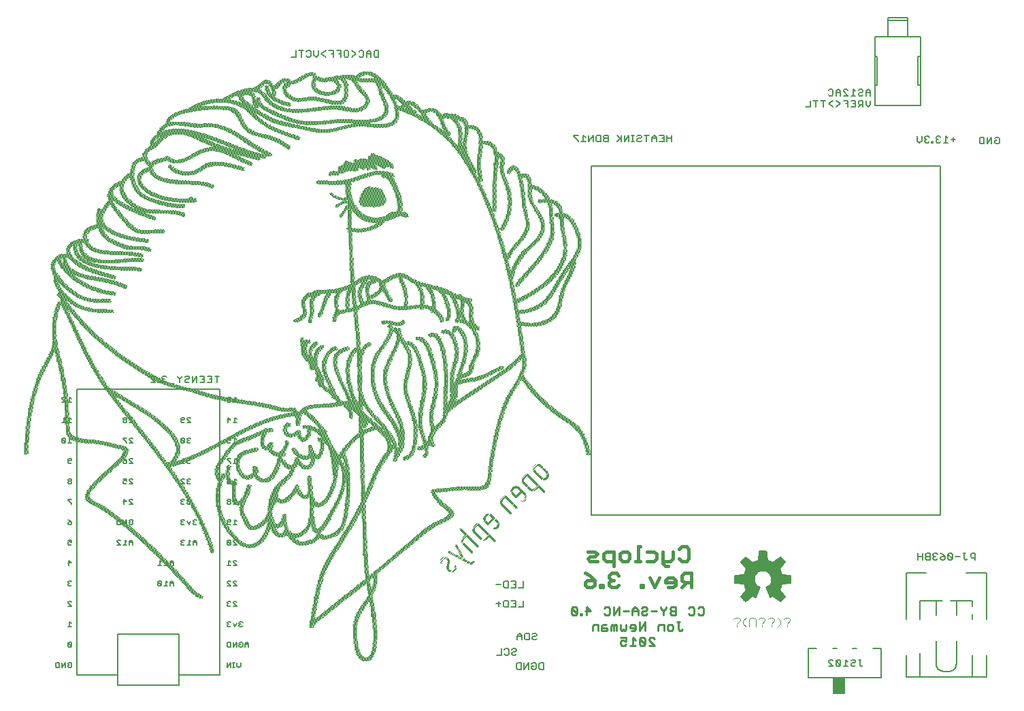
<source format=gbo>
G75*
%MOIN*%
%OFA0B0*%
%FSLAX24Y24*%
%IPPOS*%
%LPD*%
%AMOC8*
5,1,8,0,0,1.08239X$1,22.5*
%
%ADD10C,0.0090*%
%ADD11C,0.0150*%
%ADD12C,0.0070*%
%ADD13C,0.0040*%
%ADD14C,0.0050*%
%ADD15R,0.0551X0.0787*%
%ADD16R,0.0040X0.0010*%
%ADD17R,0.0050X0.0010*%
%ADD18R,0.0070X0.0010*%
%ADD19R,0.0120X0.0010*%
%ADD20R,0.0100X0.0010*%
%ADD21R,0.0150X0.0010*%
%ADD22R,0.0170X0.0010*%
%ADD23R,0.0200X0.0010*%
%ADD24R,0.0210X0.0010*%
%ADD25R,0.0230X0.0010*%
%ADD26R,0.0240X0.0010*%
%ADD27R,0.0250X0.0010*%
%ADD28R,0.0140X0.0010*%
%ADD29R,0.0130X0.0010*%
%ADD30R,0.0290X0.0010*%
%ADD31R,0.0110X0.0010*%
%ADD32R,0.0340X0.0010*%
%ADD33R,0.0180X0.0010*%
%ADD34R,0.0360X0.0010*%
%ADD35R,0.0090X0.0010*%
%ADD36R,0.0220X0.0010*%
%ADD37R,0.0380X0.0010*%
%ADD38R,0.0280X0.0010*%
%ADD39R,0.0400X0.0010*%
%ADD40R,0.0310X0.0010*%
%ADD41R,0.0410X0.0010*%
%ADD42R,0.0330X0.0010*%
%ADD43R,0.0430X0.0010*%
%ADD44R,0.0350X0.0010*%
%ADD45R,0.0440X0.0010*%
%ADD46R,0.0370X0.0010*%
%ADD47R,0.0450X0.0010*%
%ADD48R,0.0390X0.0010*%
%ADD49R,0.0460X0.0010*%
%ADD50R,0.0470X0.0010*%
%ADD51R,0.0420X0.0010*%
%ADD52R,0.0190X0.0010*%
%ADD53R,0.0160X0.0010*%
%ADD54R,0.0060X0.0010*%
%ADD55R,0.0010X0.0010*%
%ADD56R,0.0030X0.0010*%
%ADD57R,0.0490X0.0010*%
%ADD58R,0.0500X0.0010*%
%ADD59R,0.0510X0.0010*%
%ADD60R,0.0080X0.0010*%
%ADD61R,0.0260X0.0010*%
%ADD62R,0.0320X0.0010*%
%ADD63C,0.0060*%
%ADD64R,0.0033X0.0033*%
%ADD65R,0.0100X0.0033*%
%ADD66R,0.0467X0.0033*%
%ADD67R,0.0066X0.0033*%
%ADD68R,0.0100X0.0033*%
%ADD69R,0.0033X0.0033*%
%ADD70R,0.0600X0.0033*%
%ADD71R,0.0366X0.0033*%
%ADD72R,0.0333X0.0033*%
%ADD73R,0.0034X0.0033*%
%ADD74R,0.0067X0.0033*%
%ADD75R,0.0267X0.0033*%
%ADD76R,0.0266X0.0033*%
%ADD77R,0.0067X0.0033*%
%ADD78R,0.0233X0.0033*%
%ADD79R,0.0234X0.0033*%
%ADD80R,0.0200X0.0033*%
%ADD81R,0.0233X0.0033*%
%ADD82R,0.0200X0.0033*%
%ADD83R,0.0234X0.0033*%
%ADD84R,0.0034X0.0033*%
%ADD85R,0.0167X0.0033*%
%ADD86R,0.0300X0.0033*%
%ADD87R,0.0367X0.0033*%
%ADD88R,0.0434X0.0033*%
%ADD89R,0.0066X0.0033*%
%ADD90R,0.0500X0.0033*%
%ADD91R,0.0334X0.0033*%
%ADD92R,0.0333X0.0033*%
%ADD93R,0.0334X0.0033*%
%ADD94R,0.0267X0.0033*%
%ADD95R,0.0500X0.0033*%
%ADD96R,0.0400X0.0033*%
%ADD97R,0.0300X0.0033*%
%ADD98R,0.0367X0.0033*%
%ADD99R,0.0266X0.0033*%
%ADD100R,0.0400X0.0033*%
%ADD101R,0.0600X0.0033*%
%ADD102R,0.0133X0.0033*%
%ADD103R,0.0466X0.0033*%
%ADD104R,0.0767X0.0033*%
%ADD105R,0.0567X0.0033*%
%ADD106R,0.0967X0.0033*%
%ADD107R,0.0900X0.0033*%
%ADD108R,0.1100X0.0033*%
%ADD109R,0.0867X0.0033*%
%ADD110R,0.0167X0.0033*%
%ADD111R,0.1000X0.0033*%
%ADD112R,0.0667X0.0033*%
%ADD113R,0.0533X0.0033*%
%ADD114R,0.1367X0.0033*%
%ADD115R,0.0433X0.0033*%
%ADD116R,0.1167X0.0033*%
%ADD117R,0.0433X0.0033*%
%ADD118R,0.0466X0.0033*%
%ADD119R,0.0733X0.0033*%
%ADD120R,0.0734X0.0033*%
%ADD121R,0.0366X0.0033*%
%ADD122R,0.0633X0.0033*%
%ADD123R,0.0534X0.0033*%
%ADD124R,0.0667X0.0033*%
%ADD125R,0.0134X0.0033*%
%ADD126R,0.0767X0.0033*%
%ADD127R,0.0533X0.0033*%
%ADD128R,0.0967X0.0033*%
%ADD129R,0.1034X0.0033*%
%ADD130R,0.0666X0.0033*%
%ADD131R,0.0700X0.0033*%
%ADD132R,0.0800X0.0033*%
%ADD133R,0.0467X0.0033*%
%ADD134R,0.0700X0.0033*%
%ADD135R,0.1533X0.0033*%
%ADD136R,0.2434X0.0033*%
%ADD137R,0.1867X0.0033*%
%ADD138R,0.0166X0.0033*%
%ADD139R,0.0166X0.0033*%
%ADD140R,0.0934X0.0033*%
%ADD141R,0.0566X0.0033*%
%ADD142R,0.0567X0.0033*%
%ADD143R,0.0833X0.0033*%
%ADD144R,0.1067X0.0033*%
%ADD145R,0.0566X0.0033*%
%ADD146R,0.0866X0.0033*%
%ADD147R,0.0134X0.0033*%
%ADD148R,0.0133X0.0033*%
%ADD149R,0.0766X0.0033*%
%ADD150R,0.1234X0.0033*%
%ADD151R,0.1233X0.0033*%
%ADD152R,0.0434X0.0033*%
%ADD153R,0.0633X0.0033*%
%ADD154R,0.0800X0.0033*%
%ADD155R,0.1000X0.0033*%
%ADD156R,0.1466X0.0033*%
%ADD157R,0.1433X0.0033*%
%ADD158R,0.1133X0.0033*%
%ADD159R,0.0534X0.0033*%
%ADD160R,0.0833X0.0033*%
%ADD161R,0.0734X0.0033*%
%ADD162R,0.0634X0.0033*%
%ADD163R,0.0733X0.0033*%
%ADD164R,0.1200X0.0033*%
%ADD165R,0.0934X0.0033*%
%ADD166R,0.0766X0.0033*%
%ADD167R,0.1100X0.0033*%
%ADD168R,0.1333X0.0033*%
%ADD169R,0.1400X0.0033*%
%ADD170R,0.0666X0.0033*%
%ADD171R,0.1667X0.0033*%
%ADD172R,0.2667X0.0033*%
%ADD173R,0.1767X0.0033*%
%ADD174R,0.1334X0.0033*%
%ADD175R,0.1334X0.0033*%
%ADD176R,0.1433X0.0033*%
%ADD177R,0.1267X0.0033*%
%ADD178R,0.2333X0.0033*%
%ADD179R,0.2567X0.0033*%
%ADD180R,0.0634X0.0033*%
%ADD181R,0.0966X0.0033*%
%ADD182R,0.0867X0.0033*%
%ADD183R,0.1500X0.0033*%
%ADD184R,0.1067X0.0033*%
%ADD185R,0.1133X0.0033*%
%ADD186R,0.1033X0.0033*%
%ADD187R,0.1567X0.0033*%
%ADD188R,0.2067X0.0033*%
%ADD189R,0.2067X0.0033*%
%ADD190R,0.2767X0.0033*%
%ADD191R,0.1634X0.0033*%
%ADD192R,0.2034X0.0033*%
%ADD193R,0.1900X0.0033*%
%ADD194R,0.0834X0.0033*%
%ADD195R,0.0900X0.0033*%
%ADD196R,0.1066X0.0033*%
%ADD197R,0.1600X0.0033*%
%ADD198R,0.1766X0.0033*%
%ADD199R,0.2467X0.0033*%
%ADD200R,0.2400X0.0033*%
%ADD201R,0.1633X0.0033*%
%ADD202R,0.1033X0.0033*%
%ADD203R,0.1300X0.0033*%
%ADD204R,0.1266X0.0033*%
%ADD205R,0.1200X0.0033*%
%ADD206R,0.1800X0.0033*%
%ADD207R,0.1300X0.0033*%
%ADD208R,0.0866X0.0033*%
%ADD209R,0.1667X0.0033*%
%ADD210R,0.1833X0.0033*%
%ADD211R,0.1700X0.0033*%
%ADD212R,0.2066X0.0033*%
%ADD213R,0.1900X0.0033*%
%ADD214R,0.1866X0.0033*%
%ADD215R,0.1267X0.0033*%
%ADD216R,0.1600X0.0033*%
%ADD217R,0.1867X0.0033*%
%ADD218R,0.0834X0.0033*%
%ADD219R,0.1567X0.0033*%
%ADD220R,0.1733X0.0033*%
%ADD221R,0.0933X0.0033*%
%ADD222R,0.1866X0.0033*%
%ADD223R,0.1767X0.0033*%
%ADD224R,0.2433X0.0033*%
%ADD225R,0.1400X0.0033*%
%ADD226R,0.1167X0.0033*%
%ADD227R,0.2367X0.0033*%
%ADD228R,0.2100X0.0033*%
%ADD229R,0.1966X0.0033*%
%ADD230R,0.2100X0.0033*%
%ADD231R,0.2200X0.0033*%
%ADD232R,0.1333X0.0033*%
%ADD233R,0.2600X0.0033*%
%ADD234R,0.3833X0.0033*%
%ADD235R,0.4367X0.0033*%
%ADD236R,0.2533X0.0033*%
%ADD237R,0.1166X0.0033*%
%ADD238R,0.2033X0.0033*%
%ADD239R,0.4333X0.0033*%
%ADD240R,0.2500X0.0033*%
%ADD241R,0.2233X0.0033*%
%ADD242R,0.2000X0.0033*%
%ADD243R,0.1467X0.0033*%
%ADD244R,0.1634X0.0033*%
%ADD245R,0.1933X0.0033*%
%ADD246R,0.1766X0.0033*%
%ADD247R,0.1700X0.0033*%
%ADD248C,0.0059*%
%ADD249C,0.0080*%
D10*
X033397Y009108D02*
X033466Y009040D01*
X033602Y009040D01*
X033671Y009108D01*
X033397Y009382D01*
X033397Y009108D01*
X033671Y009108D02*
X033671Y009382D01*
X033602Y009450D01*
X033466Y009450D01*
X033397Y009382D01*
X033833Y009108D02*
X033833Y009040D01*
X033901Y009040D01*
X033901Y009108D01*
X033833Y009108D01*
X034088Y009245D02*
X034361Y009245D01*
X034156Y009450D01*
X034156Y009040D01*
X034502Y008564D02*
X034433Y008495D01*
X034433Y008290D01*
X034707Y008290D02*
X034707Y008564D01*
X034502Y008564D01*
X034894Y008495D02*
X034962Y008564D01*
X035099Y008564D01*
X035099Y008427D02*
X034894Y008427D01*
X034894Y008495D02*
X034894Y008290D01*
X035099Y008290D01*
X035167Y008358D01*
X035099Y008427D01*
X035354Y008495D02*
X035354Y008290D01*
X035491Y008290D02*
X035491Y008495D01*
X035422Y008564D01*
X035354Y008495D01*
X035491Y008495D02*
X035559Y008564D01*
X035628Y008564D01*
X035628Y008290D01*
X035814Y008358D02*
X035814Y008564D01*
X035814Y008358D02*
X035883Y008290D01*
X035951Y008358D01*
X036020Y008290D01*
X036088Y008358D01*
X036088Y008564D01*
X036275Y008495D02*
X036275Y008427D01*
X036548Y008427D01*
X036548Y008495D02*
X036480Y008564D01*
X036343Y008564D01*
X036275Y008495D01*
X036343Y008290D02*
X036480Y008290D01*
X036548Y008358D01*
X036548Y008495D01*
X036735Y008290D02*
X036735Y008700D01*
X037009Y008700D02*
X036735Y008290D01*
X037009Y008290D02*
X037009Y008700D01*
X037055Y009040D02*
X037124Y009108D01*
X037055Y009040D02*
X036919Y009040D01*
X036850Y009108D01*
X036850Y009177D01*
X036919Y009245D01*
X037055Y009245D01*
X037124Y009314D01*
X037124Y009382D01*
X037055Y009450D01*
X036919Y009450D01*
X036850Y009382D01*
X036663Y009314D02*
X036527Y009450D01*
X036390Y009314D01*
X036390Y009040D01*
X036390Y009245D02*
X036663Y009245D01*
X036663Y009314D02*
X036663Y009040D01*
X036203Y009245D02*
X035929Y009245D01*
X035743Y009040D02*
X035743Y009450D01*
X035469Y009040D01*
X035469Y009450D01*
X035282Y009382D02*
X035282Y009108D01*
X035214Y009040D01*
X035077Y009040D01*
X035009Y009108D01*
X035009Y009382D02*
X035077Y009450D01*
X035214Y009450D01*
X035282Y009382D01*
X035814Y007950D02*
X036088Y007950D01*
X036088Y007745D01*
X035951Y007814D01*
X035883Y007814D01*
X035814Y007745D01*
X035814Y007608D01*
X035883Y007540D01*
X036020Y007540D01*
X036088Y007608D01*
X036275Y007540D02*
X036548Y007540D01*
X036412Y007540D02*
X036412Y007950D01*
X036548Y007814D01*
X036735Y007882D02*
X037009Y007608D01*
X036940Y007540D01*
X036804Y007540D01*
X036735Y007608D01*
X036735Y007882D01*
X036804Y007950D01*
X036940Y007950D01*
X037009Y007882D01*
X037009Y007608D01*
X037196Y007540D02*
X037469Y007540D01*
X037196Y007814D01*
X037196Y007882D01*
X037264Y007950D01*
X037401Y007950D01*
X037469Y007882D01*
X037656Y008290D02*
X037656Y008495D01*
X037724Y008564D01*
X037929Y008564D01*
X037929Y008290D01*
X038116Y008358D02*
X038116Y008495D01*
X038185Y008564D01*
X038321Y008564D01*
X038390Y008495D01*
X038390Y008358D01*
X038321Y008290D01*
X038185Y008290D01*
X038116Y008358D01*
X038645Y008358D02*
X038645Y008700D01*
X038713Y008700D02*
X038577Y008700D01*
X038505Y009040D02*
X038300Y009040D01*
X038231Y009108D01*
X038231Y009177D01*
X038300Y009245D01*
X038505Y009245D01*
X038505Y009040D02*
X038505Y009450D01*
X038300Y009450D01*
X038231Y009382D01*
X038231Y009314D01*
X038300Y009245D01*
X038045Y009382D02*
X037908Y009245D01*
X037908Y009040D01*
X037908Y009245D02*
X037771Y009382D01*
X037771Y009450D01*
X038045Y009450D02*
X038045Y009382D01*
X037584Y009245D02*
X037311Y009245D01*
X038645Y008358D02*
X038713Y008290D01*
X038782Y008290D01*
X038850Y008358D01*
X039221Y009040D02*
X039152Y009108D01*
X039221Y009040D02*
X039357Y009040D01*
X039426Y009108D01*
X039426Y009382D01*
X039357Y009450D01*
X039221Y009450D01*
X039152Y009382D01*
X039613Y009382D02*
X039681Y009450D01*
X039818Y009450D01*
X039886Y009382D01*
X039886Y009108D01*
X039818Y009040D01*
X039681Y009040D01*
X039613Y009108D01*
D11*
X039290Y010395D02*
X039290Y011106D01*
X038935Y011106D01*
X038816Y010987D01*
X038816Y010750D01*
X038935Y010632D01*
X039290Y010632D01*
X039053Y010632D02*
X038816Y010395D01*
X038498Y010513D02*
X038498Y010750D01*
X038380Y010869D01*
X038143Y010869D01*
X038024Y010750D01*
X038024Y010632D01*
X038498Y010632D01*
X038498Y010513D02*
X038380Y010395D01*
X038143Y010395D01*
X037706Y010869D02*
X037469Y010395D01*
X037232Y010869D01*
X036914Y010513D02*
X036796Y010513D01*
X036796Y010395D01*
X036914Y010395D01*
X036914Y010513D01*
X036782Y011685D02*
X036545Y011685D01*
X036664Y011685D02*
X036664Y012396D01*
X036782Y012396D01*
X037100Y012159D02*
X037456Y012159D01*
X037574Y012040D01*
X037574Y011803D01*
X037456Y011685D01*
X037100Y011685D01*
X036254Y011803D02*
X036254Y012040D01*
X036136Y012159D01*
X035899Y012159D01*
X035781Y012040D01*
X035781Y011803D01*
X035899Y011685D01*
X036136Y011685D01*
X036254Y011803D01*
X035608Y011106D02*
X035371Y011106D01*
X035253Y010987D01*
X035253Y010869D01*
X035371Y010750D01*
X035253Y010632D01*
X035253Y010513D01*
X035371Y010395D01*
X035608Y010395D01*
X035726Y010513D01*
X035490Y010750D02*
X035371Y010750D01*
X035726Y010987D02*
X035608Y011106D01*
X035462Y011448D02*
X035462Y012159D01*
X035107Y012159D01*
X034989Y012040D01*
X034989Y011803D01*
X035107Y011685D01*
X035462Y011685D01*
X034671Y011685D02*
X034315Y011685D01*
X034197Y011803D01*
X034315Y011922D01*
X034552Y011922D01*
X034671Y012040D01*
X034552Y012159D01*
X034197Y012159D01*
X034065Y011106D02*
X034302Y010987D01*
X034539Y010750D01*
X034183Y010750D01*
X034065Y010632D01*
X034065Y010513D01*
X034183Y010395D01*
X034420Y010395D01*
X034539Y010513D01*
X034539Y010750D01*
X034816Y010513D02*
X034816Y010395D01*
X034935Y010395D01*
X034935Y010513D01*
X034816Y010513D01*
X037892Y011567D02*
X038011Y011448D01*
X038129Y011448D01*
X037892Y011567D02*
X037892Y012159D01*
X037892Y011685D02*
X038248Y011685D01*
X038366Y011803D01*
X038366Y012159D01*
X038684Y012277D02*
X038803Y012396D01*
X039039Y012396D01*
X039158Y012277D01*
X039158Y011803D01*
X039039Y011685D01*
X038803Y011685D01*
X038684Y011803D01*
D12*
X031711Y008105D02*
X031711Y008050D01*
X031656Y007995D01*
X031546Y007995D01*
X031491Y007940D01*
X031491Y007885D01*
X031546Y007830D01*
X031656Y007830D01*
X031711Y007885D01*
X031711Y008105D02*
X031656Y008160D01*
X031546Y008160D01*
X031491Y008105D01*
X031342Y008160D02*
X031177Y008160D01*
X031122Y008105D01*
X031122Y007885D01*
X031177Y007830D01*
X031342Y007830D01*
X031342Y008160D01*
X030974Y008050D02*
X030864Y008160D01*
X030754Y008050D01*
X030754Y007830D01*
X030754Y007995D02*
X030974Y007995D01*
X030974Y008050D02*
X030974Y007830D01*
X030656Y007410D02*
X030711Y007355D01*
X030711Y007300D01*
X030656Y007245D01*
X030546Y007245D01*
X030491Y007190D01*
X030491Y007135D01*
X030546Y007080D01*
X030656Y007080D01*
X030711Y007135D01*
X030656Y007410D02*
X030546Y007410D01*
X030491Y007355D01*
X030342Y007355D02*
X030342Y007135D01*
X030287Y007080D01*
X030177Y007080D01*
X030122Y007135D01*
X029974Y007080D02*
X029974Y007410D01*
X030122Y007355D02*
X030177Y007410D01*
X030287Y007410D01*
X030342Y007355D01*
X029974Y007080D02*
X029754Y007080D01*
X030720Y006655D02*
X030720Y006435D01*
X030775Y006380D01*
X030940Y006380D01*
X030940Y006710D01*
X030775Y006710D01*
X030720Y006655D01*
X031088Y006710D02*
X031088Y006380D01*
X031308Y006710D01*
X031308Y006380D01*
X031456Y006435D02*
X031456Y006545D01*
X031567Y006545D01*
X031677Y006435D02*
X031622Y006380D01*
X031511Y006380D01*
X031456Y006435D01*
X031456Y006655D02*
X031511Y006710D01*
X031622Y006710D01*
X031677Y006655D01*
X031677Y006435D01*
X031825Y006435D02*
X031825Y006655D01*
X031880Y006710D01*
X032045Y006710D01*
X032045Y006380D01*
X031880Y006380D01*
X031825Y006435D01*
X031045Y009430D02*
X030825Y009430D01*
X030677Y009430D02*
X030456Y009430D01*
X030308Y009430D02*
X030308Y009760D01*
X030143Y009760D01*
X030088Y009705D01*
X030088Y009485D01*
X030143Y009430D01*
X030308Y009430D01*
X030567Y009595D02*
X030677Y009595D01*
X030677Y009760D02*
X030677Y009430D01*
X030677Y009760D02*
X030456Y009760D01*
X029940Y009595D02*
X029720Y009595D01*
X029830Y009705D02*
X029830Y009485D01*
X030143Y010380D02*
X030088Y010435D01*
X030088Y010655D01*
X030143Y010710D01*
X030308Y010710D01*
X030308Y010380D01*
X030143Y010380D01*
X029940Y010545D02*
X029720Y010545D01*
X030456Y010380D02*
X030677Y010380D01*
X030677Y010710D01*
X030456Y010710D01*
X030567Y010545D02*
X030677Y010545D01*
X030825Y010380D02*
X031045Y010380D01*
X031045Y010710D01*
X031045Y009760D02*
X031045Y009430D01*
X046001Y006805D02*
X046056Y006860D01*
X046166Y006860D01*
X046221Y006805D01*
X046369Y006805D02*
X046589Y006585D01*
X046534Y006530D01*
X046424Y006530D01*
X046369Y006585D01*
X046369Y006805D01*
X046424Y006860D01*
X046534Y006860D01*
X046589Y006805D01*
X046589Y006585D01*
X046738Y006530D02*
X046958Y006530D01*
X046848Y006530D02*
X046848Y006860D01*
X046958Y006750D01*
X047106Y006805D02*
X047161Y006860D01*
X047271Y006860D01*
X047326Y006805D01*
X047326Y006750D01*
X047271Y006695D01*
X047161Y006695D01*
X047106Y006640D01*
X047106Y006585D01*
X047161Y006530D01*
X047271Y006530D01*
X047326Y006585D01*
X047529Y006585D02*
X047529Y006860D01*
X047584Y006860D02*
X047474Y006860D01*
X047529Y006585D02*
X047584Y006530D01*
X047639Y006530D01*
X047694Y006585D01*
X046221Y006530D02*
X046001Y006750D01*
X046001Y006805D01*
X046001Y006530D02*
X046221Y006530D01*
X050386Y011743D02*
X050386Y012074D01*
X050386Y011909D02*
X050606Y011909D01*
X050754Y011964D02*
X050809Y011909D01*
X050974Y011909D01*
X051123Y011964D02*
X051178Y011909D01*
X051123Y011853D01*
X051123Y011798D01*
X051178Y011743D01*
X051288Y011743D01*
X051343Y011798D01*
X051491Y011798D02*
X051491Y011853D01*
X051546Y011909D01*
X051711Y011909D01*
X051711Y011798D01*
X051656Y011743D01*
X051546Y011743D01*
X051491Y011798D01*
X051601Y012019D02*
X051711Y011909D01*
X051601Y012019D02*
X051491Y012074D01*
X051343Y012019D02*
X051288Y012074D01*
X051178Y012074D01*
X051123Y012019D01*
X051123Y011964D01*
X051178Y011909D02*
X051233Y011909D01*
X050974Y011743D02*
X050974Y012074D01*
X050809Y012074D01*
X050754Y012019D01*
X050754Y011964D01*
X050809Y011909D02*
X050754Y011853D01*
X050754Y011798D01*
X050809Y011743D01*
X050974Y011743D01*
X050606Y011743D02*
X050606Y012074D01*
X051859Y012019D02*
X052079Y011798D01*
X052024Y011743D01*
X051914Y011743D01*
X051859Y011798D01*
X051859Y012019D01*
X051914Y012074D01*
X052024Y012074D01*
X052079Y012019D01*
X052079Y011798D01*
X052227Y011909D02*
X052448Y011909D01*
X052596Y012074D02*
X052706Y012074D01*
X052651Y012074D02*
X052651Y011798D01*
X052706Y011743D01*
X052761Y011743D01*
X052816Y011798D01*
X052964Y011909D02*
X053019Y011853D01*
X053184Y011853D01*
X053184Y011743D02*
X053184Y012074D01*
X053019Y012074D01*
X052964Y012019D01*
X052964Y011909D01*
X053461Y032130D02*
X053406Y032185D01*
X053406Y032405D01*
X053461Y032460D01*
X053627Y032460D01*
X053627Y032130D01*
X053461Y032130D01*
X053775Y032130D02*
X053775Y032460D01*
X053995Y032460D02*
X053775Y032130D01*
X053995Y032130D02*
X053995Y032460D01*
X054143Y032405D02*
X054198Y032460D01*
X054308Y032460D01*
X054363Y032405D01*
X054363Y032185D01*
X054308Y032130D01*
X054198Y032130D01*
X054143Y032185D01*
X054143Y032295D01*
X054253Y032295D01*
X052221Y032345D02*
X052001Y032345D01*
X052111Y032455D02*
X052111Y032235D01*
X051853Y032180D02*
X051633Y032180D01*
X051743Y032180D02*
X051743Y032510D01*
X051853Y032400D01*
X051485Y032455D02*
X051429Y032510D01*
X051319Y032510D01*
X051264Y032455D01*
X051264Y032400D01*
X051319Y032345D01*
X051264Y032290D01*
X051264Y032235D01*
X051319Y032180D01*
X051429Y032180D01*
X051485Y032235D01*
X051374Y032345D02*
X051319Y032345D01*
X051116Y032235D02*
X051061Y032235D01*
X051061Y032180D01*
X051116Y032180D01*
X051116Y032235D01*
X050932Y032235D02*
X050877Y032180D01*
X050767Y032180D01*
X050712Y032235D01*
X050712Y032290D01*
X050767Y032345D01*
X050822Y032345D01*
X050767Y032345D02*
X050712Y032400D01*
X050712Y032455D01*
X050767Y032510D01*
X050877Y032510D01*
X050932Y032455D01*
X050564Y032510D02*
X050564Y032290D01*
X050454Y032180D01*
X050344Y032290D01*
X050344Y032510D01*
X048058Y034040D02*
X048058Y034260D01*
X047838Y034260D02*
X047838Y034040D01*
X047948Y033930D01*
X048058Y034040D01*
X047690Y034040D02*
X047525Y034040D01*
X047470Y034095D01*
X047470Y034205D01*
X047525Y034260D01*
X047690Y034260D01*
X047690Y033930D01*
X047580Y034040D02*
X047470Y033930D01*
X047322Y033930D02*
X047101Y033930D01*
X046953Y033930D02*
X046953Y034260D01*
X046733Y034260D01*
X046843Y034095D02*
X046953Y034095D01*
X047101Y034260D02*
X047322Y034260D01*
X047322Y033930D01*
X047322Y034095D02*
X047212Y034095D01*
X047212Y034480D02*
X047212Y034810D01*
X047322Y034700D01*
X047470Y034755D02*
X047525Y034810D01*
X047635Y034810D01*
X047690Y034755D01*
X047690Y034700D01*
X047635Y034645D01*
X047525Y034645D01*
X047470Y034590D01*
X047470Y034535D01*
X047525Y034480D01*
X047635Y034480D01*
X047690Y034535D01*
X047838Y034480D02*
X047838Y034700D01*
X047948Y034810D01*
X048058Y034700D01*
X048058Y034480D01*
X048058Y034645D02*
X047838Y034645D01*
X047322Y034480D02*
X047101Y034480D01*
X046953Y034480D02*
X046733Y034700D01*
X046733Y034755D01*
X046788Y034810D01*
X046898Y034810D01*
X046953Y034755D01*
X046953Y034480D02*
X046733Y034480D01*
X046585Y034480D02*
X046585Y034700D01*
X046475Y034810D01*
X046365Y034700D01*
X046365Y034480D01*
X046217Y034535D02*
X046162Y034480D01*
X046052Y034480D01*
X045997Y034535D01*
X046217Y034535D02*
X046217Y034755D01*
X046162Y034810D01*
X046052Y034810D01*
X045997Y034755D01*
X046365Y034645D02*
X046585Y034645D01*
X046365Y034260D02*
X046585Y034095D01*
X046365Y033930D01*
X046217Y033930D02*
X045997Y034095D01*
X046217Y034260D01*
X045848Y034260D02*
X045628Y034260D01*
X045738Y034260D02*
X045738Y033930D01*
X045370Y033930D02*
X045370Y034260D01*
X045480Y034260D02*
X045260Y034260D01*
X045112Y034260D02*
X045112Y033930D01*
X044892Y033930D01*
X038308Y032560D02*
X038308Y032230D01*
X038308Y032395D02*
X038088Y032395D01*
X037940Y032395D02*
X037830Y032395D01*
X037940Y032230D02*
X037720Y032230D01*
X037572Y032230D02*
X037572Y032450D01*
X037462Y032560D01*
X037351Y032450D01*
X037351Y032230D01*
X037351Y032395D02*
X037572Y032395D01*
X037720Y032560D02*
X037940Y032560D01*
X037940Y032230D01*
X038088Y032230D02*
X038088Y032560D01*
X037203Y032560D02*
X036983Y032560D01*
X037093Y032560D02*
X037093Y032230D01*
X036835Y032285D02*
X036780Y032230D01*
X036670Y032230D01*
X036615Y032285D01*
X036615Y032340D01*
X036670Y032395D01*
X036780Y032395D01*
X036835Y032450D01*
X036835Y032505D01*
X036780Y032560D01*
X036670Y032560D01*
X036615Y032505D01*
X036467Y032560D02*
X036357Y032560D01*
X036412Y032560D02*
X036412Y032230D01*
X036467Y032230D02*
X036357Y032230D01*
X036221Y032230D02*
X036221Y032560D01*
X036001Y032230D01*
X036001Y032560D01*
X035853Y032560D02*
X035853Y032230D01*
X035853Y032340D02*
X035633Y032560D01*
X035798Y032395D02*
X035633Y032230D01*
X035208Y032230D02*
X035043Y032230D01*
X034988Y032285D01*
X034988Y032340D01*
X035043Y032395D01*
X035208Y032395D01*
X035043Y032395D02*
X034988Y032450D01*
X034988Y032505D01*
X035043Y032560D01*
X035208Y032560D01*
X035208Y032230D01*
X034840Y032230D02*
X034675Y032230D01*
X034620Y032285D01*
X034620Y032505D01*
X034675Y032560D01*
X034840Y032560D01*
X034840Y032230D01*
X034472Y032230D02*
X034472Y032560D01*
X034251Y032230D01*
X034251Y032560D01*
X034103Y032450D02*
X033993Y032560D01*
X033993Y032230D01*
X034103Y032230D02*
X033883Y032230D01*
X033735Y032230D02*
X033735Y032285D01*
X033515Y032505D01*
X033515Y032560D01*
X033735Y032560D01*
X023958Y036380D02*
X023793Y036380D01*
X023738Y036435D01*
X023738Y036655D01*
X023793Y036710D01*
X023958Y036710D01*
X023958Y036380D01*
X023590Y036380D02*
X023590Y036600D01*
X023480Y036710D01*
X023370Y036600D01*
X023370Y036380D01*
X023222Y036435D02*
X023167Y036380D01*
X023057Y036380D01*
X023001Y036435D01*
X022853Y036545D02*
X022633Y036380D01*
X022485Y036435D02*
X022430Y036380D01*
X022320Y036380D01*
X022265Y036435D01*
X022265Y036655D01*
X022320Y036710D01*
X022430Y036710D01*
X022485Y036655D01*
X022485Y036435D01*
X022633Y036710D02*
X022853Y036545D01*
X023001Y036655D02*
X023057Y036710D01*
X023167Y036710D01*
X023222Y036655D01*
X023222Y036435D01*
X023370Y036545D02*
X023590Y036545D01*
X022117Y036545D02*
X022007Y036545D01*
X022117Y036380D02*
X022117Y036710D01*
X021897Y036710D01*
X021748Y036710D02*
X021748Y036380D01*
X021748Y036545D02*
X021638Y036545D01*
X021748Y036710D02*
X021528Y036710D01*
X021380Y036710D02*
X021160Y036545D01*
X021380Y036380D01*
X021012Y036490D02*
X020902Y036380D01*
X020792Y036490D01*
X020792Y036710D01*
X020643Y036655D02*
X020643Y036435D01*
X020588Y036380D01*
X020478Y036380D01*
X020423Y036435D01*
X020423Y036655D02*
X020478Y036710D01*
X020588Y036710D01*
X020643Y036655D01*
X020275Y036710D02*
X020055Y036710D01*
X020165Y036710D02*
X020165Y036380D01*
X019907Y036380D02*
X019907Y036710D01*
X019907Y036380D02*
X019687Y036380D01*
X021012Y036490D02*
X021012Y036710D01*
X016158Y020760D02*
X015938Y020760D01*
X016048Y020760D02*
X016048Y020430D01*
X015790Y020430D02*
X015570Y020430D01*
X015422Y020430D02*
X015201Y020430D01*
X015053Y020430D02*
X015053Y020760D01*
X014833Y020430D01*
X014833Y020760D01*
X014685Y020705D02*
X014685Y020650D01*
X014630Y020595D01*
X014520Y020595D01*
X014465Y020540D01*
X014465Y020485D01*
X014520Y020430D01*
X014630Y020430D01*
X014685Y020485D01*
X014685Y020705D02*
X014630Y020760D01*
X014520Y020760D01*
X014465Y020705D01*
X014317Y020705D02*
X014207Y020595D01*
X014207Y020430D01*
X014207Y020595D02*
X014097Y020705D01*
X014097Y020760D01*
X014317Y020760D02*
X014317Y020705D01*
X013948Y020375D02*
X013728Y020375D01*
X013580Y020485D02*
X013525Y020430D01*
X013415Y020430D01*
X013360Y020485D01*
X013360Y020540D01*
X013415Y020595D01*
X013470Y020595D01*
X013415Y020595D02*
X013360Y020650D01*
X013360Y020705D01*
X013415Y020760D01*
X013525Y020760D01*
X013580Y020705D01*
X013212Y020485D02*
X013157Y020485D01*
X013157Y020430D01*
X013212Y020430D01*
X013212Y020485D01*
X013028Y020430D02*
X012807Y020650D01*
X012807Y020705D01*
X012862Y020760D01*
X012973Y020760D01*
X013028Y020705D01*
X013028Y020430D02*
X012807Y020430D01*
X015201Y020760D02*
X015422Y020760D01*
X015422Y020430D01*
X015422Y020595D02*
X015312Y020595D01*
X015570Y020760D02*
X015790Y020760D01*
X015790Y020430D01*
X015790Y020595D02*
X015680Y020595D01*
D13*
X041355Y008849D02*
X041432Y008925D01*
X041586Y008925D01*
X041662Y008849D01*
X041662Y008772D01*
X041509Y008618D01*
X041509Y008542D02*
X041509Y008465D01*
X041816Y008618D02*
X041816Y008772D01*
X041969Y008925D01*
X042123Y008849D02*
X042199Y008925D01*
X042353Y008925D01*
X042430Y008849D01*
X042430Y008465D01*
X042737Y008465D02*
X042737Y008542D01*
X042737Y008618D02*
X042890Y008772D01*
X042890Y008849D01*
X042813Y008925D01*
X042660Y008925D01*
X042583Y008849D01*
X042123Y008849D02*
X042123Y008465D01*
X041969Y008465D02*
X041816Y008618D01*
X043044Y008849D02*
X043120Y008925D01*
X043274Y008925D01*
X043350Y008849D01*
X043350Y008772D01*
X043197Y008618D01*
X043197Y008542D02*
X043197Y008465D01*
X043504Y008465D02*
X043657Y008618D01*
X043657Y008772D01*
X043504Y008925D01*
X043811Y008849D02*
X043888Y008925D01*
X044041Y008925D01*
X044118Y008849D01*
X044118Y008772D01*
X043964Y008618D01*
X043964Y008542D02*
X043964Y008465D01*
D14*
X045022Y007404D02*
X045022Y005986D01*
X046242Y005986D01*
X046242Y005199D01*
X046793Y005199D01*
X046793Y005986D01*
X046242Y005986D01*
X046793Y005986D02*
X048565Y005986D01*
X048565Y007404D01*
X048171Y007404D01*
X047384Y007404D02*
X047187Y007404D01*
X046400Y007404D02*
X046203Y007404D01*
X045415Y007404D02*
X045022Y007404D01*
X049801Y007070D02*
X049801Y005995D01*
X050490Y005995D01*
X053049Y005995D01*
X053738Y005995D01*
X053738Y007070D01*
X053049Y007070D02*
X053049Y005995D01*
X052262Y006645D02*
X052262Y007767D01*
X051278Y007767D02*
X051278Y006645D01*
X051277Y006645D02*
X051279Y006610D01*
X051284Y006576D01*
X051292Y006542D01*
X051304Y006509D01*
X051319Y006478D01*
X051337Y006448D01*
X051358Y006420D01*
X051381Y006394D01*
X051407Y006371D01*
X051435Y006350D01*
X051465Y006332D01*
X051496Y006317D01*
X051529Y006305D01*
X051563Y006297D01*
X051597Y006292D01*
X051632Y006290D01*
X051907Y006290D01*
X051942Y006292D01*
X051976Y006297D01*
X052010Y006305D01*
X052043Y006317D01*
X052074Y006332D01*
X052104Y006350D01*
X052132Y006371D01*
X052158Y006394D01*
X052181Y006420D01*
X052202Y006448D01*
X052220Y006478D01*
X052235Y006509D01*
X052247Y006542D01*
X052255Y006576D01*
X052260Y006610D01*
X052262Y006645D01*
X050490Y007168D02*
X050490Y005995D01*
X049801Y005995D02*
X049799Y005995D01*
X049801Y008845D02*
X049801Y011113D01*
X050785Y011113D01*
X050490Y009735D02*
X050490Y008846D01*
X051278Y009046D02*
X051278Y009735D01*
X050490Y009735D01*
X051278Y009735D02*
X051573Y009735D01*
X051967Y009735D02*
X052262Y009735D01*
X052262Y009046D01*
X052262Y009735D02*
X053049Y009735D01*
X053049Y009487D01*
X053049Y009093D02*
X053049Y008845D01*
X053738Y008845D02*
X053738Y011113D01*
X052754Y011113D01*
X050513Y034025D02*
X048273Y034025D01*
X048273Y037385D01*
X050513Y037385D01*
X050513Y034025D01*
X050493Y034995D02*
X050393Y034995D01*
X050393Y036395D01*
X050493Y036395D01*
X049863Y037385D02*
X049863Y038175D01*
X048923Y038175D01*
X048923Y038325D01*
X049863Y038325D01*
X049863Y038175D01*
X048923Y038175D02*
X048923Y037385D01*
X048393Y036395D02*
X048393Y034995D01*
X048293Y034995D01*
X048293Y036395D02*
X048393Y036395D01*
D15*
X046518Y005593D03*
D16*
G36*
X032089Y015037D02*
X032116Y015064D01*
X032123Y015057D01*
X032096Y015030D01*
X032089Y015037D01*
G37*
G36*
X030739Y014252D02*
X030766Y014279D01*
X030773Y014272D01*
X030746Y014245D01*
X030739Y014252D01*
G37*
G36*
X030456Y013969D02*
X030483Y013996D01*
X030490Y013989D01*
X030463Y013962D01*
X030456Y013969D01*
G37*
G36*
X029671Y012618D02*
X029698Y012645D01*
X029705Y012638D01*
X029678Y012611D01*
X029671Y012618D01*
G37*
G36*
X028843Y012357D02*
X028870Y012384D01*
X028877Y012377D01*
X028850Y012350D01*
X028843Y012357D01*
G37*
G36*
X028561Y012074D02*
X028588Y012101D01*
X028595Y012094D01*
X028568Y012067D01*
X028561Y012074D01*
G37*
G36*
X027917Y013283D02*
X027944Y013310D01*
X027951Y013303D01*
X027924Y013276D01*
X027917Y013283D01*
G37*
D17*
G36*
X028638Y011586D02*
X028673Y011621D01*
X028680Y011614D01*
X028645Y011579D01*
X028638Y011586D01*
G37*
G36*
X027054Y011571D02*
X027089Y011606D01*
X027096Y011599D01*
X027061Y011564D01*
X027054Y011571D01*
G37*
D18*
G36*
X027655Y011437D02*
X027704Y011486D01*
X027711Y011479D01*
X027662Y011430D01*
X027655Y011437D01*
G37*
G36*
X028539Y012066D02*
X028588Y012115D01*
X028595Y012108D01*
X028546Y012059D01*
X028539Y012066D01*
G37*
G36*
X028822Y012349D02*
X028871Y012398D01*
X028878Y012391D01*
X028829Y012342D01*
X028822Y012349D01*
G37*
G36*
X029656Y012618D02*
X029705Y012667D01*
X029712Y012660D01*
X029663Y012611D01*
X029656Y012618D01*
G37*
G36*
X029776Y013290D02*
X029825Y013339D01*
X029832Y013332D01*
X029783Y013283D01*
X029776Y013290D01*
G37*
G36*
X029133Y013933D02*
X029182Y013982D01*
X029189Y013975D01*
X029140Y013926D01*
X029133Y013933D01*
G37*
G36*
X027910Y013261D02*
X027959Y013310D01*
X027966Y013303D01*
X027917Y013254D01*
X027910Y013261D01*
G37*
G36*
X027698Y012484D02*
X027747Y012533D01*
X027754Y012526D01*
X027705Y012477D01*
X027698Y012484D01*
G37*
G36*
X030441Y013969D02*
X030490Y014018D01*
X030497Y014011D01*
X030448Y013962D01*
X030441Y013969D01*
G37*
G36*
X030724Y014251D02*
X030773Y014300D01*
X030780Y014293D01*
X030731Y014244D01*
X030724Y014251D01*
G37*
G36*
X031120Y014633D02*
X031169Y014682D01*
X031176Y014675D01*
X031127Y014626D01*
X031120Y014633D01*
G37*
G36*
X032075Y015036D02*
X032124Y015085D01*
X032131Y015078D01*
X032082Y015029D01*
X032075Y015036D01*
G37*
G36*
X032202Y015715D02*
X032251Y015764D01*
X032258Y015757D01*
X032209Y015708D01*
X032202Y015715D01*
G37*
G36*
X031558Y016359D02*
X031607Y016408D01*
X031614Y016401D01*
X031565Y016352D01*
X031558Y016359D01*
G37*
G36*
X030476Y015277D02*
X030525Y015326D01*
X030532Y015319D01*
X030483Y015270D01*
X030476Y015277D01*
G37*
D19*
G36*
X030456Y015002D02*
X030539Y015085D01*
X030546Y015078D01*
X030463Y014995D01*
X030456Y015002D01*
G37*
G36*
X030463Y014980D02*
X030546Y015063D01*
X030553Y015056D01*
X030470Y014973D01*
X030463Y014980D01*
G37*
G36*
X030470Y014973D02*
X030553Y015056D01*
X030560Y015049D01*
X030477Y014966D01*
X030470Y014973D01*
G37*
G36*
X030477Y014966D02*
X030560Y015049D01*
X030567Y015042D01*
X030484Y014959D01*
X030477Y014966D01*
G37*
G36*
X030463Y014995D02*
X030546Y015078D01*
X030553Y015071D01*
X030470Y014988D01*
X030463Y014995D01*
G37*
G36*
X030194Y014740D02*
X030277Y014823D01*
X030284Y014816D01*
X030201Y014733D01*
X030194Y014740D01*
G37*
G36*
X030187Y014747D02*
X030270Y014830D01*
X030277Y014823D01*
X030194Y014740D01*
X030187Y014747D01*
G37*
G36*
X030180Y014754D02*
X030263Y014837D01*
X030270Y014830D01*
X030187Y014747D01*
X030180Y014754D01*
G37*
G36*
X030173Y014761D02*
X030256Y014844D01*
X030263Y014837D01*
X030180Y014754D01*
X030173Y014761D01*
G37*
G36*
X030166Y014768D02*
X030249Y014851D01*
X030256Y014844D01*
X030173Y014761D01*
X030166Y014768D01*
G37*
G36*
X030159Y014775D02*
X030242Y014858D01*
X030249Y014851D01*
X030166Y014768D01*
X030159Y014775D01*
G37*
G36*
X030201Y014733D02*
X030284Y014816D01*
X030291Y014809D01*
X030208Y014726D01*
X030201Y014733D01*
G37*
G36*
X030208Y014726D02*
X030291Y014809D01*
X030298Y014802D01*
X030215Y014719D01*
X030208Y014726D01*
G37*
G36*
X030216Y014719D02*
X030299Y014802D01*
X030306Y014795D01*
X030223Y014712D01*
X030216Y014719D01*
G37*
G36*
X030223Y014712D02*
X030306Y014795D01*
X030313Y014788D01*
X030230Y014705D01*
X030223Y014712D01*
G37*
G36*
X030230Y014705D02*
X030313Y014788D01*
X030320Y014781D01*
X030237Y014698D01*
X030230Y014705D01*
G37*
G36*
X030237Y014698D02*
X030320Y014781D01*
X030327Y014774D01*
X030244Y014691D01*
X030237Y014698D01*
G37*
G36*
X030244Y014690D02*
X030327Y014773D01*
X030334Y014766D01*
X030251Y014683D01*
X030244Y014690D01*
G37*
G36*
X030251Y014683D02*
X030334Y014766D01*
X030341Y014759D01*
X030258Y014676D01*
X030251Y014683D01*
G37*
G36*
X030258Y014676D02*
X030341Y014759D01*
X030348Y014752D01*
X030265Y014669D01*
X030258Y014676D01*
G37*
G36*
X030265Y014669D02*
X030348Y014752D01*
X030355Y014745D01*
X030272Y014662D01*
X030265Y014669D01*
G37*
G36*
X030272Y014662D02*
X030355Y014745D01*
X030362Y014738D01*
X030279Y014655D01*
X030272Y014662D01*
G37*
G36*
X030279Y014655D02*
X030362Y014738D01*
X030369Y014731D01*
X030286Y014648D01*
X030279Y014655D01*
G37*
G36*
X030286Y014648D02*
X030369Y014731D01*
X030376Y014724D01*
X030293Y014641D01*
X030286Y014648D01*
G37*
G36*
X030293Y014641D02*
X030376Y014724D01*
X030383Y014717D01*
X030300Y014634D01*
X030293Y014641D01*
G37*
G36*
X030300Y014634D02*
X030383Y014717D01*
X030390Y014710D01*
X030307Y014627D01*
X030300Y014634D01*
G37*
G36*
X030307Y014627D02*
X030390Y014710D01*
X030397Y014703D01*
X030314Y014620D01*
X030307Y014627D01*
G37*
G36*
X030315Y014620D02*
X030398Y014703D01*
X030405Y014696D01*
X030322Y014613D01*
X030315Y014620D01*
G37*
G36*
X030322Y014613D02*
X030405Y014696D01*
X030412Y014689D01*
X030329Y014606D01*
X030322Y014613D01*
G37*
G36*
X030329Y014606D02*
X030412Y014689D01*
X030419Y014682D01*
X030336Y014599D01*
X030329Y014606D01*
G37*
G36*
X030336Y014599D02*
X030419Y014682D01*
X030426Y014675D01*
X030343Y014592D01*
X030336Y014599D01*
G37*
G36*
X030343Y014591D02*
X030426Y014674D01*
X030433Y014667D01*
X030350Y014584D01*
X030343Y014591D01*
G37*
G36*
X030350Y014584D02*
X030433Y014667D01*
X030440Y014660D01*
X030357Y014577D01*
X030350Y014584D01*
G37*
G36*
X030357Y014577D02*
X030440Y014660D01*
X030447Y014653D01*
X030364Y014570D01*
X030357Y014577D01*
G37*
G36*
X030364Y014570D02*
X030447Y014653D01*
X030454Y014646D01*
X030371Y014563D01*
X030364Y014570D01*
G37*
G36*
X030371Y014563D02*
X030454Y014646D01*
X030461Y014639D01*
X030378Y014556D01*
X030371Y014563D01*
G37*
G36*
X030378Y014556D02*
X030461Y014639D01*
X030468Y014632D01*
X030385Y014549D01*
X030378Y014556D01*
G37*
G36*
X030385Y014549D02*
X030468Y014632D01*
X030475Y014625D01*
X030392Y014542D01*
X030385Y014549D01*
G37*
G36*
X030392Y014542D02*
X030475Y014625D01*
X030482Y014618D01*
X030399Y014535D01*
X030392Y014542D01*
G37*
G36*
X030399Y014535D02*
X030482Y014618D01*
X030489Y014611D01*
X030406Y014528D01*
X030399Y014535D01*
G37*
G36*
X030406Y014528D02*
X030489Y014611D01*
X030496Y014604D01*
X030413Y014521D01*
X030406Y014528D01*
G37*
G36*
X030414Y014521D02*
X030497Y014604D01*
X030504Y014597D01*
X030421Y014514D01*
X030414Y014521D01*
G37*
G36*
X030421Y014514D02*
X030504Y014597D01*
X030511Y014590D01*
X030428Y014507D01*
X030421Y014514D01*
G37*
G36*
X030428Y014507D02*
X030511Y014590D01*
X030518Y014583D01*
X030435Y014500D01*
X030428Y014507D01*
G37*
G36*
X030435Y014500D02*
X030518Y014583D01*
X030525Y014576D01*
X030442Y014493D01*
X030435Y014500D01*
G37*
G36*
X030442Y014493D02*
X030525Y014576D01*
X030532Y014569D01*
X030449Y014486D01*
X030442Y014493D01*
G37*
G36*
X030449Y014485D02*
X030532Y014568D01*
X030539Y014561D01*
X030456Y014478D01*
X030449Y014485D01*
G37*
G36*
X030456Y014478D02*
X030539Y014561D01*
X030546Y014554D01*
X030463Y014471D01*
X030456Y014478D01*
G37*
G36*
X030463Y014471D02*
X030546Y014554D01*
X030553Y014547D01*
X030470Y014464D01*
X030463Y014471D01*
G37*
G36*
X030470Y014464D02*
X030553Y014547D01*
X030560Y014540D01*
X030477Y014457D01*
X030470Y014464D01*
G37*
G36*
X030477Y014457D02*
X030560Y014540D01*
X030567Y014533D01*
X030484Y014450D01*
X030477Y014457D01*
G37*
G36*
X030484Y014450D02*
X030567Y014533D01*
X030574Y014526D01*
X030491Y014443D01*
X030484Y014450D01*
G37*
G36*
X030491Y014443D02*
X030574Y014526D01*
X030581Y014519D01*
X030498Y014436D01*
X030491Y014443D01*
G37*
G36*
X030498Y014436D02*
X030581Y014519D01*
X030588Y014512D01*
X030505Y014429D01*
X030498Y014436D01*
G37*
G36*
X030505Y014429D02*
X030588Y014512D01*
X030595Y014505D01*
X030512Y014422D01*
X030505Y014429D01*
G37*
G36*
X030513Y014422D02*
X030596Y014505D01*
X030603Y014498D01*
X030520Y014415D01*
X030513Y014422D01*
G37*
G36*
X030520Y014415D02*
X030603Y014498D01*
X030610Y014491D01*
X030527Y014408D01*
X030520Y014415D01*
G37*
G36*
X030527Y014408D02*
X030610Y014491D01*
X030617Y014484D01*
X030534Y014401D01*
X030527Y014408D01*
G37*
G36*
X030534Y014401D02*
X030617Y014484D01*
X030624Y014477D01*
X030541Y014394D01*
X030534Y014401D01*
G37*
G36*
X030541Y014394D02*
X030624Y014477D01*
X030631Y014470D01*
X030548Y014387D01*
X030541Y014394D01*
G37*
G36*
X030548Y014386D02*
X030631Y014469D01*
X030638Y014462D01*
X030555Y014379D01*
X030548Y014386D01*
G37*
G36*
X030555Y014379D02*
X030638Y014462D01*
X030645Y014455D01*
X030562Y014372D01*
X030555Y014379D01*
G37*
G36*
X030562Y014372D02*
X030645Y014455D01*
X030652Y014448D01*
X030569Y014365D01*
X030562Y014372D01*
G37*
G36*
X030569Y014365D02*
X030652Y014448D01*
X030659Y014441D01*
X030576Y014358D01*
X030569Y014365D01*
G37*
G36*
X030576Y014358D02*
X030659Y014441D01*
X030666Y014434D01*
X030583Y014351D01*
X030576Y014358D01*
G37*
G36*
X030583Y014351D02*
X030666Y014434D01*
X030673Y014427D01*
X030590Y014344D01*
X030583Y014351D01*
G37*
G36*
X030590Y014344D02*
X030673Y014427D01*
X030680Y014420D01*
X030597Y014337D01*
X030590Y014344D01*
G37*
G36*
X030597Y014337D02*
X030680Y014420D01*
X030687Y014413D01*
X030604Y014330D01*
X030597Y014337D01*
G37*
G36*
X030604Y014330D02*
X030687Y014413D01*
X030694Y014406D01*
X030611Y014323D01*
X030604Y014330D01*
G37*
G36*
X030612Y014323D02*
X030695Y014406D01*
X030702Y014399D01*
X030619Y014316D01*
X030612Y014323D01*
G37*
G36*
X030619Y014316D02*
X030702Y014399D01*
X030709Y014392D01*
X030626Y014309D01*
X030619Y014316D01*
G37*
G36*
X030626Y014309D02*
X030709Y014392D01*
X030716Y014385D01*
X030633Y014302D01*
X030626Y014309D01*
G37*
G36*
X030633Y014302D02*
X030716Y014385D01*
X030723Y014378D01*
X030640Y014295D01*
X030633Y014302D01*
G37*
G36*
X030640Y014295D02*
X030723Y014378D01*
X030730Y014371D01*
X030647Y014288D01*
X030640Y014295D01*
G37*
G36*
X030647Y014287D02*
X030730Y014370D01*
X030737Y014363D01*
X030654Y014280D01*
X030647Y014287D01*
G37*
G36*
X030654Y014280D02*
X030737Y014363D01*
X030744Y014356D01*
X030661Y014273D01*
X030654Y014280D01*
G37*
G36*
X030661Y014273D02*
X030744Y014356D01*
X030751Y014349D01*
X030668Y014266D01*
X030661Y014273D01*
G37*
G36*
X030668Y014266D02*
X030751Y014349D01*
X030758Y014342D01*
X030675Y014259D01*
X030668Y014266D01*
G37*
G36*
X030675Y014259D02*
X030758Y014342D01*
X030765Y014335D01*
X030682Y014252D01*
X030675Y014259D01*
G37*
G36*
X030682Y014252D02*
X030765Y014335D01*
X030772Y014328D01*
X030689Y014245D01*
X030682Y014252D01*
G37*
G36*
X030392Y013976D02*
X030475Y014059D01*
X030482Y014052D01*
X030399Y013969D01*
X030392Y013976D01*
G37*
G36*
X030385Y013983D02*
X030468Y014066D01*
X030475Y014059D01*
X030392Y013976D01*
X030385Y013983D01*
G37*
G36*
X030378Y013990D02*
X030461Y014073D01*
X030468Y014066D01*
X030385Y013983D01*
X030378Y013990D01*
G37*
G36*
X030371Y013998D02*
X030454Y014081D01*
X030461Y014074D01*
X030378Y013991D01*
X030371Y013998D01*
G37*
G36*
X030364Y014005D02*
X030447Y014088D01*
X030454Y014081D01*
X030371Y013998D01*
X030364Y014005D01*
G37*
G36*
X030357Y014012D02*
X030440Y014095D01*
X030447Y014088D01*
X030364Y014005D01*
X030357Y014012D01*
G37*
G36*
X030350Y014019D02*
X030433Y014102D01*
X030440Y014095D01*
X030357Y014012D01*
X030350Y014019D01*
G37*
G36*
X030343Y014026D02*
X030426Y014109D01*
X030433Y014102D01*
X030350Y014019D01*
X030343Y014026D01*
G37*
G36*
X030336Y014033D02*
X030419Y014116D01*
X030426Y014109D01*
X030343Y014026D01*
X030336Y014033D01*
G37*
G36*
X030329Y014040D02*
X030412Y014123D01*
X030419Y014116D01*
X030336Y014033D01*
X030329Y014040D01*
G37*
G36*
X030322Y014047D02*
X030405Y014130D01*
X030412Y014123D01*
X030329Y014040D01*
X030322Y014047D01*
G37*
G36*
X030315Y014054D02*
X030398Y014137D01*
X030405Y014130D01*
X030322Y014047D01*
X030315Y014054D01*
G37*
G36*
X030307Y014061D02*
X030390Y014144D01*
X030397Y014137D01*
X030314Y014054D01*
X030307Y014061D01*
G37*
G36*
X030300Y014068D02*
X030383Y014151D01*
X030390Y014144D01*
X030307Y014061D01*
X030300Y014068D01*
G37*
G36*
X030293Y014075D02*
X030376Y014158D01*
X030383Y014151D01*
X030300Y014068D01*
X030293Y014075D01*
G37*
G36*
X030286Y014082D02*
X030369Y014165D01*
X030376Y014158D01*
X030293Y014075D01*
X030286Y014082D01*
G37*
G36*
X030279Y014089D02*
X030362Y014172D01*
X030369Y014165D01*
X030286Y014082D01*
X030279Y014089D01*
G37*
G36*
X030272Y014097D02*
X030355Y014180D01*
X030362Y014173D01*
X030279Y014090D01*
X030272Y014097D01*
G37*
G36*
X030265Y014104D02*
X030348Y014187D01*
X030355Y014180D01*
X030272Y014097D01*
X030265Y014104D01*
G37*
G36*
X030258Y014111D02*
X030341Y014194D01*
X030348Y014187D01*
X030265Y014104D01*
X030258Y014111D01*
G37*
G36*
X030251Y014118D02*
X030334Y014201D01*
X030341Y014194D01*
X030258Y014111D01*
X030251Y014118D01*
G37*
G36*
X030244Y014125D02*
X030327Y014208D01*
X030334Y014201D01*
X030251Y014118D01*
X030244Y014125D01*
G37*
G36*
X030237Y014132D02*
X030320Y014215D01*
X030327Y014208D01*
X030244Y014125D01*
X030237Y014132D01*
G37*
G36*
X030230Y014139D02*
X030313Y014222D01*
X030320Y014215D01*
X030237Y014132D01*
X030230Y014139D01*
G37*
G36*
X030223Y014146D02*
X030306Y014229D01*
X030313Y014222D01*
X030230Y014139D01*
X030223Y014146D01*
G37*
G36*
X030216Y014153D02*
X030299Y014236D01*
X030306Y014229D01*
X030223Y014146D01*
X030216Y014153D01*
G37*
G36*
X030208Y014160D02*
X030291Y014243D01*
X030298Y014236D01*
X030215Y014153D01*
X030208Y014160D01*
G37*
G36*
X030201Y014167D02*
X030284Y014250D01*
X030291Y014243D01*
X030208Y014160D01*
X030201Y014167D01*
G37*
G36*
X030194Y014174D02*
X030277Y014257D01*
X030284Y014250D01*
X030201Y014167D01*
X030194Y014174D01*
G37*
G36*
X030187Y014181D02*
X030270Y014264D01*
X030277Y014257D01*
X030194Y014174D01*
X030187Y014181D01*
G37*
G36*
X030180Y014188D02*
X030263Y014271D01*
X030270Y014264D01*
X030187Y014181D01*
X030180Y014188D01*
G37*
G36*
X030173Y014196D02*
X030256Y014279D01*
X030263Y014272D01*
X030180Y014189D01*
X030173Y014196D01*
G37*
G36*
X030166Y014203D02*
X030249Y014286D01*
X030256Y014279D01*
X030173Y014196D01*
X030166Y014203D01*
G37*
G36*
X030159Y014210D02*
X030242Y014293D01*
X030249Y014286D01*
X030166Y014203D01*
X030159Y014210D01*
G37*
G36*
X030152Y014217D02*
X030235Y014300D01*
X030242Y014293D01*
X030159Y014210D01*
X030152Y014217D01*
G37*
G36*
X030145Y014224D02*
X030228Y014307D01*
X030235Y014300D01*
X030152Y014217D01*
X030145Y014224D01*
G37*
G36*
X030138Y014231D02*
X030221Y014314D01*
X030228Y014307D01*
X030145Y014224D01*
X030138Y014231D01*
G37*
G36*
X030131Y014238D02*
X030214Y014321D01*
X030221Y014314D01*
X030138Y014231D01*
X030131Y014238D01*
G37*
G36*
X030124Y014245D02*
X030207Y014328D01*
X030214Y014321D01*
X030131Y014238D01*
X030124Y014245D01*
G37*
G36*
X030117Y014252D02*
X030200Y014335D01*
X030207Y014328D01*
X030124Y014245D01*
X030117Y014252D01*
G37*
G36*
X030109Y014259D02*
X030192Y014342D01*
X030199Y014335D01*
X030116Y014252D01*
X030109Y014259D01*
G37*
G36*
X030102Y014266D02*
X030185Y014349D01*
X030192Y014342D01*
X030109Y014259D01*
X030102Y014266D01*
G37*
G36*
X030095Y014273D02*
X030178Y014356D01*
X030185Y014349D01*
X030102Y014266D01*
X030095Y014273D01*
G37*
G36*
X030088Y014280D02*
X030171Y014363D01*
X030178Y014356D01*
X030095Y014273D01*
X030088Y014280D01*
G37*
G36*
X030081Y014287D02*
X030164Y014370D01*
X030171Y014363D01*
X030088Y014280D01*
X030081Y014287D01*
G37*
G36*
X030074Y014295D02*
X030157Y014378D01*
X030164Y014371D01*
X030081Y014288D01*
X030074Y014295D01*
G37*
G36*
X030067Y014302D02*
X030150Y014385D01*
X030157Y014378D01*
X030074Y014295D01*
X030067Y014302D01*
G37*
G36*
X030060Y014309D02*
X030143Y014392D01*
X030150Y014385D01*
X030067Y014302D01*
X030060Y014309D01*
G37*
G36*
X030053Y014316D02*
X030136Y014399D01*
X030143Y014392D01*
X030060Y014309D01*
X030053Y014316D01*
G37*
G36*
X030046Y014323D02*
X030129Y014406D01*
X030136Y014399D01*
X030053Y014316D01*
X030046Y014323D01*
G37*
G36*
X030039Y014330D02*
X030122Y014413D01*
X030129Y014406D01*
X030046Y014323D01*
X030039Y014330D01*
G37*
G36*
X030032Y014337D02*
X030115Y014420D01*
X030122Y014413D01*
X030039Y014330D01*
X030032Y014337D01*
G37*
G36*
X030025Y014344D02*
X030108Y014427D01*
X030115Y014420D01*
X030032Y014337D01*
X030025Y014344D01*
G37*
G36*
X030018Y014351D02*
X030101Y014434D01*
X030108Y014427D01*
X030025Y014344D01*
X030018Y014351D01*
G37*
G36*
X030010Y014358D02*
X030093Y014441D01*
X030100Y014434D01*
X030017Y014351D01*
X030010Y014358D01*
G37*
G36*
X030003Y014365D02*
X030086Y014448D01*
X030093Y014441D01*
X030010Y014358D01*
X030003Y014365D01*
G37*
G36*
X029996Y014372D02*
X030079Y014455D01*
X030086Y014448D01*
X030003Y014365D01*
X029996Y014372D01*
G37*
G36*
X029989Y014379D02*
X030072Y014462D01*
X030079Y014455D01*
X029996Y014372D01*
X029989Y014379D01*
G37*
G36*
X029982Y014386D02*
X030065Y014469D01*
X030072Y014462D01*
X029989Y014379D01*
X029982Y014386D01*
G37*
G36*
X029975Y014394D02*
X030058Y014477D01*
X030065Y014470D01*
X029982Y014387D01*
X029975Y014394D01*
G37*
G36*
X029968Y014401D02*
X030051Y014484D01*
X030058Y014477D01*
X029975Y014394D01*
X029968Y014401D01*
G37*
G36*
X029961Y014408D02*
X030044Y014491D01*
X030051Y014484D01*
X029968Y014401D01*
X029961Y014408D01*
G37*
G36*
X029954Y014415D02*
X030037Y014498D01*
X030044Y014491D01*
X029961Y014408D01*
X029954Y014415D01*
G37*
G36*
X029940Y014443D02*
X030023Y014526D01*
X030030Y014519D01*
X029947Y014436D01*
X029940Y014443D01*
G37*
G36*
X029933Y014450D02*
X030016Y014533D01*
X030023Y014526D01*
X029940Y014443D01*
X029933Y014450D01*
G37*
G36*
X029926Y014471D02*
X030009Y014554D01*
X030016Y014547D01*
X029933Y014464D01*
X029926Y014471D01*
G37*
G36*
X030399Y013969D02*
X030482Y014052D01*
X030489Y014045D01*
X030406Y013962D01*
X030399Y013969D01*
G37*
G36*
X030916Y014613D02*
X030999Y014696D01*
X031006Y014689D01*
X030923Y014606D01*
X030916Y014613D01*
G37*
G36*
X031107Y014874D02*
X031190Y014957D01*
X031197Y014950D01*
X031114Y014867D01*
X031107Y014874D01*
G37*
G36*
X031099Y014881D02*
X031182Y014964D01*
X031189Y014957D01*
X031106Y014874D01*
X031099Y014881D01*
G37*
G36*
X031099Y014896D02*
X031182Y014979D01*
X031189Y014972D01*
X031106Y014889D01*
X031099Y014896D01*
G37*
G36*
X031092Y014903D02*
X031175Y014986D01*
X031182Y014979D01*
X031099Y014896D01*
X031092Y014903D01*
G37*
G36*
X031085Y014910D02*
X031168Y014993D01*
X031175Y014986D01*
X031092Y014903D01*
X031085Y014910D01*
G37*
G36*
X031078Y014917D02*
X031161Y015000D01*
X031168Y014993D01*
X031085Y014910D01*
X031078Y014917D01*
G37*
G36*
X031326Y015178D02*
X031409Y015261D01*
X031416Y015254D01*
X031333Y015171D01*
X031326Y015178D01*
G37*
G36*
X031319Y015185D02*
X031402Y015268D01*
X031409Y015261D01*
X031326Y015178D01*
X031319Y015185D01*
G37*
G36*
X031312Y015193D02*
X031395Y015276D01*
X031402Y015269D01*
X031319Y015186D01*
X031312Y015193D01*
G37*
G36*
X031304Y015200D02*
X031387Y015283D01*
X031394Y015276D01*
X031311Y015193D01*
X031304Y015200D01*
G37*
G36*
X031297Y015207D02*
X031380Y015290D01*
X031387Y015283D01*
X031304Y015200D01*
X031297Y015207D01*
G37*
G36*
X031290Y015214D02*
X031373Y015297D01*
X031380Y015290D01*
X031297Y015207D01*
X031290Y015214D01*
G37*
G36*
X031283Y015221D02*
X031366Y015304D01*
X031373Y015297D01*
X031290Y015214D01*
X031283Y015221D01*
G37*
G36*
X031276Y015228D02*
X031359Y015311D01*
X031366Y015304D01*
X031283Y015221D01*
X031276Y015228D01*
G37*
G36*
X031269Y015235D02*
X031352Y015318D01*
X031359Y015311D01*
X031276Y015228D01*
X031269Y015235D01*
G37*
G36*
X031262Y015242D02*
X031345Y015325D01*
X031352Y015318D01*
X031269Y015235D01*
X031262Y015242D01*
G37*
G36*
X031255Y015249D02*
X031338Y015332D01*
X031345Y015325D01*
X031262Y015242D01*
X031255Y015249D01*
G37*
G36*
X031248Y015256D02*
X031331Y015339D01*
X031338Y015332D01*
X031255Y015249D01*
X031248Y015256D01*
G37*
G36*
X031241Y015263D02*
X031324Y015346D01*
X031331Y015339D01*
X031248Y015256D01*
X031241Y015263D01*
G37*
G36*
X031234Y015270D02*
X031317Y015353D01*
X031324Y015346D01*
X031241Y015263D01*
X031234Y015270D01*
G37*
G36*
X031227Y015277D02*
X031310Y015360D01*
X031317Y015353D01*
X031234Y015270D01*
X031227Y015277D01*
G37*
G36*
X031220Y015284D02*
X031303Y015367D01*
X031310Y015360D01*
X031227Y015277D01*
X031220Y015284D01*
G37*
G36*
X031213Y015292D02*
X031296Y015375D01*
X031303Y015368D01*
X031220Y015285D01*
X031213Y015292D01*
G37*
G36*
X031205Y015299D02*
X031288Y015382D01*
X031295Y015375D01*
X031212Y015292D01*
X031205Y015299D01*
G37*
G36*
X031198Y015306D02*
X031281Y015389D01*
X031288Y015382D01*
X031205Y015299D01*
X031198Y015306D01*
G37*
G36*
X031191Y015313D02*
X031274Y015396D01*
X031281Y015389D01*
X031198Y015306D01*
X031191Y015313D01*
G37*
G36*
X031184Y015320D02*
X031267Y015403D01*
X031274Y015396D01*
X031191Y015313D01*
X031184Y015320D01*
G37*
G36*
X031177Y015327D02*
X031260Y015410D01*
X031267Y015403D01*
X031184Y015320D01*
X031177Y015327D01*
G37*
G36*
X031170Y015334D02*
X031253Y015417D01*
X031260Y015410D01*
X031177Y015327D01*
X031170Y015334D01*
G37*
G36*
X031163Y015341D02*
X031246Y015424D01*
X031253Y015417D01*
X031170Y015334D01*
X031163Y015341D01*
G37*
G36*
X031156Y015348D02*
X031239Y015431D01*
X031246Y015424D01*
X031163Y015341D01*
X031156Y015348D01*
G37*
G36*
X031149Y015355D02*
X031232Y015438D01*
X031239Y015431D01*
X031156Y015348D01*
X031149Y015355D01*
G37*
G36*
X031142Y015362D02*
X031225Y015445D01*
X031232Y015438D01*
X031149Y015355D01*
X031142Y015362D01*
G37*
G36*
X031135Y015369D02*
X031218Y015452D01*
X031225Y015445D01*
X031142Y015362D01*
X031135Y015369D01*
G37*
G36*
X031128Y015376D02*
X031211Y015459D01*
X031218Y015452D01*
X031135Y015369D01*
X031128Y015376D01*
G37*
G36*
X031121Y015383D02*
X031204Y015466D01*
X031211Y015459D01*
X031128Y015376D01*
X031121Y015383D01*
G37*
G36*
X031114Y015391D02*
X031197Y015474D01*
X031204Y015467D01*
X031121Y015384D01*
X031114Y015391D01*
G37*
G36*
X031107Y015398D02*
X031190Y015481D01*
X031197Y015474D01*
X031114Y015391D01*
X031107Y015398D01*
G37*
G36*
X031099Y015405D02*
X031182Y015488D01*
X031189Y015481D01*
X031106Y015398D01*
X031099Y015405D01*
G37*
G36*
X031092Y015412D02*
X031175Y015495D01*
X031182Y015488D01*
X031099Y015405D01*
X031092Y015412D01*
G37*
G36*
X031085Y015419D02*
X031168Y015502D01*
X031175Y015495D01*
X031092Y015412D01*
X031085Y015419D01*
G37*
G36*
X031078Y015426D02*
X031161Y015509D01*
X031168Y015502D01*
X031085Y015419D01*
X031078Y015426D01*
G37*
G36*
X031071Y015433D02*
X031154Y015516D01*
X031161Y015509D01*
X031078Y015426D01*
X031071Y015433D01*
G37*
G36*
X031064Y015440D02*
X031147Y015523D01*
X031154Y015516D01*
X031071Y015433D01*
X031064Y015440D01*
G37*
G36*
X031057Y015447D02*
X031140Y015530D01*
X031147Y015523D01*
X031064Y015440D01*
X031057Y015447D01*
G37*
G36*
X031050Y015454D02*
X031133Y015537D01*
X031140Y015530D01*
X031057Y015447D01*
X031050Y015454D01*
G37*
G36*
X031043Y015461D02*
X031126Y015544D01*
X031133Y015537D01*
X031050Y015454D01*
X031043Y015461D01*
G37*
G36*
X031036Y015468D02*
X031119Y015551D01*
X031126Y015544D01*
X031043Y015461D01*
X031036Y015468D01*
G37*
G36*
X031029Y015475D02*
X031112Y015558D01*
X031119Y015551D01*
X031036Y015468D01*
X031029Y015475D01*
G37*
G36*
X031022Y015482D02*
X031105Y015565D01*
X031112Y015558D01*
X031029Y015475D01*
X031022Y015482D01*
G37*
G36*
X031008Y015511D02*
X031091Y015594D01*
X031098Y015587D01*
X031015Y015504D01*
X031008Y015511D01*
G37*
G36*
X031000Y015518D02*
X031083Y015601D01*
X031090Y015594D01*
X031007Y015511D01*
X031000Y015518D01*
G37*
G36*
X030993Y015539D02*
X031076Y015622D01*
X031083Y015615D01*
X031000Y015532D01*
X030993Y015539D01*
G37*
G36*
X030739Y015256D02*
X030822Y015339D01*
X030829Y015332D01*
X030746Y015249D01*
X030739Y015256D01*
G37*
G36*
X030725Y015256D02*
X030808Y015339D01*
X030815Y015332D01*
X030732Y015249D01*
X030725Y015256D01*
G37*
G36*
X030718Y015263D02*
X030801Y015346D01*
X030808Y015339D01*
X030725Y015256D01*
X030718Y015263D01*
G37*
G36*
X030746Y015249D02*
X030829Y015332D01*
X030836Y015325D01*
X030753Y015242D01*
X030746Y015249D01*
G37*
G36*
X030753Y015242D02*
X030836Y015325D01*
X030843Y015318D01*
X030760Y015235D01*
X030753Y015242D01*
G37*
G36*
X030760Y015235D02*
X030843Y015318D01*
X030850Y015311D01*
X030767Y015228D01*
X030760Y015235D01*
G37*
G36*
X031333Y015171D02*
X031416Y015254D01*
X031423Y015247D01*
X031340Y015164D01*
X031333Y015171D01*
G37*
G36*
X031361Y015157D02*
X031444Y015240D01*
X031451Y015233D01*
X031368Y015150D01*
X031361Y015157D01*
G37*
G36*
X031368Y015150D02*
X031451Y015233D01*
X031458Y015226D01*
X031375Y015143D01*
X031368Y015150D01*
G37*
G36*
X031389Y015143D02*
X031472Y015226D01*
X031479Y015219D01*
X031396Y015136D01*
X031389Y015143D01*
G37*
G36*
X031651Y015419D02*
X031734Y015502D01*
X031741Y015495D01*
X031658Y015412D01*
X031651Y015419D01*
G37*
G36*
X031644Y015426D02*
X031727Y015509D01*
X031734Y015502D01*
X031651Y015419D01*
X031644Y015426D01*
G37*
G36*
X031637Y015433D02*
X031720Y015516D01*
X031727Y015509D01*
X031644Y015426D01*
X031637Y015433D01*
G37*
G36*
X031630Y015440D02*
X031713Y015523D01*
X031720Y015516D01*
X031637Y015433D01*
X031630Y015440D01*
G37*
G36*
X031623Y015447D02*
X031706Y015530D01*
X031713Y015523D01*
X031630Y015440D01*
X031623Y015447D01*
G37*
G36*
X031616Y015454D02*
X031699Y015537D01*
X031706Y015530D01*
X031623Y015447D01*
X031616Y015454D01*
G37*
G36*
X031609Y015461D02*
X031692Y015544D01*
X031699Y015537D01*
X031616Y015454D01*
X031609Y015461D01*
G37*
G36*
X031601Y015468D02*
X031684Y015551D01*
X031691Y015544D01*
X031608Y015461D01*
X031601Y015468D01*
G37*
G36*
X031594Y015475D02*
X031677Y015558D01*
X031684Y015551D01*
X031601Y015468D01*
X031594Y015475D01*
G37*
G36*
X031587Y015482D02*
X031670Y015565D01*
X031677Y015558D01*
X031594Y015475D01*
X031587Y015482D01*
G37*
G36*
X031580Y015490D02*
X031663Y015573D01*
X031670Y015566D01*
X031587Y015483D01*
X031580Y015490D01*
G37*
G36*
X031573Y015497D02*
X031656Y015580D01*
X031663Y015573D01*
X031580Y015490D01*
X031573Y015497D01*
G37*
G36*
X031566Y015504D02*
X031649Y015587D01*
X031656Y015580D01*
X031573Y015497D01*
X031566Y015504D01*
G37*
G36*
X031559Y015511D02*
X031642Y015594D01*
X031649Y015587D01*
X031566Y015504D01*
X031559Y015511D01*
G37*
G36*
X031552Y015518D02*
X031635Y015601D01*
X031642Y015594D01*
X031559Y015511D01*
X031552Y015518D01*
G37*
G36*
X031545Y015525D02*
X031628Y015608D01*
X031635Y015601D01*
X031552Y015518D01*
X031545Y015525D01*
G37*
G36*
X031538Y015532D02*
X031621Y015615D01*
X031628Y015608D01*
X031545Y015525D01*
X031538Y015532D01*
G37*
G36*
X031531Y015539D02*
X031614Y015622D01*
X031621Y015615D01*
X031538Y015532D01*
X031531Y015539D01*
G37*
G36*
X031524Y015546D02*
X031607Y015629D01*
X031614Y015622D01*
X031531Y015539D01*
X031524Y015546D01*
G37*
G36*
X031517Y015553D02*
X031600Y015636D01*
X031607Y015629D01*
X031524Y015546D01*
X031517Y015553D01*
G37*
G36*
X031510Y015560D02*
X031593Y015643D01*
X031600Y015636D01*
X031517Y015553D01*
X031510Y015560D01*
G37*
G36*
X031502Y015567D02*
X031585Y015650D01*
X031592Y015643D01*
X031509Y015560D01*
X031502Y015567D01*
G37*
G36*
X031495Y015574D02*
X031578Y015657D01*
X031585Y015650D01*
X031502Y015567D01*
X031495Y015574D01*
G37*
G36*
X031488Y015581D02*
X031571Y015664D01*
X031578Y015657D01*
X031495Y015574D01*
X031488Y015581D01*
G37*
G36*
X031481Y015589D02*
X031564Y015672D01*
X031571Y015665D01*
X031488Y015582D01*
X031481Y015589D01*
G37*
G36*
X031474Y015596D02*
X031557Y015679D01*
X031564Y015672D01*
X031481Y015589D01*
X031474Y015596D01*
G37*
G36*
X031467Y015603D02*
X031550Y015686D01*
X031557Y015679D01*
X031474Y015596D01*
X031467Y015603D01*
G37*
G36*
X031460Y015610D02*
X031543Y015693D01*
X031550Y015686D01*
X031467Y015603D01*
X031460Y015610D01*
G37*
G36*
X031453Y015617D02*
X031536Y015700D01*
X031543Y015693D01*
X031460Y015610D01*
X031453Y015617D01*
G37*
G36*
X031446Y015624D02*
X031529Y015707D01*
X031536Y015700D01*
X031453Y015617D01*
X031446Y015624D01*
G37*
G36*
X031439Y015631D02*
X031522Y015714D01*
X031529Y015707D01*
X031446Y015624D01*
X031439Y015631D01*
G37*
G36*
X031432Y015638D02*
X031515Y015721D01*
X031522Y015714D01*
X031439Y015631D01*
X031432Y015638D01*
G37*
G36*
X031425Y015645D02*
X031508Y015728D01*
X031515Y015721D01*
X031432Y015638D01*
X031425Y015645D01*
G37*
G36*
X031418Y015652D02*
X031501Y015735D01*
X031508Y015728D01*
X031425Y015645D01*
X031418Y015652D01*
G37*
G36*
X031411Y015659D02*
X031494Y015742D01*
X031501Y015735D01*
X031418Y015652D01*
X031411Y015659D01*
G37*
G36*
X031403Y015666D02*
X031486Y015749D01*
X031493Y015742D01*
X031410Y015659D01*
X031403Y015666D01*
G37*
G36*
X031396Y015673D02*
X031479Y015756D01*
X031486Y015749D01*
X031403Y015666D01*
X031396Y015673D01*
G37*
G36*
X031389Y015680D02*
X031472Y015763D01*
X031479Y015756D01*
X031396Y015673D01*
X031389Y015680D01*
G37*
G36*
X031382Y015688D02*
X031465Y015771D01*
X031472Y015764D01*
X031389Y015681D01*
X031382Y015688D01*
G37*
G36*
X031375Y015695D02*
X031458Y015778D01*
X031465Y015771D01*
X031382Y015688D01*
X031375Y015695D01*
G37*
G36*
X031368Y015702D02*
X031451Y015785D01*
X031458Y015778D01*
X031375Y015695D01*
X031368Y015702D01*
G37*
G36*
X031361Y015709D02*
X031444Y015792D01*
X031451Y015785D01*
X031368Y015702D01*
X031361Y015709D01*
G37*
G36*
X031354Y015716D02*
X031437Y015799D01*
X031444Y015792D01*
X031361Y015709D01*
X031354Y015716D01*
G37*
G36*
X031347Y015723D02*
X031430Y015806D01*
X031437Y015799D01*
X031354Y015716D01*
X031347Y015723D01*
G37*
G36*
X031340Y015730D02*
X031423Y015813D01*
X031430Y015806D01*
X031347Y015723D01*
X031340Y015730D01*
G37*
G36*
X031333Y015737D02*
X031416Y015820D01*
X031423Y015813D01*
X031340Y015730D01*
X031333Y015737D01*
G37*
G36*
X031326Y015744D02*
X031409Y015827D01*
X031416Y015820D01*
X031333Y015737D01*
X031326Y015744D01*
G37*
G36*
X031319Y015751D02*
X031402Y015834D01*
X031409Y015827D01*
X031326Y015744D01*
X031319Y015751D01*
G37*
G36*
X031312Y015758D02*
X031395Y015841D01*
X031402Y015834D01*
X031319Y015751D01*
X031312Y015758D01*
G37*
G36*
X031304Y015765D02*
X031387Y015848D01*
X031394Y015841D01*
X031311Y015758D01*
X031304Y015765D01*
G37*
G36*
X031297Y015772D02*
X031380Y015855D01*
X031387Y015848D01*
X031304Y015765D01*
X031297Y015772D01*
G37*
G36*
X031290Y015779D02*
X031373Y015862D01*
X031380Y015855D01*
X031297Y015772D01*
X031290Y015779D01*
G37*
G36*
X031283Y015787D02*
X031366Y015870D01*
X031373Y015863D01*
X031290Y015780D01*
X031283Y015787D01*
G37*
G36*
X031276Y015794D02*
X031359Y015877D01*
X031366Y015870D01*
X031283Y015787D01*
X031276Y015794D01*
G37*
G36*
X031269Y015801D02*
X031352Y015884D01*
X031359Y015877D01*
X031276Y015794D01*
X031269Y015801D01*
G37*
G36*
X031262Y015808D02*
X031345Y015891D01*
X031352Y015884D01*
X031269Y015801D01*
X031262Y015808D01*
G37*
G36*
X031255Y015815D02*
X031338Y015898D01*
X031345Y015891D01*
X031262Y015808D01*
X031255Y015815D01*
G37*
G36*
X031248Y015822D02*
X031331Y015905D01*
X031338Y015898D01*
X031255Y015815D01*
X031248Y015822D01*
G37*
G36*
X031241Y015829D02*
X031324Y015912D01*
X031331Y015905D01*
X031248Y015822D01*
X031241Y015829D01*
G37*
G36*
X031234Y015836D02*
X031317Y015919D01*
X031324Y015912D01*
X031241Y015829D01*
X031234Y015836D01*
G37*
G36*
X031227Y015843D02*
X031310Y015926D01*
X031317Y015919D01*
X031234Y015836D01*
X031227Y015843D01*
G37*
G36*
X031545Y016062D02*
X031628Y016145D01*
X031635Y016138D01*
X031552Y016055D01*
X031545Y016062D01*
G37*
G36*
X031552Y016055D02*
X031635Y016138D01*
X031642Y016131D01*
X031559Y016048D01*
X031552Y016055D01*
G37*
G36*
X031559Y016048D02*
X031642Y016131D01*
X031649Y016124D01*
X031566Y016041D01*
X031559Y016048D01*
G37*
G36*
X031545Y016076D02*
X031628Y016159D01*
X031635Y016152D01*
X031552Y016069D01*
X031545Y016076D01*
G37*
G36*
X031538Y016083D02*
X031621Y016166D01*
X031628Y016159D01*
X031545Y016076D01*
X031538Y016083D01*
G37*
G36*
X031799Y016345D02*
X031882Y016428D01*
X031889Y016421D01*
X031806Y016338D01*
X031799Y016345D01*
G37*
G36*
X031807Y016338D02*
X031890Y016421D01*
X031897Y016414D01*
X031814Y016331D01*
X031807Y016338D01*
G37*
G36*
X031821Y016338D02*
X031904Y016421D01*
X031911Y016414D01*
X031828Y016331D01*
X031821Y016338D01*
G37*
G36*
X031828Y016331D02*
X031911Y016414D01*
X031918Y016407D01*
X031835Y016324D01*
X031828Y016331D01*
G37*
G36*
X031835Y016324D02*
X031918Y016407D01*
X031925Y016400D01*
X031842Y016317D01*
X031835Y016324D01*
G37*
G36*
X031842Y016317D02*
X031925Y016400D01*
X031932Y016393D01*
X031849Y016310D01*
X031842Y016317D01*
G37*
G36*
X032160Y015999D02*
X032243Y016082D01*
X032250Y016075D01*
X032167Y015992D01*
X032160Y015999D01*
G37*
G36*
X032167Y015992D02*
X032250Y016075D01*
X032257Y016068D01*
X032174Y015985D01*
X032167Y015992D01*
G37*
G36*
X032181Y015963D02*
X032264Y016046D01*
X032271Y016039D01*
X032188Y015956D01*
X032181Y015963D01*
G37*
G36*
X032188Y015956D02*
X032271Y016039D01*
X032278Y016032D01*
X032195Y015949D01*
X032188Y015956D01*
G37*
G36*
X032181Y015977D02*
X032264Y016060D01*
X032271Y016053D01*
X032188Y015970D01*
X032181Y015977D01*
G37*
G36*
X032174Y015984D02*
X032257Y016067D01*
X032264Y016060D01*
X032181Y015977D01*
X032174Y015984D01*
G37*
G36*
X031920Y015702D02*
X032003Y015785D01*
X032010Y015778D01*
X031927Y015695D01*
X031920Y015702D01*
G37*
G36*
X031906Y015702D02*
X031989Y015785D01*
X031996Y015778D01*
X031913Y015695D01*
X031906Y015702D01*
G37*
G36*
X031898Y015709D02*
X031981Y015792D01*
X031988Y015785D01*
X031905Y015702D01*
X031898Y015709D01*
G37*
G36*
X031891Y015716D02*
X031974Y015799D01*
X031981Y015792D01*
X031898Y015709D01*
X031891Y015716D01*
G37*
G36*
X031927Y015695D02*
X032010Y015778D01*
X032017Y015771D01*
X031934Y015688D01*
X031927Y015695D01*
G37*
G36*
X031658Y015412D02*
X031741Y015495D01*
X031748Y015488D01*
X031665Y015405D01*
X031658Y015412D01*
G37*
G36*
X031665Y015405D02*
X031748Y015488D01*
X031755Y015481D01*
X031672Y015398D01*
X031665Y015405D01*
G37*
G36*
X031672Y015398D02*
X031755Y015481D01*
X031762Y015474D01*
X031679Y015391D01*
X031672Y015398D01*
G37*
G36*
X031679Y015391D02*
X031762Y015474D01*
X031769Y015467D01*
X031686Y015384D01*
X031679Y015391D01*
G37*
G36*
X031686Y015383D02*
X031769Y015466D01*
X031776Y015459D01*
X031693Y015376D01*
X031686Y015383D01*
G37*
G36*
X031693Y015376D02*
X031776Y015459D01*
X031783Y015452D01*
X031700Y015369D01*
X031693Y015376D01*
G37*
G36*
X031785Y015284D02*
X031868Y015367D01*
X031875Y015360D01*
X031792Y015277D01*
X031785Y015284D01*
G37*
G36*
X031792Y015277D02*
X031875Y015360D01*
X031882Y015353D01*
X031799Y015270D01*
X031792Y015277D01*
G37*
G36*
X031799Y015270D02*
X031882Y015353D01*
X031889Y015346D01*
X031806Y015263D01*
X031799Y015270D01*
G37*
G36*
X031807Y015263D02*
X031890Y015346D01*
X031897Y015339D01*
X031814Y015256D01*
X031807Y015263D01*
G37*
G36*
X031814Y015256D02*
X031897Y015339D01*
X031904Y015332D01*
X031821Y015249D01*
X031814Y015256D01*
G37*
G36*
X031821Y015249D02*
X031904Y015332D01*
X031911Y015325D01*
X031828Y015242D01*
X031821Y015249D01*
G37*
G36*
X031828Y015242D02*
X031911Y015325D01*
X031918Y015318D01*
X031835Y015235D01*
X031828Y015242D01*
G37*
G36*
X031835Y015235D02*
X031918Y015318D01*
X031925Y015311D01*
X031842Y015228D01*
X031835Y015235D01*
G37*
G36*
X031842Y015228D02*
X031925Y015311D01*
X031932Y015304D01*
X031849Y015221D01*
X031842Y015228D01*
G37*
G36*
X031849Y015221D02*
X031932Y015304D01*
X031939Y015297D01*
X031856Y015214D01*
X031849Y015221D01*
G37*
G36*
X031856Y015214D02*
X031939Y015297D01*
X031946Y015290D01*
X031863Y015207D01*
X031856Y015214D01*
G37*
G36*
X031863Y015207D02*
X031946Y015290D01*
X031953Y015283D01*
X031870Y015200D01*
X031863Y015207D01*
G37*
G36*
X031870Y015200D02*
X031953Y015283D01*
X031960Y015276D01*
X031877Y015193D01*
X031870Y015200D01*
G37*
G36*
X031877Y015193D02*
X031960Y015276D01*
X031967Y015269D01*
X031884Y015186D01*
X031877Y015193D01*
G37*
G36*
X031884Y015185D02*
X031967Y015268D01*
X031974Y015261D01*
X031891Y015178D01*
X031884Y015185D01*
G37*
G36*
X031891Y015178D02*
X031974Y015261D01*
X031981Y015254D01*
X031898Y015171D01*
X031891Y015178D01*
G37*
G36*
X031898Y015171D02*
X031981Y015254D01*
X031988Y015247D01*
X031905Y015164D01*
X031898Y015171D01*
G37*
G36*
X031906Y015164D02*
X031989Y015247D01*
X031996Y015240D01*
X031913Y015157D01*
X031906Y015164D01*
G37*
G36*
X031913Y015157D02*
X031996Y015240D01*
X032003Y015233D01*
X031920Y015150D01*
X031913Y015157D01*
G37*
G36*
X031920Y015150D02*
X032003Y015233D01*
X032010Y015226D01*
X031927Y015143D01*
X031920Y015150D01*
G37*
G36*
X031927Y015143D02*
X032010Y015226D01*
X032017Y015219D01*
X031934Y015136D01*
X031927Y015143D01*
G37*
G36*
X031934Y015136D02*
X032017Y015219D01*
X032024Y015212D01*
X031941Y015129D01*
X031934Y015136D01*
G37*
G36*
X031941Y015129D02*
X032024Y015212D01*
X032031Y015205D01*
X031948Y015122D01*
X031941Y015129D01*
G37*
G36*
X031948Y015122D02*
X032031Y015205D01*
X032038Y015198D01*
X031955Y015115D01*
X031948Y015122D01*
G37*
G36*
X031955Y015115D02*
X032038Y015198D01*
X032045Y015191D01*
X031962Y015108D01*
X031955Y015115D01*
G37*
G36*
X031962Y015108D02*
X032045Y015191D01*
X032052Y015184D01*
X031969Y015101D01*
X031962Y015108D01*
G37*
G36*
X031969Y015101D02*
X032052Y015184D01*
X032059Y015177D01*
X031976Y015094D01*
X031969Y015101D01*
G37*
G36*
X031976Y015094D02*
X032059Y015177D01*
X032066Y015170D01*
X031983Y015087D01*
X031976Y015094D01*
G37*
G36*
X031983Y015086D02*
X032066Y015169D01*
X032073Y015162D01*
X031990Y015079D01*
X031983Y015086D01*
G37*
G36*
X031990Y015079D02*
X032073Y015162D01*
X032080Y015155D01*
X031997Y015072D01*
X031990Y015079D01*
G37*
G36*
X031997Y015072D02*
X032080Y015155D01*
X032087Y015148D01*
X032004Y015065D01*
X031997Y015072D01*
G37*
G36*
X032005Y015065D02*
X032088Y015148D01*
X032095Y015141D01*
X032012Y015058D01*
X032005Y015065D01*
G37*
G36*
X032012Y015058D02*
X032095Y015141D01*
X032102Y015134D01*
X032019Y015051D01*
X032012Y015058D01*
G37*
G36*
X032019Y015051D02*
X032102Y015134D01*
X032109Y015127D01*
X032026Y015044D01*
X032019Y015051D01*
G37*
G36*
X032026Y015044D02*
X032109Y015127D01*
X032116Y015120D01*
X032033Y015037D01*
X032026Y015044D01*
G37*
G36*
X032033Y015037D02*
X032116Y015120D01*
X032123Y015113D01*
X032040Y015030D01*
X032033Y015037D01*
G37*
G36*
X029756Y013552D02*
X029839Y013635D01*
X029846Y013628D01*
X029763Y013545D01*
X029756Y013552D01*
G37*
G36*
X029756Y013538D02*
X029839Y013621D01*
X029846Y013614D01*
X029763Y013531D01*
X029756Y013538D01*
G37*
G36*
X029763Y013531D02*
X029846Y013614D01*
X029853Y013607D01*
X029770Y013524D01*
X029763Y013531D01*
G37*
G36*
X029749Y013559D02*
X029832Y013642D01*
X029839Y013635D01*
X029756Y013552D01*
X029749Y013559D01*
G37*
G36*
X029742Y013566D02*
X029825Y013649D01*
X029832Y013642D01*
X029749Y013559D01*
X029742Y013566D01*
G37*
G36*
X029735Y013573D02*
X029818Y013656D01*
X029825Y013649D01*
X029742Y013566D01*
X029735Y013573D01*
G37*
G36*
X029572Y013269D02*
X029655Y013352D01*
X029662Y013345D01*
X029579Y013262D01*
X029572Y013269D01*
G37*
G36*
X029268Y012965D02*
X029351Y013048D01*
X029358Y013041D01*
X029275Y012958D01*
X029268Y012965D01*
G37*
G36*
X029261Y012972D02*
X029344Y013055D01*
X029351Y013048D01*
X029268Y012965D01*
X029261Y012972D01*
G37*
G36*
X029254Y012979D02*
X029337Y013062D01*
X029344Y013055D01*
X029261Y012972D01*
X029254Y012979D01*
G37*
G36*
X029247Y012986D02*
X029330Y013069D01*
X029337Y013062D01*
X029254Y012979D01*
X029247Y012986D01*
G37*
G36*
X029240Y012993D02*
X029323Y013076D01*
X029330Y013069D01*
X029247Y012986D01*
X029240Y012993D01*
G37*
G36*
X029233Y013001D02*
X029316Y013084D01*
X029323Y013077D01*
X029240Y012994D01*
X029233Y013001D01*
G37*
G36*
X029226Y013008D02*
X029309Y013091D01*
X029316Y013084D01*
X029233Y013001D01*
X029226Y013008D01*
G37*
G36*
X029219Y013015D02*
X029302Y013098D01*
X029309Y013091D01*
X029226Y013008D01*
X029219Y013015D01*
G37*
G36*
X029211Y013022D02*
X029294Y013105D01*
X029301Y013098D01*
X029218Y013015D01*
X029211Y013022D01*
G37*
G36*
X029204Y013029D02*
X029287Y013112D01*
X029294Y013105D01*
X029211Y013022D01*
X029204Y013029D01*
G37*
G36*
X029197Y013036D02*
X029280Y013119D01*
X029287Y013112D01*
X029204Y013029D01*
X029197Y013036D01*
G37*
G36*
X029190Y013043D02*
X029273Y013126D01*
X029280Y013119D01*
X029197Y013036D01*
X029190Y013043D01*
G37*
G36*
X029183Y013050D02*
X029266Y013133D01*
X029273Y013126D01*
X029190Y013043D01*
X029183Y013050D01*
G37*
G36*
X029176Y013057D02*
X029259Y013140D01*
X029266Y013133D01*
X029183Y013050D01*
X029176Y013057D01*
G37*
G36*
X029169Y013064D02*
X029252Y013147D01*
X029259Y013140D01*
X029176Y013057D01*
X029169Y013064D01*
G37*
G36*
X029162Y013071D02*
X029245Y013154D01*
X029252Y013147D01*
X029169Y013064D01*
X029162Y013071D01*
G37*
G36*
X029155Y013078D02*
X029238Y013161D01*
X029245Y013154D01*
X029162Y013071D01*
X029155Y013078D01*
G37*
G36*
X029148Y013085D02*
X029231Y013168D01*
X029238Y013161D01*
X029155Y013078D01*
X029148Y013085D01*
G37*
G36*
X029141Y013092D02*
X029224Y013175D01*
X029231Y013168D01*
X029148Y013085D01*
X029141Y013092D01*
G37*
G36*
X029134Y013100D02*
X029217Y013183D01*
X029224Y013176D01*
X029141Y013093D01*
X029134Y013100D01*
G37*
G36*
X029127Y013107D02*
X029210Y013190D01*
X029217Y013183D01*
X029134Y013100D01*
X029127Y013107D01*
G37*
G36*
X029120Y013114D02*
X029203Y013197D01*
X029210Y013190D01*
X029127Y013107D01*
X029120Y013114D01*
G37*
G36*
X029112Y013121D02*
X029195Y013204D01*
X029202Y013197D01*
X029119Y013114D01*
X029112Y013121D01*
G37*
G36*
X029105Y013128D02*
X029188Y013211D01*
X029195Y013204D01*
X029112Y013121D01*
X029105Y013128D01*
G37*
G36*
X029098Y013135D02*
X029181Y013218D01*
X029188Y013211D01*
X029105Y013128D01*
X029098Y013135D01*
G37*
G36*
X029091Y013142D02*
X029174Y013225D01*
X029181Y013218D01*
X029098Y013135D01*
X029091Y013142D01*
G37*
G36*
X029084Y013149D02*
X029167Y013232D01*
X029174Y013225D01*
X029091Y013142D01*
X029084Y013149D01*
G37*
G36*
X029077Y013156D02*
X029160Y013239D01*
X029167Y013232D01*
X029084Y013149D01*
X029077Y013156D01*
G37*
G36*
X029070Y013163D02*
X029153Y013246D01*
X029160Y013239D01*
X029077Y013156D01*
X029070Y013163D01*
G37*
G36*
X029063Y013170D02*
X029146Y013253D01*
X029153Y013246D01*
X029070Y013163D01*
X029063Y013170D01*
G37*
G36*
X029056Y013177D02*
X029139Y013260D01*
X029146Y013253D01*
X029063Y013170D01*
X029056Y013177D01*
G37*
G36*
X029049Y013184D02*
X029132Y013267D01*
X029139Y013260D01*
X029056Y013177D01*
X029049Y013184D01*
G37*
G36*
X029042Y013191D02*
X029125Y013274D01*
X029132Y013267D01*
X029049Y013184D01*
X029042Y013191D01*
G37*
G36*
X029035Y013198D02*
X029118Y013281D01*
X029125Y013274D01*
X029042Y013191D01*
X029035Y013198D01*
G37*
G36*
X029028Y013206D02*
X029111Y013289D01*
X029118Y013282D01*
X029035Y013199D01*
X029028Y013206D01*
G37*
G36*
X029021Y013213D02*
X029104Y013296D01*
X029111Y013289D01*
X029028Y013206D01*
X029021Y013213D01*
G37*
G36*
X029013Y013220D02*
X029096Y013303D01*
X029103Y013296D01*
X029020Y013213D01*
X029013Y013220D01*
G37*
G36*
X029006Y013227D02*
X029089Y013310D01*
X029096Y013303D01*
X029013Y013220D01*
X029006Y013227D01*
G37*
G36*
X028999Y013234D02*
X029082Y013317D01*
X029089Y013310D01*
X029006Y013227D01*
X028999Y013234D01*
G37*
G36*
X028992Y013241D02*
X029075Y013324D01*
X029082Y013317D01*
X028999Y013234D01*
X028992Y013241D01*
G37*
G36*
X028985Y013248D02*
X029068Y013331D01*
X029075Y013324D01*
X028992Y013241D01*
X028985Y013248D01*
G37*
G36*
X028978Y013255D02*
X029061Y013338D01*
X029068Y013331D01*
X028985Y013248D01*
X028978Y013255D01*
G37*
G36*
X028971Y013262D02*
X029054Y013345D01*
X029061Y013338D01*
X028978Y013255D01*
X028971Y013262D01*
G37*
G36*
X028964Y013269D02*
X029047Y013352D01*
X029054Y013345D01*
X028971Y013262D01*
X028964Y013269D01*
G37*
G36*
X028957Y013276D02*
X029040Y013359D01*
X029047Y013352D01*
X028964Y013269D01*
X028957Y013276D01*
G37*
G36*
X028950Y013283D02*
X029033Y013366D01*
X029040Y013359D01*
X028957Y013276D01*
X028950Y013283D01*
G37*
G36*
X028943Y013290D02*
X029026Y013373D01*
X029033Y013366D01*
X028950Y013283D01*
X028943Y013290D01*
G37*
G36*
X028936Y013297D02*
X029019Y013380D01*
X029026Y013373D01*
X028943Y013290D01*
X028936Y013297D01*
G37*
G36*
X028929Y013305D02*
X029012Y013388D01*
X029019Y013381D01*
X028936Y013298D01*
X028929Y013305D01*
G37*
G36*
X028922Y013312D02*
X029005Y013395D01*
X029012Y013388D01*
X028929Y013305D01*
X028922Y013312D01*
G37*
G36*
X028914Y013319D02*
X028997Y013402D01*
X029004Y013395D01*
X028921Y013312D01*
X028914Y013319D01*
G37*
G36*
X028907Y013326D02*
X028990Y013409D01*
X028997Y013402D01*
X028914Y013319D01*
X028907Y013326D01*
G37*
G36*
X028900Y013333D02*
X028983Y013416D01*
X028990Y013409D01*
X028907Y013326D01*
X028900Y013333D01*
G37*
G36*
X028893Y013340D02*
X028976Y013423D01*
X028983Y013416D01*
X028900Y013333D01*
X028893Y013340D01*
G37*
G36*
X028886Y013347D02*
X028969Y013430D01*
X028976Y013423D01*
X028893Y013340D01*
X028886Y013347D01*
G37*
G36*
X028879Y013354D02*
X028962Y013437D01*
X028969Y013430D01*
X028886Y013347D01*
X028879Y013354D01*
G37*
G36*
X028872Y013361D02*
X028955Y013444D01*
X028962Y013437D01*
X028879Y013354D01*
X028872Y013361D01*
G37*
G36*
X028865Y013368D02*
X028948Y013451D01*
X028955Y013444D01*
X028872Y013361D01*
X028865Y013368D01*
G37*
G36*
X028858Y013375D02*
X028941Y013458D01*
X028948Y013451D01*
X028865Y013368D01*
X028858Y013375D01*
G37*
G36*
X028851Y013382D02*
X028934Y013465D01*
X028941Y013458D01*
X028858Y013375D01*
X028851Y013382D01*
G37*
G36*
X028844Y013389D02*
X028927Y013472D01*
X028934Y013465D01*
X028851Y013382D01*
X028844Y013389D01*
G37*
G36*
X028837Y013396D02*
X028920Y013479D01*
X028927Y013472D01*
X028844Y013389D01*
X028837Y013396D01*
G37*
G36*
X028830Y013404D02*
X028913Y013487D01*
X028920Y013480D01*
X028837Y013397D01*
X028830Y013404D01*
G37*
G36*
X028823Y013411D02*
X028906Y013494D01*
X028913Y013487D01*
X028830Y013404D01*
X028823Y013411D01*
G37*
G36*
X028815Y013418D02*
X028898Y013501D01*
X028905Y013494D01*
X028822Y013411D01*
X028815Y013418D01*
G37*
G36*
X028808Y013425D02*
X028891Y013508D01*
X028898Y013501D01*
X028815Y013418D01*
X028808Y013425D01*
G37*
G36*
X028575Y013121D02*
X028658Y013204D01*
X028665Y013197D01*
X028582Y013114D01*
X028575Y013121D01*
G37*
G36*
X028582Y013100D02*
X028665Y013183D01*
X028672Y013176D01*
X028589Y013093D01*
X028582Y013100D01*
G37*
G36*
X028589Y013092D02*
X028672Y013175D01*
X028679Y013168D01*
X028596Y013085D01*
X028589Y013092D01*
G37*
G36*
X028603Y013064D02*
X028686Y013147D01*
X028693Y013140D01*
X028610Y013057D01*
X028603Y013064D01*
G37*
G36*
X028610Y013057D02*
X028693Y013140D01*
X028700Y013133D01*
X028617Y013050D01*
X028610Y013057D01*
G37*
G36*
X028617Y013050D02*
X028700Y013133D01*
X028707Y013126D01*
X028624Y013043D01*
X028617Y013050D01*
G37*
G36*
X028625Y013043D02*
X028708Y013126D01*
X028715Y013119D01*
X028632Y013036D01*
X028625Y013043D01*
G37*
G36*
X028632Y013036D02*
X028715Y013119D01*
X028722Y013112D01*
X028639Y013029D01*
X028632Y013036D01*
G37*
G36*
X028639Y013029D02*
X028722Y013112D01*
X028729Y013105D01*
X028646Y013022D01*
X028639Y013029D01*
G37*
G36*
X028646Y013022D02*
X028729Y013105D01*
X028736Y013098D01*
X028653Y013015D01*
X028646Y013022D01*
G37*
G36*
X028653Y013015D02*
X028736Y013098D01*
X028743Y013091D01*
X028660Y013008D01*
X028653Y013015D01*
G37*
G36*
X028660Y013008D02*
X028743Y013091D01*
X028750Y013084D01*
X028667Y013001D01*
X028660Y013008D01*
G37*
G36*
X028667Y013001D02*
X028750Y013084D01*
X028757Y013077D01*
X028674Y012994D01*
X028667Y013001D01*
G37*
G36*
X028674Y012993D02*
X028757Y013076D01*
X028764Y013069D01*
X028681Y012986D01*
X028674Y012993D01*
G37*
G36*
X028681Y012986D02*
X028764Y013069D01*
X028771Y013062D01*
X028688Y012979D01*
X028681Y012986D01*
G37*
G36*
X028688Y012979D02*
X028771Y013062D01*
X028778Y013055D01*
X028695Y012972D01*
X028688Y012979D01*
G37*
G36*
X028695Y012972D02*
X028778Y013055D01*
X028785Y013048D01*
X028702Y012965D01*
X028695Y012972D01*
G37*
G36*
X028702Y012965D02*
X028785Y013048D01*
X028792Y013041D01*
X028709Y012958D01*
X028702Y012965D01*
G37*
G36*
X028709Y012958D02*
X028792Y013041D01*
X028799Y013034D01*
X028716Y012951D01*
X028709Y012958D01*
G37*
G36*
X028716Y012951D02*
X028799Y013034D01*
X028806Y013027D01*
X028723Y012944D01*
X028716Y012951D01*
G37*
G36*
X028724Y012944D02*
X028807Y013027D01*
X028814Y013020D01*
X028731Y012937D01*
X028724Y012944D01*
G37*
G36*
X028731Y012937D02*
X028814Y013020D01*
X028821Y013013D01*
X028738Y012930D01*
X028731Y012937D01*
G37*
G36*
X028738Y012930D02*
X028821Y013013D01*
X028828Y013006D01*
X028745Y012923D01*
X028738Y012930D01*
G37*
G36*
X028745Y012923D02*
X028828Y013006D01*
X028835Y012999D01*
X028752Y012916D01*
X028745Y012923D01*
G37*
G36*
X028752Y012916D02*
X028835Y012999D01*
X028842Y012992D01*
X028759Y012909D01*
X028752Y012916D01*
G37*
G36*
X028759Y012909D02*
X028842Y012992D01*
X028849Y012985D01*
X028766Y012902D01*
X028759Y012909D01*
G37*
G36*
X028766Y012902D02*
X028849Y012985D01*
X028856Y012978D01*
X028773Y012895D01*
X028766Y012902D01*
G37*
G36*
X028773Y012894D02*
X028856Y012977D01*
X028863Y012970D01*
X028780Y012887D01*
X028773Y012894D01*
G37*
G36*
X028780Y012887D02*
X028863Y012970D01*
X028870Y012963D01*
X028787Y012880D01*
X028780Y012887D01*
G37*
G36*
X028787Y012880D02*
X028870Y012963D01*
X028877Y012956D01*
X028794Y012873D01*
X028787Y012880D01*
G37*
G36*
X028794Y012873D02*
X028877Y012956D01*
X028884Y012949D01*
X028801Y012866D01*
X028794Y012873D01*
G37*
G36*
X028801Y012866D02*
X028884Y012949D01*
X028891Y012942D01*
X028808Y012859D01*
X028801Y012866D01*
G37*
G36*
X028808Y012859D02*
X028891Y012942D01*
X028898Y012935D01*
X028815Y012852D01*
X028808Y012859D01*
G37*
G36*
X028815Y012852D02*
X028898Y012935D01*
X028905Y012928D01*
X028822Y012845D01*
X028815Y012852D01*
G37*
G36*
X028823Y012845D02*
X028906Y012928D01*
X028913Y012921D01*
X028830Y012838D01*
X028823Y012845D01*
G37*
G36*
X028830Y012838D02*
X028913Y012921D01*
X028920Y012914D01*
X028837Y012831D01*
X028830Y012838D01*
G37*
G36*
X028837Y012831D02*
X028920Y012914D01*
X028927Y012907D01*
X028844Y012824D01*
X028837Y012831D01*
G37*
G36*
X028844Y012824D02*
X028927Y012907D01*
X028934Y012900D01*
X028851Y012817D01*
X028844Y012824D01*
G37*
G36*
X028851Y012817D02*
X028934Y012900D01*
X028941Y012893D01*
X028858Y012810D01*
X028851Y012817D01*
G37*
G36*
X028858Y012810D02*
X028941Y012893D01*
X028948Y012886D01*
X028865Y012803D01*
X028858Y012810D01*
G37*
G36*
X028865Y012803D02*
X028948Y012886D01*
X028955Y012879D01*
X028872Y012796D01*
X028865Y012803D01*
G37*
G36*
X028872Y012795D02*
X028955Y012878D01*
X028962Y012871D01*
X028879Y012788D01*
X028872Y012795D01*
G37*
G36*
X028879Y012788D02*
X028962Y012871D01*
X028969Y012864D01*
X028886Y012781D01*
X028879Y012788D01*
G37*
G36*
X028886Y012781D02*
X028969Y012864D01*
X028976Y012857D01*
X028893Y012774D01*
X028886Y012781D01*
G37*
G36*
X028893Y012774D02*
X028976Y012857D01*
X028983Y012850D01*
X028900Y012767D01*
X028893Y012774D01*
G37*
G36*
X028900Y012767D02*
X028983Y012850D01*
X028990Y012843D01*
X028907Y012760D01*
X028900Y012767D01*
G37*
G36*
X028907Y012760D02*
X028990Y012843D01*
X028997Y012836D01*
X028914Y012753D01*
X028907Y012760D01*
G37*
G36*
X028914Y012753D02*
X028997Y012836D01*
X029004Y012829D01*
X028921Y012746D01*
X028914Y012753D01*
G37*
G36*
X028943Y012739D02*
X029026Y012822D01*
X029033Y012815D01*
X028950Y012732D01*
X028943Y012739D01*
G37*
G36*
X028950Y012732D02*
X029033Y012815D01*
X029040Y012808D01*
X028957Y012725D01*
X028950Y012732D01*
G37*
G36*
X028971Y012725D02*
X029054Y012808D01*
X029061Y012801D01*
X028978Y012718D01*
X028971Y012725D01*
G37*
G36*
X028688Y012456D02*
X028771Y012539D01*
X028778Y012532D01*
X028695Y012449D01*
X028688Y012456D01*
G37*
G36*
X028681Y012463D02*
X028764Y012546D01*
X028771Y012539D01*
X028688Y012456D01*
X028681Y012463D01*
G37*
G36*
X028674Y012470D02*
X028757Y012553D01*
X028764Y012546D01*
X028681Y012463D01*
X028674Y012470D01*
G37*
G36*
X028667Y012477D02*
X028750Y012560D01*
X028757Y012553D01*
X028674Y012470D01*
X028667Y012477D01*
G37*
G36*
X028660Y012484D02*
X028743Y012567D01*
X028750Y012560D01*
X028667Y012477D01*
X028660Y012484D01*
G37*
G36*
X028653Y012491D02*
X028736Y012574D01*
X028743Y012567D01*
X028660Y012484D01*
X028653Y012491D01*
G37*
G36*
X028646Y012498D02*
X028729Y012581D01*
X028736Y012574D01*
X028653Y012491D01*
X028646Y012498D01*
G37*
G36*
X028639Y012506D02*
X028722Y012589D01*
X028729Y012582D01*
X028646Y012499D01*
X028639Y012506D01*
G37*
G36*
X028632Y012513D02*
X028715Y012596D01*
X028722Y012589D01*
X028639Y012506D01*
X028632Y012513D01*
G37*
G36*
X028625Y012520D02*
X028708Y012603D01*
X028715Y012596D01*
X028632Y012513D01*
X028625Y012520D01*
G37*
G36*
X028617Y012527D02*
X028700Y012610D01*
X028707Y012603D01*
X028624Y012520D01*
X028617Y012527D01*
G37*
G36*
X028610Y012534D02*
X028693Y012617D01*
X028700Y012610D01*
X028617Y012527D01*
X028610Y012534D01*
G37*
G36*
X028603Y012541D02*
X028686Y012624D01*
X028693Y012617D01*
X028610Y012534D01*
X028603Y012541D01*
G37*
G36*
X028596Y012548D02*
X028679Y012631D01*
X028686Y012624D01*
X028603Y012541D01*
X028596Y012548D01*
G37*
G36*
X028589Y012555D02*
X028672Y012638D01*
X028679Y012631D01*
X028596Y012548D01*
X028589Y012555D01*
G37*
G36*
X028582Y012562D02*
X028665Y012645D01*
X028672Y012638D01*
X028589Y012555D01*
X028582Y012562D01*
G37*
G36*
X028575Y012569D02*
X028658Y012652D01*
X028665Y012645D01*
X028582Y012562D01*
X028575Y012569D01*
G37*
G36*
X028568Y012576D02*
X028651Y012659D01*
X028658Y012652D01*
X028575Y012569D01*
X028568Y012576D01*
G37*
G36*
X028561Y012583D02*
X028644Y012666D01*
X028651Y012659D01*
X028568Y012576D01*
X028561Y012583D01*
G37*
G36*
X028554Y012590D02*
X028637Y012673D01*
X028644Y012666D01*
X028561Y012583D01*
X028554Y012590D01*
G37*
G36*
X028547Y012597D02*
X028630Y012680D01*
X028637Y012673D01*
X028554Y012590D01*
X028547Y012597D01*
G37*
G36*
X028540Y012605D02*
X028623Y012688D01*
X028630Y012681D01*
X028547Y012598D01*
X028540Y012605D01*
G37*
G36*
X028533Y012612D02*
X028616Y012695D01*
X028623Y012688D01*
X028540Y012605D01*
X028533Y012612D01*
G37*
G36*
X028526Y012619D02*
X028609Y012702D01*
X028616Y012695D01*
X028533Y012612D01*
X028526Y012619D01*
G37*
G36*
X028518Y012626D02*
X028601Y012709D01*
X028608Y012702D01*
X028525Y012619D01*
X028518Y012626D01*
G37*
G36*
X028511Y012633D02*
X028594Y012716D01*
X028601Y012709D01*
X028518Y012626D01*
X028511Y012633D01*
G37*
G36*
X028504Y012640D02*
X028587Y012723D01*
X028594Y012716D01*
X028511Y012633D01*
X028504Y012640D01*
G37*
G36*
X028497Y012647D02*
X028580Y012730D01*
X028587Y012723D01*
X028504Y012640D01*
X028497Y012647D01*
G37*
G36*
X028490Y012654D02*
X028573Y012737D01*
X028580Y012730D01*
X028497Y012647D01*
X028490Y012654D01*
G37*
G36*
X028483Y012661D02*
X028566Y012744D01*
X028573Y012737D01*
X028490Y012654D01*
X028483Y012661D01*
G37*
G36*
X028476Y012668D02*
X028559Y012751D01*
X028566Y012744D01*
X028483Y012661D01*
X028476Y012668D01*
G37*
G36*
X028469Y012675D02*
X028552Y012758D01*
X028559Y012751D01*
X028476Y012668D01*
X028469Y012675D01*
G37*
G36*
X028462Y012682D02*
X028545Y012765D01*
X028552Y012758D01*
X028469Y012675D01*
X028462Y012682D01*
G37*
G36*
X028455Y012689D02*
X028538Y012772D01*
X028545Y012765D01*
X028462Y012682D01*
X028455Y012689D01*
G37*
G36*
X028448Y012696D02*
X028531Y012779D01*
X028538Y012772D01*
X028455Y012689D01*
X028448Y012696D01*
G37*
G36*
X028441Y012704D02*
X028524Y012787D01*
X028531Y012780D01*
X028448Y012697D01*
X028441Y012704D01*
G37*
G36*
X028434Y012711D02*
X028517Y012794D01*
X028524Y012787D01*
X028441Y012704D01*
X028434Y012711D01*
G37*
G36*
X028427Y012718D02*
X028510Y012801D01*
X028517Y012794D01*
X028434Y012711D01*
X028427Y012718D01*
G37*
G36*
X028419Y012725D02*
X028502Y012808D01*
X028509Y012801D01*
X028426Y012718D01*
X028419Y012725D01*
G37*
G36*
X028412Y012732D02*
X028495Y012815D01*
X028502Y012808D01*
X028419Y012725D01*
X028412Y012732D01*
G37*
G36*
X028405Y012739D02*
X028488Y012822D01*
X028495Y012815D01*
X028412Y012732D01*
X028405Y012739D01*
G37*
G36*
X028398Y012746D02*
X028481Y012829D01*
X028488Y012822D01*
X028405Y012739D01*
X028398Y012746D01*
G37*
G36*
X028391Y012753D02*
X028474Y012836D01*
X028481Y012829D01*
X028398Y012746D01*
X028391Y012753D01*
G37*
G36*
X028384Y012760D02*
X028467Y012843D01*
X028474Y012836D01*
X028391Y012753D01*
X028384Y012760D01*
G37*
G36*
X028377Y012767D02*
X028460Y012850D01*
X028467Y012843D01*
X028384Y012760D01*
X028377Y012767D01*
G37*
G36*
X028370Y012774D02*
X028453Y012857D01*
X028460Y012850D01*
X028377Y012767D01*
X028370Y012774D01*
G37*
G36*
X028363Y012781D02*
X028446Y012864D01*
X028453Y012857D01*
X028370Y012774D01*
X028363Y012781D01*
G37*
G36*
X028356Y012788D02*
X028439Y012871D01*
X028446Y012864D01*
X028363Y012781D01*
X028356Y012788D01*
G37*
G36*
X028349Y012795D02*
X028432Y012878D01*
X028439Y012871D01*
X028356Y012788D01*
X028349Y012795D01*
G37*
G36*
X028342Y012803D02*
X028425Y012886D01*
X028432Y012879D01*
X028349Y012796D01*
X028342Y012803D01*
G37*
G36*
X028335Y012810D02*
X028418Y012893D01*
X028425Y012886D01*
X028342Y012803D01*
X028335Y012810D01*
G37*
G36*
X028328Y012817D02*
X028411Y012900D01*
X028418Y012893D01*
X028335Y012810D01*
X028328Y012817D01*
G37*
G36*
X028321Y012824D02*
X028404Y012907D01*
X028411Y012900D01*
X028328Y012817D01*
X028321Y012824D01*
G37*
G36*
X028313Y012831D02*
X028396Y012914D01*
X028403Y012907D01*
X028320Y012824D01*
X028313Y012831D01*
G37*
G36*
X028306Y012838D02*
X028389Y012921D01*
X028396Y012914D01*
X028313Y012831D01*
X028306Y012838D01*
G37*
G36*
X028299Y012845D02*
X028382Y012928D01*
X028389Y012921D01*
X028306Y012838D01*
X028299Y012845D01*
G37*
G36*
X028292Y012852D02*
X028375Y012935D01*
X028382Y012928D01*
X028299Y012845D01*
X028292Y012852D01*
G37*
G36*
X028285Y012859D02*
X028368Y012942D01*
X028375Y012935D01*
X028292Y012852D01*
X028285Y012859D01*
G37*
G36*
X028278Y012866D02*
X028361Y012949D01*
X028368Y012942D01*
X028285Y012859D01*
X028278Y012866D01*
G37*
G36*
X028271Y012873D02*
X028354Y012956D01*
X028361Y012949D01*
X028278Y012866D01*
X028271Y012873D01*
G37*
G36*
X028264Y012880D02*
X028347Y012963D01*
X028354Y012956D01*
X028271Y012873D01*
X028264Y012880D01*
G37*
G36*
X028172Y012972D02*
X028255Y013055D01*
X028262Y013048D01*
X028179Y012965D01*
X028172Y012972D01*
G37*
G36*
X028165Y012979D02*
X028248Y013062D01*
X028255Y013055D01*
X028172Y012972D01*
X028165Y012979D01*
G37*
G36*
X028158Y012986D02*
X028241Y013069D01*
X028248Y013062D01*
X028165Y012979D01*
X028158Y012986D01*
G37*
G36*
X028151Y012993D02*
X028234Y013076D01*
X028241Y013069D01*
X028158Y012986D01*
X028151Y012993D01*
G37*
G36*
X028144Y013001D02*
X028227Y013084D01*
X028234Y013077D01*
X028151Y012994D01*
X028144Y013001D01*
G37*
G36*
X028137Y013008D02*
X028220Y013091D01*
X028227Y013084D01*
X028144Y013001D01*
X028137Y013008D01*
G37*
G36*
X028130Y013015D02*
X028213Y013098D01*
X028220Y013091D01*
X028137Y013008D01*
X028130Y013015D01*
G37*
G36*
X028123Y013022D02*
X028206Y013105D01*
X028213Y013098D01*
X028130Y013015D01*
X028123Y013022D01*
G37*
G36*
X028115Y013029D02*
X028198Y013112D01*
X028205Y013105D01*
X028122Y013022D01*
X028115Y013029D01*
G37*
G36*
X028108Y013036D02*
X028191Y013119D01*
X028198Y013112D01*
X028115Y013029D01*
X028108Y013036D01*
G37*
G36*
X028101Y013043D02*
X028184Y013126D01*
X028191Y013119D01*
X028108Y013036D01*
X028101Y013043D01*
G37*
G36*
X028094Y013050D02*
X028177Y013133D01*
X028184Y013126D01*
X028101Y013043D01*
X028094Y013050D01*
G37*
G36*
X028087Y013057D02*
X028170Y013140D01*
X028177Y013133D01*
X028094Y013050D01*
X028087Y013057D01*
G37*
G36*
X028080Y013064D02*
X028163Y013147D01*
X028170Y013140D01*
X028087Y013057D01*
X028080Y013064D01*
G37*
G36*
X028073Y013071D02*
X028156Y013154D01*
X028163Y013147D01*
X028080Y013064D01*
X028073Y013071D01*
G37*
G36*
X028066Y013078D02*
X028149Y013161D01*
X028156Y013154D01*
X028073Y013071D01*
X028066Y013078D01*
G37*
G36*
X028059Y013085D02*
X028142Y013168D01*
X028149Y013161D01*
X028066Y013078D01*
X028059Y013085D01*
G37*
G36*
X028052Y013092D02*
X028135Y013175D01*
X028142Y013168D01*
X028059Y013085D01*
X028052Y013092D01*
G37*
G36*
X028045Y013100D02*
X028128Y013183D01*
X028135Y013176D01*
X028052Y013093D01*
X028045Y013100D01*
G37*
G36*
X028038Y013107D02*
X028121Y013190D01*
X028128Y013183D01*
X028045Y013100D01*
X028038Y013107D01*
G37*
G36*
X028031Y013114D02*
X028114Y013197D01*
X028121Y013190D01*
X028038Y013107D01*
X028031Y013114D01*
G37*
G36*
X028024Y013121D02*
X028107Y013204D01*
X028114Y013197D01*
X028031Y013114D01*
X028024Y013121D01*
G37*
G36*
X028016Y013128D02*
X028099Y013211D01*
X028106Y013204D01*
X028023Y013121D01*
X028016Y013128D01*
G37*
G36*
X028009Y013135D02*
X028092Y013218D01*
X028099Y013211D01*
X028016Y013128D01*
X028009Y013135D01*
G37*
G36*
X028002Y013142D02*
X028085Y013225D01*
X028092Y013218D01*
X028009Y013135D01*
X028002Y013142D01*
G37*
G36*
X027995Y013149D02*
X028078Y013232D01*
X028085Y013225D01*
X028002Y013142D01*
X027995Y013149D01*
G37*
G36*
X027988Y013156D02*
X028071Y013239D01*
X028078Y013232D01*
X027995Y013149D01*
X027988Y013156D01*
G37*
G36*
X027981Y013163D02*
X028064Y013246D01*
X028071Y013239D01*
X027988Y013156D01*
X027981Y013163D01*
G37*
G36*
X027974Y013170D02*
X028057Y013253D01*
X028064Y013246D01*
X027981Y013163D01*
X027974Y013170D01*
G37*
G36*
X027967Y013177D02*
X028050Y013260D01*
X028057Y013253D01*
X027974Y013170D01*
X027967Y013177D01*
G37*
G36*
X027960Y013184D02*
X028043Y013267D01*
X028050Y013260D01*
X027967Y013177D01*
X027960Y013184D01*
G37*
G36*
X027953Y013191D02*
X028036Y013274D01*
X028043Y013267D01*
X027960Y013184D01*
X027953Y013191D01*
G37*
G36*
X027946Y013198D02*
X028029Y013281D01*
X028036Y013274D01*
X027953Y013191D01*
X027946Y013198D01*
G37*
G36*
X027939Y013206D02*
X028022Y013289D01*
X028029Y013282D01*
X027946Y013199D01*
X027939Y013206D01*
G37*
G36*
X027932Y013213D02*
X028015Y013296D01*
X028022Y013289D01*
X027939Y013206D01*
X027932Y013213D01*
G37*
G36*
X027925Y013220D02*
X028008Y013303D01*
X028015Y013296D01*
X027932Y013213D01*
X027925Y013220D01*
G37*
G36*
X027917Y013227D02*
X028000Y013310D01*
X028007Y013303D01*
X027924Y013220D01*
X027917Y013227D01*
G37*
G36*
X028031Y012576D02*
X028114Y012659D01*
X028121Y012652D01*
X028038Y012569D01*
X028031Y012576D01*
G37*
G36*
X028038Y012555D02*
X028121Y012638D01*
X028128Y012631D01*
X028045Y012548D01*
X028038Y012555D01*
G37*
G36*
X028052Y012527D02*
X028135Y012610D01*
X028142Y012603D01*
X028059Y012520D01*
X028052Y012527D01*
G37*
G36*
X028059Y012520D02*
X028142Y012603D01*
X028149Y012596D01*
X028066Y012513D01*
X028059Y012520D01*
G37*
G36*
X028066Y012513D02*
X028149Y012596D01*
X028156Y012589D01*
X028073Y012506D01*
X028066Y012513D01*
G37*
G36*
X028073Y012506D02*
X028156Y012589D01*
X028163Y012582D01*
X028080Y012499D01*
X028073Y012506D01*
G37*
G36*
X028080Y012498D02*
X028163Y012581D01*
X028170Y012574D01*
X028087Y012491D01*
X028080Y012498D01*
G37*
G36*
X028087Y012491D02*
X028170Y012574D01*
X028177Y012567D01*
X028094Y012484D01*
X028087Y012491D01*
G37*
G36*
X028094Y012484D02*
X028177Y012567D01*
X028184Y012560D01*
X028101Y012477D01*
X028094Y012484D01*
G37*
G36*
X028101Y012477D02*
X028184Y012560D01*
X028191Y012553D01*
X028108Y012470D01*
X028101Y012477D01*
G37*
G36*
X028108Y012470D02*
X028191Y012553D01*
X028198Y012546D01*
X028115Y012463D01*
X028108Y012470D01*
G37*
G36*
X028115Y012463D02*
X028198Y012546D01*
X028205Y012539D01*
X028122Y012456D01*
X028115Y012463D01*
G37*
G36*
X028123Y012456D02*
X028206Y012539D01*
X028213Y012532D01*
X028130Y012449D01*
X028123Y012456D01*
G37*
G36*
X028130Y012449D02*
X028213Y012532D01*
X028220Y012525D01*
X028137Y012442D01*
X028130Y012449D01*
G37*
G36*
X028137Y012442D02*
X028220Y012525D01*
X028227Y012518D01*
X028144Y012435D01*
X028137Y012442D01*
G37*
G36*
X028144Y012435D02*
X028227Y012518D01*
X028234Y012511D01*
X028151Y012428D01*
X028144Y012435D01*
G37*
G36*
X028151Y012428D02*
X028234Y012511D01*
X028241Y012504D01*
X028158Y012421D01*
X028151Y012428D01*
G37*
G36*
X028158Y012421D02*
X028241Y012504D01*
X028248Y012497D01*
X028165Y012414D01*
X028158Y012421D01*
G37*
G36*
X028165Y012414D02*
X028248Y012497D01*
X028255Y012490D01*
X028172Y012407D01*
X028165Y012414D01*
G37*
G36*
X028172Y012407D02*
X028255Y012490D01*
X028262Y012483D01*
X028179Y012400D01*
X028172Y012407D01*
G37*
G36*
X028179Y012399D02*
X028262Y012482D01*
X028269Y012475D01*
X028186Y012392D01*
X028179Y012399D01*
G37*
G36*
X028186Y012392D02*
X028269Y012475D01*
X028276Y012468D01*
X028193Y012385D01*
X028186Y012392D01*
G37*
G36*
X028193Y012385D02*
X028276Y012468D01*
X028283Y012461D01*
X028200Y012378D01*
X028193Y012385D01*
G37*
G36*
X028200Y012378D02*
X028283Y012461D01*
X028290Y012454D01*
X028207Y012371D01*
X028200Y012378D01*
G37*
G36*
X028207Y012371D02*
X028290Y012454D01*
X028297Y012447D01*
X028214Y012364D01*
X028207Y012371D01*
G37*
G36*
X028214Y012364D02*
X028297Y012447D01*
X028304Y012440D01*
X028221Y012357D01*
X028214Y012364D01*
G37*
G36*
X028222Y012357D02*
X028305Y012440D01*
X028312Y012433D01*
X028229Y012350D01*
X028222Y012357D01*
G37*
G36*
X028229Y012350D02*
X028312Y012433D01*
X028319Y012426D01*
X028236Y012343D01*
X028229Y012350D01*
G37*
G36*
X028236Y012343D02*
X028319Y012426D01*
X028326Y012419D01*
X028243Y012336D01*
X028236Y012343D01*
G37*
G36*
X028243Y012336D02*
X028326Y012419D01*
X028333Y012412D01*
X028250Y012329D01*
X028243Y012336D01*
G37*
G36*
X028250Y012329D02*
X028333Y012412D01*
X028340Y012405D01*
X028257Y012322D01*
X028250Y012329D01*
G37*
G36*
X028257Y012322D02*
X028340Y012405D01*
X028347Y012398D01*
X028264Y012315D01*
X028257Y012322D01*
G37*
G36*
X028264Y012315D02*
X028347Y012398D01*
X028354Y012391D01*
X028271Y012308D01*
X028264Y012315D01*
G37*
G36*
X028271Y012308D02*
X028354Y012391D01*
X028361Y012384D01*
X028278Y012301D01*
X028271Y012308D01*
G37*
G36*
X028278Y012300D02*
X028361Y012383D01*
X028368Y012376D01*
X028285Y012293D01*
X028278Y012300D01*
G37*
G36*
X028285Y012293D02*
X028368Y012376D01*
X028375Y012369D01*
X028292Y012286D01*
X028285Y012293D01*
G37*
G36*
X028292Y012286D02*
X028375Y012369D01*
X028382Y012362D01*
X028299Y012279D01*
X028292Y012286D01*
G37*
G36*
X028299Y012279D02*
X028382Y012362D01*
X028389Y012355D01*
X028306Y012272D01*
X028299Y012279D01*
G37*
G36*
X028306Y012272D02*
X028389Y012355D01*
X028396Y012348D01*
X028313Y012265D01*
X028306Y012272D01*
G37*
G36*
X028313Y012265D02*
X028396Y012348D01*
X028403Y012341D01*
X028320Y012258D01*
X028313Y012265D01*
G37*
G36*
X028321Y012258D02*
X028404Y012341D01*
X028411Y012334D01*
X028328Y012251D01*
X028321Y012258D01*
G37*
G36*
X028328Y012251D02*
X028411Y012334D01*
X028418Y012327D01*
X028335Y012244D01*
X028328Y012251D01*
G37*
G36*
X028335Y012244D02*
X028418Y012327D01*
X028425Y012320D01*
X028342Y012237D01*
X028335Y012244D01*
G37*
G36*
X028342Y012237D02*
X028425Y012320D01*
X028432Y012313D01*
X028349Y012230D01*
X028342Y012237D01*
G37*
G36*
X028349Y012230D02*
X028432Y012313D01*
X028439Y012306D01*
X028356Y012223D01*
X028349Y012230D01*
G37*
G36*
X028356Y012223D02*
X028439Y012306D01*
X028446Y012299D01*
X028363Y012216D01*
X028356Y012223D01*
G37*
G36*
X028363Y012216D02*
X028446Y012299D01*
X028453Y012292D01*
X028370Y012209D01*
X028363Y012216D01*
G37*
G36*
X028370Y012209D02*
X028453Y012292D01*
X028460Y012285D01*
X028377Y012202D01*
X028370Y012209D01*
G37*
G36*
X028377Y012201D02*
X028460Y012284D01*
X028467Y012277D01*
X028384Y012194D01*
X028377Y012201D01*
G37*
G36*
X028384Y012194D02*
X028467Y012277D01*
X028474Y012270D01*
X028391Y012187D01*
X028384Y012194D01*
G37*
G36*
X028391Y012187D02*
X028474Y012270D01*
X028481Y012263D01*
X028398Y012180D01*
X028391Y012187D01*
G37*
G36*
X028398Y012180D02*
X028481Y012263D01*
X028488Y012256D01*
X028405Y012173D01*
X028398Y012180D01*
G37*
G36*
X028405Y012173D02*
X028488Y012256D01*
X028495Y012249D01*
X028412Y012166D01*
X028405Y012173D01*
G37*
G36*
X028412Y012166D02*
X028495Y012249D01*
X028502Y012242D01*
X028419Y012159D01*
X028412Y012166D01*
G37*
G36*
X028419Y012159D02*
X028502Y012242D01*
X028509Y012235D01*
X028426Y012152D01*
X028419Y012159D01*
G37*
G36*
X028427Y012152D02*
X028510Y012235D01*
X028517Y012228D01*
X028434Y012145D01*
X028427Y012152D01*
G37*
G36*
X028434Y012145D02*
X028517Y012228D01*
X028524Y012221D01*
X028441Y012138D01*
X028434Y012145D01*
G37*
G36*
X028441Y012138D02*
X028524Y012221D01*
X028531Y012214D01*
X028448Y012131D01*
X028441Y012138D01*
G37*
G36*
X028448Y012131D02*
X028531Y012214D01*
X028538Y012207D01*
X028455Y012124D01*
X028448Y012131D01*
G37*
G36*
X028455Y012124D02*
X028538Y012207D01*
X028545Y012200D01*
X028462Y012117D01*
X028455Y012124D01*
G37*
G36*
X028462Y012117D02*
X028545Y012200D01*
X028552Y012193D01*
X028469Y012110D01*
X028462Y012117D01*
G37*
G36*
X028469Y012110D02*
X028552Y012193D01*
X028559Y012186D01*
X028476Y012103D01*
X028469Y012110D01*
G37*
G36*
X028476Y012102D02*
X028559Y012185D01*
X028566Y012178D01*
X028483Y012095D01*
X028476Y012102D01*
G37*
G36*
X028483Y012095D02*
X028566Y012178D01*
X028573Y012171D01*
X028490Y012088D01*
X028483Y012095D01*
G37*
G36*
X028490Y012088D02*
X028573Y012171D01*
X028580Y012164D01*
X028497Y012081D01*
X028490Y012088D01*
G37*
G36*
X028497Y012081D02*
X028580Y012164D01*
X028587Y012157D01*
X028504Y012074D01*
X028497Y012081D01*
G37*
G36*
X028504Y012074D02*
X028587Y012157D01*
X028594Y012150D01*
X028511Y012067D01*
X028504Y012074D01*
G37*
G36*
X028780Y012364D02*
X028863Y012447D01*
X028870Y012440D01*
X028787Y012357D01*
X028780Y012364D01*
G37*
G36*
X028773Y012371D02*
X028856Y012454D01*
X028863Y012447D01*
X028780Y012364D01*
X028773Y012371D01*
G37*
G36*
X028766Y012378D02*
X028849Y012461D01*
X028856Y012454D01*
X028773Y012371D01*
X028766Y012378D01*
G37*
G36*
X028759Y012385D02*
X028842Y012468D01*
X028849Y012461D01*
X028766Y012378D01*
X028759Y012385D01*
G37*
G36*
X028752Y012392D02*
X028835Y012475D01*
X028842Y012468D01*
X028759Y012385D01*
X028752Y012392D01*
G37*
G36*
X028745Y012399D02*
X028828Y012482D01*
X028835Y012475D01*
X028752Y012392D01*
X028745Y012399D01*
G37*
G36*
X028738Y012407D02*
X028821Y012490D01*
X028828Y012483D01*
X028745Y012400D01*
X028738Y012407D01*
G37*
G36*
X028731Y012414D02*
X028814Y012497D01*
X028821Y012490D01*
X028738Y012407D01*
X028731Y012414D01*
G37*
G36*
X028724Y012421D02*
X028807Y012504D01*
X028814Y012497D01*
X028731Y012414D01*
X028724Y012421D01*
G37*
G36*
X028716Y012428D02*
X028799Y012511D01*
X028806Y012504D01*
X028723Y012421D01*
X028716Y012428D01*
G37*
G36*
X028709Y012435D02*
X028792Y012518D01*
X028799Y012511D01*
X028716Y012428D01*
X028709Y012435D01*
G37*
G36*
X028702Y012442D02*
X028785Y012525D01*
X028792Y012518D01*
X028709Y012435D01*
X028702Y012442D01*
G37*
G36*
X028695Y012449D02*
X028778Y012532D01*
X028785Y012525D01*
X028702Y012442D01*
X028695Y012449D01*
G37*
G36*
X028787Y012357D02*
X028870Y012440D01*
X028877Y012433D01*
X028794Y012350D01*
X028787Y012357D01*
G37*
G36*
X029367Y012866D02*
X029450Y012949D01*
X029457Y012942D01*
X029374Y012859D01*
X029367Y012866D01*
G37*
G36*
X029374Y012859D02*
X029457Y012942D01*
X029464Y012935D01*
X029381Y012852D01*
X029374Y012859D01*
G37*
G36*
X029381Y012852D02*
X029464Y012935D01*
X029471Y012928D01*
X029388Y012845D01*
X029381Y012852D01*
G37*
G36*
X029388Y012845D02*
X029471Y012928D01*
X029478Y012921D01*
X029395Y012838D01*
X029388Y012845D01*
G37*
G36*
X029395Y012838D02*
X029478Y012921D01*
X029485Y012914D01*
X029402Y012831D01*
X029395Y012838D01*
G37*
G36*
X029402Y012831D02*
X029485Y012914D01*
X029492Y012907D01*
X029409Y012824D01*
X029402Y012831D01*
G37*
G36*
X029409Y012824D02*
X029492Y012907D01*
X029499Y012900D01*
X029416Y012817D01*
X029409Y012824D01*
G37*
G36*
X029417Y012817D02*
X029500Y012900D01*
X029507Y012893D01*
X029424Y012810D01*
X029417Y012817D01*
G37*
G36*
X029424Y012810D02*
X029507Y012893D01*
X029514Y012886D01*
X029431Y012803D01*
X029424Y012810D01*
G37*
G36*
X029431Y012803D02*
X029514Y012886D01*
X029521Y012879D01*
X029438Y012796D01*
X029431Y012803D01*
G37*
G36*
X029438Y012795D02*
X029521Y012878D01*
X029528Y012871D01*
X029445Y012788D01*
X029438Y012795D01*
G37*
G36*
X029445Y012788D02*
X029528Y012871D01*
X029535Y012864D01*
X029452Y012781D01*
X029445Y012788D01*
G37*
G36*
X029452Y012781D02*
X029535Y012864D01*
X029542Y012857D01*
X029459Y012774D01*
X029452Y012781D01*
G37*
G36*
X029459Y012774D02*
X029542Y012857D01*
X029549Y012850D01*
X029466Y012767D01*
X029459Y012774D01*
G37*
G36*
X029466Y012767D02*
X029549Y012850D01*
X029556Y012843D01*
X029473Y012760D01*
X029466Y012767D01*
G37*
G36*
X029473Y012760D02*
X029556Y012843D01*
X029563Y012836D01*
X029480Y012753D01*
X029473Y012760D01*
G37*
G36*
X029480Y012753D02*
X029563Y012836D01*
X029570Y012829D01*
X029487Y012746D01*
X029480Y012753D01*
G37*
G36*
X029487Y012746D02*
X029570Y012829D01*
X029577Y012822D01*
X029494Y012739D01*
X029487Y012746D01*
G37*
G36*
X029494Y012739D02*
X029577Y012822D01*
X029584Y012815D01*
X029501Y012732D01*
X029494Y012739D01*
G37*
G36*
X029501Y012732D02*
X029584Y012815D01*
X029591Y012808D01*
X029508Y012725D01*
X029501Y012732D01*
G37*
G36*
X029508Y012725D02*
X029591Y012808D01*
X029598Y012801D01*
X029515Y012718D01*
X029508Y012725D01*
G37*
G36*
X029516Y012718D02*
X029599Y012801D01*
X029606Y012794D01*
X029523Y012711D01*
X029516Y012718D01*
G37*
G36*
X029523Y012711D02*
X029606Y012794D01*
X029613Y012787D01*
X029530Y012704D01*
X029523Y012711D01*
G37*
G36*
X029530Y012704D02*
X029613Y012787D01*
X029620Y012780D01*
X029537Y012697D01*
X029530Y012704D01*
G37*
G36*
X029537Y012696D02*
X029620Y012779D01*
X029627Y012772D01*
X029544Y012689D01*
X029537Y012696D01*
G37*
G36*
X029544Y012689D02*
X029627Y012772D01*
X029634Y012765D01*
X029551Y012682D01*
X029544Y012689D01*
G37*
G36*
X029551Y012682D02*
X029634Y012765D01*
X029641Y012758D01*
X029558Y012675D01*
X029551Y012682D01*
G37*
G36*
X029558Y012675D02*
X029641Y012758D01*
X029648Y012751D01*
X029565Y012668D01*
X029558Y012675D01*
G37*
G36*
X029565Y012668D02*
X029648Y012751D01*
X029655Y012744D01*
X029572Y012661D01*
X029565Y012668D01*
G37*
G36*
X029572Y012661D02*
X029655Y012744D01*
X029662Y012737D01*
X029579Y012654D01*
X029572Y012661D01*
G37*
G36*
X029579Y012654D02*
X029662Y012737D01*
X029669Y012730D01*
X029586Y012647D01*
X029579Y012654D01*
G37*
G36*
X029586Y012647D02*
X029669Y012730D01*
X029676Y012723D01*
X029593Y012640D01*
X029586Y012647D01*
G37*
G36*
X029593Y012640D02*
X029676Y012723D01*
X029683Y012716D01*
X029600Y012633D01*
X029593Y012640D01*
G37*
G36*
X029600Y012633D02*
X029683Y012716D01*
X029690Y012709D01*
X029607Y012626D01*
X029600Y012633D01*
G37*
G36*
X029607Y012626D02*
X029690Y012709D01*
X029697Y012702D01*
X029614Y012619D01*
X029607Y012626D01*
G37*
G36*
X029615Y012619D02*
X029698Y012702D01*
X029705Y012695D01*
X029622Y012612D01*
X029615Y012619D01*
G37*
G36*
X029275Y012958D02*
X029358Y013041D01*
X029365Y013034D01*
X029282Y012951D01*
X029275Y012958D01*
G37*
G36*
X029134Y013623D02*
X029217Y013706D01*
X029224Y013699D01*
X029141Y013616D01*
X029134Y013623D01*
G37*
G36*
X029127Y013630D02*
X029210Y013713D01*
X029217Y013706D01*
X029134Y013623D01*
X029127Y013630D01*
G37*
G36*
X029120Y013637D02*
X029203Y013720D01*
X029210Y013713D01*
X029127Y013630D01*
X029120Y013637D01*
G37*
G36*
X029120Y013651D02*
X029203Y013734D01*
X029210Y013727D01*
X029127Y013644D01*
X029120Y013651D01*
G37*
G36*
X029112Y013658D02*
X029195Y013741D01*
X029202Y013734D01*
X029119Y013651D01*
X029112Y013658D01*
G37*
G36*
X029374Y013920D02*
X029457Y014003D01*
X029464Y013996D01*
X029381Y013913D01*
X029374Y013920D01*
G37*
G36*
X029381Y013913D02*
X029464Y013996D01*
X029471Y013989D01*
X029388Y013906D01*
X029381Y013913D01*
G37*
G36*
X029395Y013913D02*
X029478Y013996D01*
X029485Y013989D01*
X029402Y013906D01*
X029395Y013913D01*
G37*
G36*
X029402Y013906D02*
X029485Y013989D01*
X029492Y013982D01*
X029409Y013899D01*
X029402Y013906D01*
G37*
G36*
X029409Y013899D02*
X029492Y013982D01*
X029499Y013975D01*
X029416Y013892D01*
X029409Y013899D01*
G37*
G36*
X029417Y013891D02*
X029500Y013974D01*
X029507Y013967D01*
X029424Y013884D01*
X029417Y013891D01*
G37*
G36*
X028045Y012548D02*
X028128Y012631D01*
X028135Y012624D01*
X028052Y012541D01*
X028045Y012548D01*
G37*
G36*
X027734Y012392D02*
X027817Y012475D01*
X027824Y012468D01*
X027741Y012385D01*
X027734Y012392D01*
G37*
G36*
X027741Y012371D02*
X027824Y012454D01*
X027831Y012447D01*
X027748Y012364D01*
X027741Y012371D01*
G37*
G36*
X027755Y012343D02*
X027838Y012426D01*
X027845Y012419D01*
X027762Y012336D01*
X027755Y012343D01*
G37*
G36*
X027769Y012315D02*
X027852Y012398D01*
X027859Y012391D01*
X027776Y012308D01*
X027769Y012315D01*
G37*
G36*
X027776Y012308D02*
X027859Y012391D01*
X027866Y012384D01*
X027783Y012301D01*
X027776Y012308D01*
G37*
G36*
X027790Y012279D02*
X027873Y012362D01*
X027880Y012355D01*
X027797Y012272D01*
X027790Y012279D01*
G37*
G36*
X027804Y012251D02*
X027887Y012334D01*
X027894Y012327D01*
X027811Y012244D01*
X027804Y012251D01*
G37*
G36*
X027818Y012223D02*
X027901Y012306D01*
X027908Y012299D01*
X027825Y012216D01*
X027818Y012223D01*
G37*
G36*
X027826Y012216D02*
X027909Y012299D01*
X027916Y012292D01*
X027833Y012209D01*
X027826Y012216D01*
G37*
G36*
X027840Y012187D02*
X027923Y012270D01*
X027930Y012263D01*
X027847Y012180D01*
X027840Y012187D01*
G37*
G36*
X027854Y012159D02*
X027937Y012242D01*
X027944Y012235D01*
X027861Y012152D01*
X027854Y012159D01*
G37*
G36*
X027868Y012131D02*
X027951Y012214D01*
X027958Y012207D01*
X027875Y012124D01*
X027868Y012131D01*
G37*
G36*
X027875Y012124D02*
X027958Y012207D01*
X027965Y012200D01*
X027882Y012117D01*
X027875Y012124D01*
G37*
G36*
X027889Y012095D02*
X027972Y012178D01*
X027979Y012171D01*
X027896Y012088D01*
X027889Y012095D01*
G37*
G36*
X027903Y012067D02*
X027986Y012150D01*
X027993Y012143D01*
X027910Y012060D01*
X027903Y012067D01*
G37*
G36*
X027910Y012060D02*
X027993Y012143D01*
X028000Y012136D01*
X027917Y012053D01*
X027910Y012060D01*
G37*
G36*
X027925Y012032D02*
X028008Y012115D01*
X028015Y012108D01*
X027932Y012025D01*
X027925Y012032D01*
G37*
G36*
X027939Y012003D02*
X028022Y012086D01*
X028029Y012079D01*
X027946Y011996D01*
X027939Y012003D01*
G37*
G36*
X027953Y011975D02*
X028036Y012058D01*
X028043Y012051D01*
X027960Y011968D01*
X027953Y011975D01*
G37*
G36*
X027960Y011968D02*
X028043Y012051D01*
X028050Y012044D01*
X027967Y011961D01*
X027960Y011968D01*
G37*
G36*
X027974Y011940D02*
X028057Y012023D01*
X028064Y012016D01*
X027981Y011933D01*
X027974Y011940D01*
G37*
G36*
X027988Y011912D02*
X028071Y011995D01*
X028078Y011988D01*
X027995Y011905D01*
X027988Y011912D01*
G37*
G36*
X027995Y011904D02*
X028078Y011987D01*
X028085Y011980D01*
X028002Y011897D01*
X027995Y011904D01*
G37*
G36*
X028002Y011897D02*
X028085Y011980D01*
X028092Y011973D01*
X028009Y011890D01*
X028002Y011897D01*
G37*
G36*
X027910Y011805D02*
X027993Y011888D01*
X028000Y011881D01*
X027917Y011798D01*
X027910Y011805D01*
G37*
G36*
X027896Y011805D02*
X027979Y011888D01*
X027986Y011881D01*
X027903Y011798D01*
X027896Y011805D01*
G37*
G36*
X027889Y011813D02*
X027972Y011896D01*
X027979Y011889D01*
X027896Y011806D01*
X027889Y011813D01*
G37*
G36*
X027861Y011827D02*
X027944Y011910D01*
X027951Y011903D01*
X027868Y011820D01*
X027861Y011827D01*
G37*
G36*
X027833Y011841D02*
X027916Y011924D01*
X027923Y011917D01*
X027840Y011834D01*
X027833Y011841D01*
G37*
G36*
X027804Y011855D02*
X027887Y011938D01*
X027894Y011931D01*
X027811Y011848D01*
X027804Y011855D01*
G37*
G36*
X027797Y011862D02*
X027880Y011945D01*
X027887Y011938D01*
X027804Y011855D01*
X027797Y011862D01*
G37*
G36*
X027769Y011876D02*
X027852Y011959D01*
X027859Y011952D01*
X027776Y011869D01*
X027769Y011876D01*
G37*
G36*
X027741Y011890D02*
X027824Y011973D01*
X027831Y011966D01*
X027748Y011883D01*
X027741Y011890D01*
G37*
G36*
X027712Y011904D02*
X027795Y011987D01*
X027802Y011980D01*
X027719Y011897D01*
X027712Y011904D01*
G37*
G36*
X027705Y011912D02*
X027788Y011995D01*
X027795Y011988D01*
X027712Y011905D01*
X027705Y011912D01*
G37*
G36*
X027677Y011926D02*
X027760Y012009D01*
X027767Y012002D01*
X027684Y011919D01*
X027677Y011926D01*
G37*
G36*
X027649Y011940D02*
X027732Y012023D01*
X027739Y012016D01*
X027656Y011933D01*
X027649Y011940D01*
G37*
G36*
X027620Y011954D02*
X027703Y012037D01*
X027710Y012030D01*
X027627Y011947D01*
X027620Y011954D01*
G37*
G36*
X027613Y011961D02*
X027696Y012044D01*
X027703Y012037D01*
X027620Y011954D01*
X027613Y011961D01*
G37*
G36*
X027585Y011975D02*
X027668Y012058D01*
X027675Y012051D01*
X027592Y011968D01*
X027585Y011975D01*
G37*
G36*
X027557Y011989D02*
X027640Y012072D01*
X027647Y012065D01*
X027564Y011982D01*
X027557Y011989D01*
G37*
G36*
X027529Y012003D02*
X027612Y012086D01*
X027619Y012079D01*
X027536Y011996D01*
X027529Y012003D01*
G37*
G36*
X027521Y012011D02*
X027604Y012094D01*
X027611Y012087D01*
X027528Y012004D01*
X027521Y012011D01*
G37*
G36*
X027493Y012025D02*
X027576Y012108D01*
X027583Y012101D01*
X027500Y012018D01*
X027493Y012025D01*
G37*
G36*
X027465Y012039D02*
X027548Y012122D01*
X027555Y012115D01*
X027472Y012032D01*
X027465Y012039D01*
G37*
G36*
X027437Y012053D02*
X027520Y012136D01*
X027527Y012129D01*
X027444Y012046D01*
X027437Y012053D01*
G37*
G36*
X027430Y012060D02*
X027513Y012143D01*
X027520Y012136D01*
X027437Y012053D01*
X027430Y012060D01*
G37*
G36*
X027401Y012074D02*
X027484Y012157D01*
X027491Y012150D01*
X027408Y012067D01*
X027401Y012074D01*
G37*
G36*
X027373Y012088D02*
X027456Y012171D01*
X027463Y012164D01*
X027380Y012081D01*
X027373Y012088D01*
G37*
G36*
X027366Y012095D02*
X027449Y012178D01*
X027456Y012171D01*
X027373Y012088D01*
X027366Y012095D01*
G37*
G36*
X027394Y012081D02*
X027477Y012164D01*
X027484Y012157D01*
X027401Y012074D01*
X027394Y012081D01*
G37*
G36*
X027422Y012067D02*
X027505Y012150D01*
X027512Y012143D01*
X027429Y012060D01*
X027422Y012067D01*
G37*
G36*
X027451Y012053D02*
X027534Y012136D01*
X027541Y012129D01*
X027458Y012046D01*
X027451Y012053D01*
G37*
G36*
X027458Y012046D02*
X027541Y012129D01*
X027548Y012122D01*
X027465Y012039D01*
X027458Y012046D01*
G37*
G36*
X027486Y012032D02*
X027569Y012115D01*
X027576Y012108D01*
X027493Y012025D01*
X027486Y012032D01*
G37*
G36*
X027514Y012018D02*
X027597Y012101D01*
X027604Y012094D01*
X027521Y012011D01*
X027514Y012018D01*
G37*
G36*
X027543Y012003D02*
X027626Y012086D01*
X027633Y012079D01*
X027550Y011996D01*
X027543Y012003D01*
G37*
G36*
X027550Y011996D02*
X027633Y012079D01*
X027640Y012072D01*
X027557Y011989D01*
X027550Y011996D01*
G37*
G36*
X027571Y011989D02*
X027654Y012072D01*
X027661Y012065D01*
X027578Y011982D01*
X027571Y011989D01*
G37*
G36*
X027578Y011982D02*
X027661Y012065D01*
X027668Y012058D01*
X027585Y011975D01*
X027578Y011982D01*
G37*
G36*
X027606Y011968D02*
X027689Y012051D01*
X027696Y012044D01*
X027613Y011961D01*
X027606Y011968D01*
G37*
G36*
X027635Y011954D02*
X027718Y012037D01*
X027725Y012030D01*
X027642Y011947D01*
X027635Y011954D01*
G37*
G36*
X027642Y011947D02*
X027725Y012030D01*
X027732Y012023D01*
X027649Y011940D01*
X027642Y011947D01*
G37*
G36*
X027663Y011940D02*
X027746Y012023D01*
X027753Y012016D01*
X027670Y011933D01*
X027663Y011940D01*
G37*
G36*
X027670Y011933D02*
X027753Y012016D01*
X027760Y012009D01*
X027677Y011926D01*
X027670Y011933D01*
G37*
G36*
X027698Y011919D02*
X027781Y012002D01*
X027788Y011995D01*
X027705Y011912D01*
X027698Y011919D01*
G37*
G36*
X027727Y011904D02*
X027810Y011987D01*
X027817Y011980D01*
X027734Y011897D01*
X027727Y011904D01*
G37*
G36*
X027734Y011897D02*
X027817Y011980D01*
X027824Y011973D01*
X027741Y011890D01*
X027734Y011897D01*
G37*
G36*
X027755Y011890D02*
X027838Y011973D01*
X027845Y011966D01*
X027762Y011883D01*
X027755Y011890D01*
G37*
G36*
X027762Y011883D02*
X027845Y011966D01*
X027852Y011959D01*
X027769Y011876D01*
X027762Y011883D01*
G37*
G36*
X027790Y011869D02*
X027873Y011952D01*
X027880Y011945D01*
X027797Y011862D01*
X027790Y011869D01*
G37*
G36*
X027818Y011855D02*
X027901Y011938D01*
X027908Y011931D01*
X027825Y011848D01*
X027818Y011855D01*
G37*
G36*
X027826Y011848D02*
X027909Y011931D01*
X027916Y011924D01*
X027833Y011841D01*
X027826Y011848D01*
G37*
G36*
X027847Y011841D02*
X027930Y011924D01*
X027937Y011917D01*
X027854Y011834D01*
X027847Y011841D01*
G37*
G36*
X027854Y011834D02*
X027937Y011917D01*
X027944Y011910D01*
X027861Y011827D01*
X027854Y011834D01*
G37*
G36*
X027882Y011820D02*
X027965Y011903D01*
X027972Y011896D01*
X027889Y011813D01*
X027882Y011820D01*
G37*
G36*
X027981Y011933D02*
X028064Y012016D01*
X028071Y012009D01*
X027988Y011926D01*
X027981Y011933D01*
G37*
G36*
X027967Y011961D02*
X028050Y012044D01*
X028057Y012037D01*
X027974Y011954D01*
X027967Y011961D01*
G37*
G36*
X027953Y011989D02*
X028036Y012072D01*
X028043Y012065D01*
X027960Y011982D01*
X027953Y011989D01*
G37*
G36*
X027946Y011996D02*
X028029Y012079D01*
X028036Y012072D01*
X027953Y011989D01*
X027946Y011996D01*
G37*
G36*
X027932Y012025D02*
X028015Y012108D01*
X028022Y012101D01*
X027939Y012018D01*
X027932Y012025D01*
G37*
G36*
X027917Y012053D02*
X028000Y012136D01*
X028007Y012129D01*
X027924Y012046D01*
X027917Y012053D01*
G37*
G36*
X027896Y012088D02*
X027979Y012171D01*
X027986Y012164D01*
X027903Y012081D01*
X027896Y012088D01*
G37*
G36*
X027882Y012117D02*
X027965Y012200D01*
X027972Y012193D01*
X027889Y012110D01*
X027882Y012117D01*
G37*
G36*
X027868Y012145D02*
X027951Y012228D01*
X027958Y012221D01*
X027875Y012138D01*
X027868Y012145D01*
G37*
G36*
X027861Y012152D02*
X027944Y012235D01*
X027951Y012228D01*
X027868Y012145D01*
X027861Y012152D01*
G37*
G36*
X027847Y012180D02*
X027930Y012263D01*
X027937Y012256D01*
X027854Y012173D01*
X027847Y012180D01*
G37*
G36*
X027833Y012209D02*
X027916Y012292D01*
X027923Y012285D01*
X027840Y012202D01*
X027833Y012209D01*
G37*
G36*
X027818Y012237D02*
X027901Y012320D01*
X027908Y012313D01*
X027825Y012230D01*
X027818Y012237D01*
G37*
G36*
X027811Y012244D02*
X027894Y012327D01*
X027901Y012320D01*
X027818Y012237D01*
X027811Y012244D01*
G37*
G36*
X027797Y012272D02*
X027880Y012355D01*
X027887Y012348D01*
X027804Y012265D01*
X027797Y012272D01*
G37*
G36*
X027783Y012300D02*
X027866Y012383D01*
X027873Y012376D01*
X027790Y012293D01*
X027783Y012300D01*
G37*
G36*
X027769Y012329D02*
X027852Y012412D01*
X027859Y012405D01*
X027776Y012322D01*
X027769Y012329D01*
G37*
G36*
X027762Y012336D02*
X027845Y012419D01*
X027852Y012412D01*
X027769Y012329D01*
X027762Y012336D01*
G37*
G36*
X027748Y012364D02*
X027831Y012447D01*
X027838Y012440D01*
X027755Y012357D01*
X027748Y012364D01*
G37*
G36*
X027727Y012399D02*
X027810Y012482D01*
X027817Y012475D01*
X027734Y012392D01*
X027727Y012399D01*
G37*
G36*
X027719Y012407D02*
X027802Y012490D01*
X027809Y012483D01*
X027726Y012400D01*
X027719Y012407D01*
G37*
G36*
X027719Y012421D02*
X027802Y012504D01*
X027809Y012497D01*
X027726Y012414D01*
X027719Y012421D01*
G37*
G36*
X027712Y012428D02*
X027795Y012511D01*
X027802Y012504D01*
X027719Y012421D01*
X027712Y012428D01*
G37*
G36*
X027705Y012435D02*
X027788Y012518D01*
X027795Y012511D01*
X027712Y012428D01*
X027705Y012435D01*
G37*
G36*
X027281Y011770D02*
X027364Y011853D01*
X027371Y011846D01*
X027288Y011763D01*
X027281Y011770D01*
G37*
G36*
X027253Y011784D02*
X027336Y011867D01*
X027343Y011860D01*
X027260Y011777D01*
X027253Y011784D01*
G37*
G36*
X027246Y011791D02*
X027329Y011874D01*
X027336Y011867D01*
X027253Y011784D01*
X027246Y011791D01*
G37*
G36*
X027288Y011763D02*
X027371Y011846D01*
X027378Y011839D01*
X027295Y011756D01*
X027288Y011763D01*
G37*
G36*
X027295Y011756D02*
X027378Y011839D01*
X027385Y011832D01*
X027302Y011749D01*
X027295Y011756D01*
G37*
G36*
X027302Y011749D02*
X027385Y011832D01*
X027392Y011825D01*
X027309Y011742D01*
X027302Y011749D01*
G37*
G36*
X027316Y011721D02*
X027399Y011804D01*
X027406Y011797D01*
X027323Y011714D01*
X027316Y011721D01*
G37*
G36*
X027331Y011692D02*
X027414Y011775D01*
X027421Y011768D01*
X027338Y011685D01*
X027331Y011692D01*
G37*
G36*
X027331Y011706D02*
X027414Y011789D01*
X027421Y011782D01*
X027338Y011699D01*
X027331Y011706D01*
G37*
G36*
X027323Y011714D02*
X027406Y011797D01*
X027413Y011790D01*
X027330Y011707D01*
X027323Y011714D01*
G37*
G36*
X027005Y011791D02*
X027088Y011874D01*
X027095Y011867D01*
X027012Y011784D01*
X027005Y011791D01*
G37*
G36*
X027316Y011268D02*
X027399Y011351D01*
X027406Y011344D01*
X027323Y011261D01*
X027316Y011268D01*
G37*
G36*
X027323Y011247D02*
X027406Y011330D01*
X027413Y011323D01*
X027330Y011240D01*
X027323Y011247D01*
G37*
G36*
X027331Y011240D02*
X027414Y011323D01*
X027421Y011316D01*
X027338Y011233D01*
X027331Y011240D01*
G37*
G36*
X027338Y011233D02*
X027421Y011316D01*
X027428Y011309D01*
X027345Y011226D01*
X027338Y011233D01*
G37*
G36*
X027323Y011261D02*
X027406Y011344D01*
X027413Y011337D01*
X027330Y011254D01*
X027323Y011261D01*
G37*
G36*
X027387Y011183D02*
X027470Y011266D01*
X027477Y011259D01*
X027394Y011176D01*
X027387Y011183D01*
G37*
G36*
X027394Y011176D02*
X027477Y011259D01*
X027484Y011252D01*
X027401Y011169D01*
X027394Y011176D01*
G37*
G36*
X027415Y011169D02*
X027498Y011252D01*
X027505Y011245D01*
X027422Y011162D01*
X027415Y011169D01*
G37*
G36*
X027663Y011388D02*
X027746Y011471D01*
X027753Y011464D01*
X027670Y011381D01*
X027663Y011388D01*
G37*
G36*
X028101Y011699D02*
X028184Y011782D01*
X028191Y011775D01*
X028108Y011692D01*
X028101Y011699D01*
G37*
G36*
X028108Y011692D02*
X028191Y011775D01*
X028198Y011768D01*
X028115Y011685D01*
X028108Y011692D01*
G37*
G36*
X028123Y011692D02*
X028206Y011775D01*
X028213Y011768D01*
X028130Y011685D01*
X028123Y011692D01*
G37*
G36*
X028130Y011685D02*
X028213Y011768D01*
X028220Y011761D01*
X028137Y011678D01*
X028130Y011685D01*
G37*
G36*
X028137Y011678D02*
X028220Y011761D01*
X028227Y011754D01*
X028144Y011671D01*
X028137Y011678D01*
G37*
G36*
X028158Y011671D02*
X028241Y011754D01*
X028248Y011747D01*
X028165Y011664D01*
X028158Y011671D01*
G37*
G36*
X028165Y011664D02*
X028248Y011747D01*
X028255Y011740D01*
X028172Y011657D01*
X028165Y011664D01*
G37*
G36*
X028172Y011657D02*
X028255Y011740D01*
X028262Y011733D01*
X028179Y011650D01*
X028172Y011657D01*
G37*
G36*
X028186Y011657D02*
X028269Y011740D01*
X028276Y011733D01*
X028193Y011650D01*
X028186Y011657D01*
G37*
G36*
X028193Y011650D02*
X028276Y011733D01*
X028283Y011726D01*
X028200Y011643D01*
X028193Y011650D01*
G37*
G36*
X028200Y011643D02*
X028283Y011726D01*
X028290Y011719D01*
X028207Y011636D01*
X028200Y011643D01*
G37*
G36*
X028214Y011643D02*
X028297Y011726D01*
X028304Y011719D01*
X028221Y011636D01*
X028214Y011643D01*
G37*
G36*
X028222Y011636D02*
X028305Y011719D01*
X028312Y011712D01*
X028229Y011629D01*
X028222Y011636D01*
G37*
G36*
X028229Y011629D02*
X028312Y011712D01*
X028319Y011705D01*
X028236Y011622D01*
X028229Y011629D01*
G37*
G36*
X028236Y011622D02*
X028319Y011705D01*
X028326Y011698D01*
X028243Y011615D01*
X028236Y011622D01*
G37*
G36*
X028250Y011622D02*
X028333Y011705D01*
X028340Y011698D01*
X028257Y011615D01*
X028250Y011622D01*
G37*
G36*
X028257Y011615D02*
X028340Y011698D01*
X028347Y011691D01*
X028264Y011608D01*
X028257Y011615D01*
G37*
G36*
X028264Y011608D02*
X028347Y011691D01*
X028354Y011684D01*
X028271Y011601D01*
X028264Y011608D01*
G37*
G36*
X028278Y011608D02*
X028361Y011691D01*
X028368Y011684D01*
X028285Y011601D01*
X028278Y011608D01*
G37*
G36*
X028285Y011600D02*
X028368Y011683D01*
X028375Y011676D01*
X028292Y011593D01*
X028285Y011600D01*
G37*
G36*
X028292Y011593D02*
X028375Y011676D01*
X028382Y011669D01*
X028299Y011586D01*
X028292Y011593D01*
G37*
G36*
X028306Y011593D02*
X028389Y011676D01*
X028396Y011669D01*
X028313Y011586D01*
X028306Y011593D01*
G37*
G36*
X028313Y011586D02*
X028396Y011669D01*
X028403Y011662D01*
X028320Y011579D01*
X028313Y011586D01*
G37*
G36*
X028321Y011579D02*
X028404Y011662D01*
X028411Y011655D01*
X028328Y011572D01*
X028321Y011579D01*
G37*
G36*
X028328Y011572D02*
X028411Y011655D01*
X028418Y011648D01*
X028335Y011565D01*
X028328Y011572D01*
G37*
G36*
X028342Y011572D02*
X028425Y011655D01*
X028432Y011648D01*
X028349Y011565D01*
X028342Y011572D01*
G37*
G36*
X028349Y011565D02*
X028432Y011648D01*
X028439Y011641D01*
X028356Y011558D01*
X028349Y011565D01*
G37*
G36*
X028370Y011558D02*
X028453Y011641D01*
X028460Y011634D01*
X028377Y011551D01*
X028370Y011558D01*
G37*
G36*
X028596Y011558D02*
X028679Y011641D01*
X028686Y011634D01*
X028603Y011551D01*
X028596Y011558D01*
G37*
D20*
G36*
X028518Y012074D02*
X028587Y012143D01*
X028594Y012136D01*
X028525Y012067D01*
X028518Y012074D01*
G37*
G36*
X028801Y012357D02*
X028870Y012426D01*
X028877Y012419D01*
X028808Y012350D01*
X028801Y012357D01*
G37*
G36*
X029629Y012619D02*
X029698Y012688D01*
X029705Y012681D01*
X029636Y012612D01*
X029629Y012619D01*
G37*
G36*
X029636Y012612D02*
X029705Y012681D01*
X029712Y012674D01*
X029643Y012605D01*
X029636Y012612D01*
G37*
G36*
X030413Y013969D02*
X030482Y014038D01*
X030489Y014031D01*
X030420Y013962D01*
X030413Y013969D01*
G37*
G36*
X030696Y014252D02*
X030765Y014321D01*
X030772Y014314D01*
X030703Y014245D01*
X030696Y014252D01*
G37*
G36*
X032047Y015037D02*
X032116Y015106D01*
X032123Y015099D01*
X032054Y015030D01*
X032047Y015037D01*
G37*
G36*
X032054Y015030D02*
X032123Y015099D01*
X032130Y015092D01*
X032061Y015023D01*
X032054Y015030D01*
G37*
G36*
X027917Y013241D02*
X027986Y013310D01*
X027993Y013303D01*
X027924Y013234D01*
X027917Y013241D01*
G37*
G36*
X027698Y012456D02*
X027767Y012525D01*
X027774Y012518D01*
X027705Y012449D01*
X027698Y012456D01*
G37*
G36*
X027359Y012117D02*
X027428Y012186D01*
X027435Y012179D01*
X027366Y012110D01*
X027359Y012117D01*
G37*
G36*
X027019Y011565D02*
X027088Y011634D01*
X027095Y011627D01*
X027026Y011558D01*
X027019Y011565D01*
G37*
D21*
G36*
X026984Y011600D02*
X027089Y011705D01*
X027096Y011698D01*
X026991Y011593D01*
X026984Y011600D01*
G37*
G36*
X027175Y011791D02*
X027280Y011896D01*
X027287Y011889D01*
X027182Y011784D01*
X027175Y011791D01*
G37*
G36*
X027295Y011303D02*
X027400Y011408D01*
X027407Y011401D01*
X027302Y011296D01*
X027295Y011303D01*
G37*
G36*
X027450Y011147D02*
X027555Y011252D01*
X027562Y011245D01*
X027457Y011140D01*
X027450Y011147D01*
G37*
G36*
X028058Y011727D02*
X028163Y011832D01*
X028170Y011825D01*
X028065Y011720D01*
X028058Y011727D01*
G37*
G36*
X028412Y011543D02*
X028517Y011648D01*
X028524Y011641D01*
X028419Y011536D01*
X028412Y011543D01*
G37*
G36*
X028575Y011551D02*
X028680Y011656D01*
X028687Y011649D01*
X028582Y011544D01*
X028575Y011551D01*
G37*
G36*
X028016Y012618D02*
X028121Y012723D01*
X028128Y012716D01*
X028023Y012611D01*
X028016Y012618D01*
G37*
G36*
X028561Y013163D02*
X028666Y013268D01*
X028673Y013261D01*
X028568Y013156D01*
X028561Y013163D01*
G37*
G36*
X029013Y012710D02*
X029118Y012815D01*
X029125Y012808D01*
X029020Y012703D01*
X029013Y012710D01*
G37*
G36*
X029741Y013269D02*
X029846Y013374D01*
X029853Y013367D01*
X029748Y013262D01*
X029741Y013269D01*
G37*
G36*
X029763Y013460D02*
X029868Y013565D01*
X029875Y013558D01*
X029770Y013453D01*
X029763Y013460D01*
G37*
G36*
X029303Y013919D02*
X029408Y014024D01*
X029415Y014017D01*
X029310Y013912D01*
X029303Y013919D01*
G37*
G36*
X029112Y013898D02*
X029217Y014003D01*
X029224Y013996D01*
X029119Y013891D01*
X029112Y013898D01*
G37*
G36*
X029091Y013707D02*
X029196Y013812D01*
X029203Y013805D01*
X029098Y013700D01*
X029091Y013707D01*
G37*
G36*
X029091Y013693D02*
X029196Y013798D01*
X029203Y013791D01*
X029098Y013686D01*
X029091Y013693D01*
G37*
G36*
X029911Y014513D02*
X030016Y014618D01*
X030023Y014611D01*
X029918Y014506D01*
X029911Y014513D01*
G37*
G36*
X030434Y015037D02*
X030539Y015142D01*
X030546Y015135D01*
X030441Y015030D01*
X030434Y015037D01*
G37*
G36*
X030434Y015051D02*
X030539Y015156D01*
X030546Y015149D01*
X030441Y015044D01*
X030434Y015051D01*
G37*
G36*
X030456Y015242D02*
X030561Y015347D01*
X030568Y015340D01*
X030463Y015235D01*
X030456Y015242D01*
G37*
G36*
X030646Y015263D02*
X030751Y015368D01*
X030758Y015361D01*
X030653Y015256D01*
X030646Y015263D01*
G37*
G36*
X030979Y015581D02*
X031084Y015686D01*
X031091Y015679D01*
X030986Y015574D01*
X030979Y015581D01*
G37*
G36*
X031431Y015129D02*
X031536Y015234D01*
X031543Y015227D01*
X031438Y015122D01*
X031431Y015129D01*
G37*
G36*
X031106Y014803D02*
X031211Y014908D01*
X031218Y014901D01*
X031113Y014796D01*
X031106Y014803D01*
G37*
G36*
X031085Y014612D02*
X031190Y014717D01*
X031197Y014710D01*
X031092Y014605D01*
X031085Y014612D01*
G37*
G36*
X031976Y015673D02*
X032081Y015778D01*
X032088Y015771D01*
X031983Y015666D01*
X031976Y015673D01*
G37*
G36*
X032167Y015694D02*
X032272Y015799D01*
X032279Y015792D01*
X032174Y015687D01*
X032167Y015694D01*
G37*
G36*
X032188Y015885D02*
X032293Y015990D01*
X032300Y015983D01*
X032195Y015878D01*
X032188Y015885D01*
G37*
G36*
X031728Y016345D02*
X031833Y016450D01*
X031840Y016443D01*
X031735Y016338D01*
X031728Y016345D01*
G37*
G36*
X031537Y016324D02*
X031642Y016429D01*
X031649Y016422D01*
X031544Y016317D01*
X031537Y016324D01*
G37*
G36*
X031516Y016133D02*
X031621Y016238D01*
X031628Y016231D01*
X031523Y016126D01*
X031516Y016133D01*
G37*
D22*
G36*
X031700Y016331D02*
X031819Y016450D01*
X031826Y016443D01*
X031707Y016324D01*
X031700Y016331D01*
G37*
G36*
X032174Y015857D02*
X032293Y015976D01*
X032300Y015969D01*
X032181Y015850D01*
X032174Y015857D01*
G37*
G36*
X031990Y015673D02*
X032109Y015792D01*
X032116Y015785D01*
X031997Y015666D01*
X031990Y015673D01*
G37*
G36*
X031439Y015122D02*
X031558Y015241D01*
X031565Y015234D01*
X031446Y015115D01*
X031439Y015122D01*
G37*
G36*
X031092Y014775D02*
X031211Y014894D01*
X031218Y014887D01*
X031099Y014768D01*
X031092Y014775D01*
G37*
G36*
X030618Y015249D02*
X030737Y015368D01*
X030744Y015361D01*
X030625Y015242D01*
X030618Y015249D01*
G37*
G36*
X030972Y015588D02*
X031091Y015707D01*
X031098Y015700D01*
X030979Y015581D01*
X030972Y015588D01*
G37*
G36*
X029904Y014520D02*
X030023Y014639D01*
X030030Y014632D01*
X029911Y014513D01*
X029904Y014520D01*
G37*
G36*
X029275Y013905D02*
X029394Y014024D01*
X029401Y014017D01*
X029282Y013898D01*
X029275Y013905D01*
G37*
G36*
X029749Y013432D02*
X029868Y013551D01*
X029875Y013544D01*
X029756Y013425D01*
X029749Y013432D01*
G37*
G36*
X029020Y012703D02*
X029139Y012822D01*
X029146Y012815D01*
X029027Y012696D01*
X029020Y012703D01*
G37*
G36*
X028554Y013170D02*
X028673Y013289D01*
X028680Y013282D01*
X028561Y013163D01*
X028554Y013170D01*
G37*
G36*
X028009Y012625D02*
X028128Y012744D01*
X028135Y012737D01*
X028016Y012618D01*
X028009Y012625D01*
G37*
G36*
X028030Y011742D02*
X028149Y011861D01*
X028156Y011854D01*
X028037Y011735D01*
X028030Y011742D01*
G37*
G36*
X028419Y011536D02*
X028538Y011655D01*
X028545Y011648D01*
X028426Y011529D01*
X028419Y011536D01*
G37*
G36*
X028554Y011544D02*
X028673Y011663D01*
X028680Y011656D01*
X028561Y011537D01*
X028554Y011544D01*
G37*
G36*
X027146Y011777D02*
X027265Y011896D01*
X027272Y011889D01*
X027153Y011770D01*
X027146Y011777D01*
G37*
D23*
G36*
X027302Y011508D02*
X027443Y011649D01*
X027450Y011642D01*
X027309Y011501D01*
X027302Y011508D01*
G37*
G36*
X027287Y011423D02*
X027428Y011564D01*
X027435Y011557D01*
X027294Y011416D01*
X027287Y011423D01*
G37*
G36*
X027287Y011409D02*
X027428Y011550D01*
X027435Y011543D01*
X027294Y011402D01*
X027287Y011409D01*
G37*
G36*
X027294Y011458D02*
X027435Y011599D01*
X027442Y011592D01*
X027301Y011451D01*
X027294Y011458D01*
G37*
G36*
X027294Y011472D02*
X027435Y011613D01*
X027442Y011606D01*
X027301Y011465D01*
X027294Y011472D01*
G37*
G36*
X027302Y011494D02*
X027443Y011635D01*
X027450Y011628D01*
X027309Y011487D01*
X027302Y011494D01*
G37*
G36*
X027973Y011769D02*
X028114Y011910D01*
X028121Y011903D01*
X027980Y011762D01*
X027973Y011769D01*
G37*
G36*
X027980Y011762D02*
X028121Y011903D01*
X028128Y011896D01*
X027987Y011755D01*
X027980Y011762D01*
G37*
G36*
X027987Y011755D02*
X028128Y011896D01*
X028135Y011889D01*
X027994Y011748D01*
X027987Y011755D01*
G37*
G36*
X028532Y011536D02*
X028673Y011677D01*
X028680Y011670D01*
X028539Y011529D01*
X028532Y011536D01*
G37*
D24*
G36*
X028518Y011537D02*
X028665Y011684D01*
X028672Y011677D01*
X028525Y011530D01*
X028518Y011537D01*
G37*
G36*
X027967Y011777D02*
X028114Y011924D01*
X028121Y011917D01*
X027974Y011770D01*
X027967Y011777D01*
G37*
G36*
X029713Y013255D02*
X029860Y013402D01*
X029867Y013395D01*
X029720Y013248D01*
X029713Y013255D01*
G37*
G36*
X029098Y013870D02*
X029245Y014017D01*
X029252Y014010D01*
X029105Y013863D01*
X029098Y013870D01*
G37*
G36*
X030442Y015214D02*
X030589Y015361D01*
X030596Y015354D01*
X030449Y015207D01*
X030442Y015214D01*
G37*
G36*
X031057Y014598D02*
X031204Y014745D01*
X031211Y014738D01*
X031064Y014591D01*
X031057Y014598D01*
G37*
G36*
X032139Y015680D02*
X032286Y015827D01*
X032293Y015820D01*
X032146Y015673D01*
X032139Y015680D01*
G37*
G36*
X031524Y016295D02*
X031671Y016442D01*
X031678Y016435D01*
X031531Y016288D01*
X031524Y016295D01*
G37*
D25*
G36*
X027939Y011791D02*
X028100Y011952D01*
X028107Y011945D01*
X027946Y011784D01*
X027939Y011791D01*
G37*
G36*
X028434Y011537D02*
X028595Y011698D01*
X028602Y011691D01*
X028441Y011530D01*
X028434Y011537D01*
G37*
G36*
X028497Y011530D02*
X028658Y011691D01*
X028665Y011684D01*
X028504Y011523D01*
X028497Y011530D01*
G37*
D26*
G36*
X028447Y011536D02*
X028616Y011705D01*
X028623Y011698D01*
X028454Y011529D01*
X028447Y011536D01*
G37*
G36*
X028468Y011529D02*
X028637Y011698D01*
X028644Y011691D01*
X028475Y011522D01*
X028468Y011529D01*
G37*
G36*
X028483Y011529D02*
X028652Y011698D01*
X028659Y011691D01*
X028490Y011522D01*
X028483Y011529D01*
G37*
G36*
X027924Y011791D02*
X028093Y011960D01*
X028100Y011953D01*
X027931Y011784D01*
X027924Y011791D01*
G37*
G36*
X027917Y011798D02*
X028086Y011967D01*
X028093Y011960D01*
X027924Y011791D01*
X027917Y011798D01*
G37*
D27*
G36*
X027592Y011148D02*
X027767Y011323D01*
X027774Y011316D01*
X027599Y011141D01*
X027592Y011148D01*
G37*
G36*
X028455Y011530D02*
X028630Y011705D01*
X028637Y011698D01*
X028462Y011523D01*
X028455Y011530D01*
G37*
G36*
X028603Y013389D02*
X028778Y013564D01*
X028785Y013557D01*
X028610Y013382D01*
X028603Y013389D01*
G37*
G36*
X029091Y013849D02*
X029266Y014024D01*
X029273Y014017D01*
X029098Y013842D01*
X029091Y013849D01*
G37*
G36*
X029692Y013248D02*
X029867Y013423D01*
X029874Y013416D01*
X029699Y013241D01*
X029692Y013248D01*
G37*
G36*
X031036Y014591D02*
X031211Y014766D01*
X031218Y014759D01*
X031043Y014584D01*
X031036Y014591D01*
G37*
G36*
X030435Y015192D02*
X030610Y015367D01*
X030617Y015360D01*
X030442Y015185D01*
X030435Y015192D01*
G37*
G36*
X029954Y014740D02*
X030129Y014915D01*
X030136Y014908D01*
X029961Y014733D01*
X029954Y014740D01*
G37*
G36*
X031022Y015808D02*
X031197Y015983D01*
X031204Y015976D01*
X031029Y015801D01*
X031022Y015808D01*
G37*
G36*
X031517Y016274D02*
X031692Y016449D01*
X031699Y016442D01*
X031524Y016267D01*
X031517Y016274D01*
G37*
G36*
X032118Y015673D02*
X032293Y015848D01*
X032300Y015841D01*
X032125Y015666D01*
X032118Y015673D01*
G37*
D28*
G36*
X031968Y015681D02*
X032066Y015779D01*
X032074Y015771D01*
X031976Y015673D01*
X031968Y015681D01*
G37*
G36*
X031954Y015681D02*
X032052Y015779D01*
X032060Y015771D01*
X031962Y015673D01*
X031954Y015681D01*
G37*
G36*
X032187Y015900D02*
X032285Y015998D01*
X032293Y015990D01*
X032195Y015892D01*
X032187Y015900D01*
G37*
G36*
X032187Y015914D02*
X032285Y016012D01*
X032293Y016004D01*
X032195Y015906D01*
X032187Y015914D01*
G37*
G36*
X031756Y016345D02*
X031854Y016443D01*
X031862Y016435D01*
X031764Y016337D01*
X031756Y016345D01*
G37*
G36*
X031742Y016345D02*
X031840Y016443D01*
X031848Y016435D01*
X031750Y016337D01*
X031742Y016345D01*
G37*
G36*
X031523Y016126D02*
X031621Y016224D01*
X031629Y016216D01*
X031531Y016118D01*
X031523Y016126D01*
G37*
G36*
X031523Y016112D02*
X031621Y016210D01*
X031629Y016202D01*
X031531Y016104D01*
X031523Y016112D01*
G37*
G36*
X030978Y015567D02*
X031076Y015665D01*
X031084Y015657D01*
X030986Y015559D01*
X030978Y015567D01*
G37*
G36*
X030674Y015263D02*
X030772Y015361D01*
X030780Y015353D01*
X030682Y015255D01*
X030674Y015263D01*
G37*
G36*
X030660Y015263D02*
X030758Y015361D01*
X030766Y015353D01*
X030668Y015255D01*
X030660Y015263D01*
G37*
G36*
X030441Y015030D02*
X030539Y015128D01*
X030547Y015120D01*
X030449Y015022D01*
X030441Y015030D01*
G37*
G36*
X030922Y014606D02*
X031020Y014704D01*
X031028Y014696D01*
X030930Y014598D01*
X030922Y014606D01*
G37*
G36*
X031106Y014818D02*
X031204Y014916D01*
X031212Y014908D01*
X031114Y014810D01*
X031106Y014818D01*
G37*
G36*
X031106Y014832D02*
X031204Y014930D01*
X031212Y014922D01*
X031114Y014824D01*
X031106Y014832D01*
G37*
G36*
X031417Y015129D02*
X031515Y015227D01*
X031523Y015219D01*
X031425Y015121D01*
X031417Y015129D01*
G37*
G36*
X029911Y014500D02*
X030009Y014598D01*
X030017Y014590D01*
X029919Y014492D01*
X029911Y014500D01*
G37*
G36*
X029331Y013920D02*
X029429Y014018D01*
X029437Y014010D01*
X029339Y013912D01*
X029331Y013920D01*
G37*
G36*
X029317Y013920D02*
X029415Y014018D01*
X029423Y014010D01*
X029325Y013912D01*
X029317Y013920D01*
G37*
G36*
X029097Y013686D02*
X029195Y013784D01*
X029203Y013776D01*
X029105Y013678D01*
X029097Y013686D01*
G37*
G36*
X029578Y013262D02*
X029676Y013360D01*
X029684Y013352D01*
X029586Y013254D01*
X029578Y013262D01*
G37*
G36*
X029762Y013474D02*
X029860Y013572D01*
X029868Y013564D01*
X029770Y013466D01*
X029762Y013474D01*
G37*
G36*
X029762Y013488D02*
X029860Y013586D01*
X029868Y013578D01*
X029770Y013480D01*
X029762Y013488D01*
G37*
G36*
X028998Y012711D02*
X029096Y012809D01*
X029104Y012801D01*
X029006Y012703D01*
X028998Y012711D01*
G37*
G36*
X028560Y013149D02*
X028658Y013247D01*
X028666Y013239D01*
X028568Y013141D01*
X028560Y013149D01*
G37*
G36*
X028016Y012605D02*
X028114Y012703D01*
X028122Y012695D01*
X028024Y012597D01*
X028016Y012605D01*
G37*
G36*
X028065Y011721D02*
X028163Y011819D01*
X028171Y011811D01*
X028073Y011713D01*
X028065Y011721D01*
G37*
G36*
X028072Y011714D02*
X028170Y011812D01*
X028178Y011804D01*
X028080Y011706D01*
X028072Y011714D01*
G37*
G36*
X028079Y011707D02*
X028177Y011805D01*
X028185Y011797D01*
X028087Y011699D01*
X028079Y011707D01*
G37*
G36*
X028397Y011544D02*
X028495Y011642D01*
X028503Y011634D01*
X028405Y011536D01*
X028397Y011544D01*
G37*
G36*
X027662Y011360D02*
X027760Y011458D01*
X027768Y011450D01*
X027670Y011352D01*
X027662Y011360D01*
G37*
G36*
X027443Y011155D02*
X027541Y011253D01*
X027549Y011245D01*
X027451Y011147D01*
X027443Y011155D01*
G37*
G36*
X027429Y011155D02*
X027527Y011253D01*
X027535Y011245D01*
X027437Y011147D01*
X027429Y011155D01*
G37*
G36*
X027301Y011296D02*
X027399Y011394D01*
X027407Y011386D01*
X027309Y011288D01*
X027301Y011296D01*
G37*
G36*
X027330Y011650D02*
X027428Y011748D01*
X027436Y011740D01*
X027338Y011642D01*
X027330Y011650D01*
G37*
G36*
X027330Y011664D02*
X027428Y011762D01*
X027436Y011754D01*
X027338Y011656D01*
X027330Y011664D01*
G37*
G36*
X027202Y011791D02*
X027300Y011889D01*
X027308Y011881D01*
X027210Y011783D01*
X027202Y011791D01*
G37*
G36*
X027188Y011791D02*
X027286Y011889D01*
X027294Y011881D01*
X027196Y011783D01*
X027188Y011791D01*
G37*
D29*
G36*
X027217Y011791D02*
X027308Y011882D01*
X027315Y011875D01*
X027224Y011784D01*
X027217Y011791D01*
G37*
G36*
X027231Y011791D02*
X027322Y011882D01*
X027329Y011875D01*
X027238Y011784D01*
X027231Y011791D01*
G37*
G36*
X027330Y011678D02*
X027421Y011769D01*
X027428Y011762D01*
X027337Y011671D01*
X027330Y011678D01*
G37*
G36*
X026991Y011593D02*
X027082Y011684D01*
X027089Y011677D01*
X026998Y011586D01*
X026991Y011593D01*
G37*
G36*
X026991Y011579D02*
X027082Y011670D01*
X027089Y011663D01*
X026998Y011572D01*
X026991Y011579D01*
G37*
G36*
X027309Y011289D02*
X027400Y011380D01*
X027407Y011373D01*
X027316Y011282D01*
X027309Y011289D01*
G37*
G36*
X027309Y011275D02*
X027400Y011366D01*
X027407Y011359D01*
X027316Y011268D01*
X027309Y011275D01*
G37*
G36*
X027422Y011162D02*
X027513Y011253D01*
X027520Y011246D01*
X027429Y011155D01*
X027422Y011162D01*
G37*
G36*
X027662Y011374D02*
X027753Y011465D01*
X027760Y011458D01*
X027669Y011367D01*
X027662Y011374D01*
G37*
G36*
X028094Y011706D02*
X028185Y011797D01*
X028192Y011790D01*
X028101Y011699D01*
X028094Y011706D01*
G37*
G36*
X028355Y011558D02*
X028446Y011649D01*
X028453Y011642D01*
X028362Y011551D01*
X028355Y011558D01*
G37*
G36*
X028377Y011550D02*
X028468Y011641D01*
X028475Y011634D01*
X028384Y011543D01*
X028377Y011550D01*
G37*
G36*
X028391Y011550D02*
X028482Y011641D01*
X028489Y011634D01*
X028398Y011543D01*
X028391Y011550D01*
G37*
G36*
X028030Y012562D02*
X028121Y012653D01*
X028128Y012646D01*
X028037Y012555D01*
X028030Y012562D01*
G37*
G36*
X028023Y012583D02*
X028114Y012674D01*
X028121Y012667D01*
X028030Y012576D01*
X028023Y012583D01*
G37*
G36*
X028023Y012597D02*
X028114Y012688D01*
X028121Y012681D01*
X028030Y012590D01*
X028023Y012597D01*
G37*
G36*
X028575Y013106D02*
X028666Y013197D01*
X028673Y013190D01*
X028582Y013099D01*
X028575Y013106D01*
G37*
G36*
X028568Y013127D02*
X028659Y013218D01*
X028666Y013211D01*
X028575Y013120D01*
X028568Y013127D01*
G37*
G36*
X028568Y013141D02*
X028659Y013232D01*
X028666Y013225D01*
X028575Y013134D01*
X028568Y013141D01*
G37*
G36*
X028956Y012724D02*
X029047Y012815D01*
X029054Y012808D01*
X028963Y012717D01*
X028956Y012724D01*
G37*
G36*
X028978Y012717D02*
X029069Y012808D01*
X029076Y012801D01*
X028985Y012710D01*
X028978Y012717D01*
G37*
G36*
X028992Y012717D02*
X029083Y012808D01*
X029090Y012801D01*
X028999Y012710D01*
X028992Y012717D01*
G37*
G36*
X029105Y013665D02*
X029196Y013756D01*
X029203Y013749D01*
X029112Y013658D01*
X029105Y013665D01*
G37*
G36*
X029105Y013679D02*
X029196Y013770D01*
X029203Y013763D01*
X029112Y013672D01*
X029105Y013679D01*
G37*
G36*
X029345Y013919D02*
X029436Y014010D01*
X029443Y014003D01*
X029352Y013912D01*
X029345Y013919D01*
G37*
G36*
X029359Y013919D02*
X029450Y014010D01*
X029457Y014003D01*
X029366Y013912D01*
X029359Y013919D01*
G37*
G36*
X029763Y013516D02*
X029854Y013607D01*
X029861Y013600D01*
X029770Y013509D01*
X029763Y013516D01*
G37*
G36*
X029763Y013502D02*
X029854Y013593D01*
X029861Y013586D01*
X029770Y013495D01*
X029763Y013502D01*
G37*
G36*
X029925Y014457D02*
X030016Y014548D01*
X030023Y014541D01*
X029932Y014450D01*
X029925Y014457D01*
G37*
G36*
X029918Y014478D02*
X030009Y014569D01*
X030016Y014562D01*
X029925Y014471D01*
X029918Y014478D01*
G37*
G36*
X029918Y014492D02*
X030009Y014583D01*
X030016Y014576D01*
X029925Y014485D01*
X029918Y014492D01*
G37*
G36*
X030448Y015008D02*
X030539Y015099D01*
X030546Y015092D01*
X030455Y015001D01*
X030448Y015008D01*
G37*
G36*
X030448Y015022D02*
X030539Y015113D01*
X030546Y015106D01*
X030455Y015015D01*
X030448Y015022D01*
G37*
G36*
X030689Y015263D02*
X030780Y015354D01*
X030787Y015347D01*
X030696Y015256D01*
X030689Y015263D01*
G37*
G36*
X030703Y015263D02*
X030794Y015354D01*
X030801Y015347D01*
X030710Y015256D01*
X030703Y015263D01*
G37*
G36*
X030993Y015524D02*
X031084Y015615D01*
X031091Y015608D01*
X031000Y015517D01*
X030993Y015524D01*
G37*
G36*
X030986Y015546D02*
X031077Y015637D01*
X031084Y015630D01*
X030993Y015539D01*
X030986Y015546D01*
G37*
G36*
X030986Y015560D02*
X031077Y015651D01*
X031084Y015644D01*
X030993Y015553D01*
X030986Y015560D01*
G37*
G36*
X031375Y015143D02*
X031466Y015234D01*
X031473Y015227D01*
X031382Y015136D01*
X031375Y015143D01*
G37*
G36*
X031396Y015136D02*
X031487Y015227D01*
X031494Y015220D01*
X031403Y015129D01*
X031396Y015136D01*
G37*
G36*
X031410Y015136D02*
X031501Y015227D01*
X031508Y015220D01*
X031417Y015129D01*
X031410Y015136D01*
G37*
G36*
X031106Y014860D02*
X031197Y014951D01*
X031204Y014944D01*
X031113Y014853D01*
X031106Y014860D01*
G37*
G36*
X031106Y014846D02*
X031197Y014937D01*
X031204Y014930D01*
X031113Y014839D01*
X031106Y014846D01*
G37*
G36*
X031933Y015687D02*
X032024Y015778D01*
X032031Y015771D01*
X031940Y015680D01*
X031933Y015687D01*
G37*
G36*
X031947Y015687D02*
X032038Y015778D01*
X032045Y015771D01*
X031954Y015680D01*
X031947Y015687D01*
G37*
G36*
X032188Y015927D02*
X032279Y016018D01*
X032286Y016011D01*
X032195Y015920D01*
X032188Y015927D01*
G37*
G36*
X032188Y015942D02*
X032279Y016033D01*
X032286Y016026D01*
X032195Y015935D01*
X032188Y015942D01*
G37*
G36*
X031785Y016345D02*
X031876Y016436D01*
X031883Y016429D01*
X031792Y016338D01*
X031785Y016345D01*
G37*
G36*
X031771Y016345D02*
X031862Y016436D01*
X031869Y016429D01*
X031778Y016338D01*
X031771Y016345D01*
G37*
G36*
X031530Y016104D02*
X031621Y016195D01*
X031628Y016188D01*
X031537Y016097D01*
X031530Y016104D01*
G37*
G36*
X031530Y016090D02*
X031621Y016181D01*
X031628Y016174D01*
X031537Y016083D01*
X031530Y016090D01*
G37*
D30*
G36*
X031657Y015171D02*
X031861Y015375D01*
X031869Y015367D01*
X031665Y015163D01*
X031657Y015171D01*
G37*
G36*
X031014Y014585D02*
X031218Y014789D01*
X031226Y014781D01*
X031022Y014577D01*
X031014Y014585D01*
G37*
G36*
X029670Y013241D02*
X029874Y013445D01*
X029882Y013437D01*
X029678Y013233D01*
X029670Y013241D01*
G37*
G36*
X029239Y012753D02*
X029443Y012957D01*
X029451Y012949D01*
X029247Y012745D01*
X029239Y012753D01*
G37*
G36*
X028058Y012845D02*
X028262Y013049D01*
X028270Y013041D01*
X028066Y012837D01*
X028058Y012845D01*
G37*
G36*
X027570Y011141D02*
X027774Y011345D01*
X027782Y011337D01*
X027578Y011133D01*
X027570Y011141D01*
G37*
D31*
G36*
X027408Y011176D02*
X027485Y011253D01*
X027492Y011246D01*
X027415Y011169D01*
X027408Y011176D01*
G37*
G36*
X027380Y011190D02*
X027457Y011267D01*
X027464Y011260D01*
X027387Y011183D01*
X027380Y011190D01*
G37*
G36*
X027372Y011197D02*
X027449Y011274D01*
X027456Y011267D01*
X027379Y011190D01*
X027372Y011197D01*
G37*
G36*
X027365Y011204D02*
X027442Y011281D01*
X027449Y011274D01*
X027372Y011197D01*
X027365Y011204D01*
G37*
G36*
X027358Y011211D02*
X027435Y011288D01*
X027442Y011281D01*
X027365Y011204D01*
X027358Y011211D01*
G37*
G36*
X027351Y011218D02*
X027428Y011295D01*
X027435Y011288D01*
X027358Y011211D01*
X027351Y011218D01*
G37*
G36*
X027344Y011225D02*
X027421Y011302D01*
X027428Y011295D01*
X027351Y011218D01*
X027344Y011225D01*
G37*
G36*
X027662Y011176D02*
X027739Y011253D01*
X027746Y011246D01*
X027669Y011169D01*
X027662Y011176D01*
G37*
G36*
X027662Y011402D02*
X027739Y011479D01*
X027746Y011472D01*
X027669Y011395D01*
X027662Y011402D01*
G37*
G36*
X027655Y011409D02*
X027732Y011486D01*
X027739Y011479D01*
X027662Y011402D01*
X027655Y011409D01*
G37*
G36*
X027316Y011734D02*
X027393Y011811D01*
X027400Y011804D01*
X027323Y011727D01*
X027316Y011734D01*
G37*
G36*
X027309Y011741D02*
X027386Y011818D01*
X027393Y011811D01*
X027316Y011734D01*
X027309Y011741D01*
G37*
G36*
X027273Y011777D02*
X027350Y011854D01*
X027357Y011847D01*
X027280Y011770D01*
X027273Y011777D01*
G37*
G36*
X027266Y011784D02*
X027343Y011861D01*
X027350Y011854D01*
X027273Y011777D01*
X027266Y011784D01*
G37*
G36*
X027012Y011572D02*
X027089Y011649D01*
X027096Y011642D01*
X027019Y011565D01*
X027012Y011572D01*
G37*
G36*
X027005Y011579D02*
X027082Y011656D01*
X027089Y011649D01*
X027012Y011572D01*
X027005Y011579D01*
G37*
G36*
X027387Y012088D02*
X027464Y012165D01*
X027471Y012158D01*
X027394Y012081D01*
X027387Y012088D01*
G37*
G36*
X027365Y012109D02*
X027442Y012186D01*
X027449Y012179D01*
X027372Y012102D01*
X027365Y012109D01*
G37*
G36*
X027415Y012074D02*
X027492Y012151D01*
X027499Y012144D01*
X027422Y012067D01*
X027415Y012074D01*
G37*
G36*
X027479Y012038D02*
X027556Y012115D01*
X027563Y012108D01*
X027486Y012031D01*
X027479Y012038D01*
G37*
G36*
X027507Y012024D02*
X027584Y012101D01*
X027591Y012094D01*
X027514Y012017D01*
X027507Y012024D01*
G37*
G36*
X027599Y011975D02*
X027676Y012052D01*
X027683Y012045D01*
X027606Y011968D01*
X027599Y011975D01*
G37*
G36*
X027691Y011925D02*
X027768Y012002D01*
X027775Y011995D01*
X027698Y011918D01*
X027691Y011925D01*
G37*
G36*
X027783Y011876D02*
X027860Y011953D01*
X027867Y011946D01*
X027790Y011869D01*
X027783Y011876D01*
G37*
G36*
X027874Y011826D02*
X027951Y011903D01*
X027958Y011896D01*
X027881Y011819D01*
X027874Y011826D01*
G37*
G36*
X027988Y011925D02*
X028065Y012002D01*
X028072Y011995D01*
X027995Y011918D01*
X027988Y011925D01*
G37*
G36*
X027973Y011953D02*
X028050Y012030D01*
X028057Y012023D01*
X027980Y011946D01*
X027973Y011953D01*
G37*
G36*
X027938Y012017D02*
X028015Y012094D01*
X028022Y012087D01*
X027945Y012010D01*
X027938Y012017D01*
G37*
G36*
X027924Y012045D02*
X028001Y012122D01*
X028008Y012115D01*
X027931Y012038D01*
X027924Y012045D01*
G37*
G36*
X027903Y012081D02*
X027980Y012158D01*
X027987Y012151D01*
X027910Y012074D01*
X027903Y012081D01*
G37*
G36*
X027889Y012109D02*
X027966Y012186D01*
X027973Y012179D01*
X027896Y012102D01*
X027889Y012109D01*
G37*
G36*
X027853Y012173D02*
X027930Y012250D01*
X027937Y012243D01*
X027860Y012166D01*
X027853Y012173D01*
G37*
G36*
X027839Y012201D02*
X027916Y012278D01*
X027923Y012271D01*
X027846Y012194D01*
X027839Y012201D01*
G37*
G36*
X027804Y012265D02*
X027881Y012342D01*
X027888Y012335D01*
X027811Y012258D01*
X027804Y012265D01*
G37*
G36*
X027790Y012293D02*
X027867Y012370D01*
X027874Y012363D01*
X027797Y012286D01*
X027790Y012293D01*
G37*
G36*
X027754Y012357D02*
X027831Y012434D01*
X027838Y012427D01*
X027761Y012350D01*
X027754Y012357D01*
G37*
G36*
X027740Y012385D02*
X027817Y012462D01*
X027824Y012455D01*
X027747Y012378D01*
X027740Y012385D01*
G37*
G36*
X027705Y012448D02*
X027782Y012525D01*
X027789Y012518D01*
X027712Y012441D01*
X027705Y012448D01*
G37*
G36*
X028051Y012540D02*
X028128Y012617D01*
X028135Y012610D01*
X028058Y012533D01*
X028051Y012540D01*
G37*
G36*
X028596Y013085D02*
X028673Y013162D01*
X028680Y013155D01*
X028603Y013078D01*
X028596Y013085D01*
G37*
G36*
X028603Y013078D02*
X028680Y013155D01*
X028687Y013148D01*
X028610Y013071D01*
X028603Y013078D01*
G37*
G36*
X028928Y012752D02*
X029005Y012829D01*
X029012Y012822D01*
X028935Y012745D01*
X028928Y012752D01*
G37*
G36*
X028935Y012745D02*
X029012Y012822D01*
X029019Y012815D01*
X028942Y012738D01*
X028935Y012745D01*
G37*
G36*
X029253Y013502D02*
X029330Y013579D01*
X029337Y013572D01*
X029260Y013495D01*
X029253Y013502D01*
G37*
G36*
X029246Y013509D02*
X029323Y013586D01*
X029330Y013579D01*
X029253Y013502D01*
X029246Y013509D01*
G37*
G36*
X029239Y013516D02*
X029316Y013593D01*
X029323Y013586D01*
X029246Y013509D01*
X029239Y013516D01*
G37*
G36*
X029232Y013523D02*
X029309Y013600D01*
X029316Y013593D01*
X029239Y013516D01*
X029232Y013523D01*
G37*
G36*
X029225Y013530D02*
X029302Y013607D01*
X029309Y013600D01*
X029232Y013523D01*
X029225Y013530D01*
G37*
G36*
X029218Y013537D02*
X029295Y013614D01*
X029302Y013607D01*
X029225Y013530D01*
X029218Y013537D01*
G37*
G36*
X029211Y013544D02*
X029288Y013621D01*
X029295Y013614D01*
X029218Y013537D01*
X029211Y013544D01*
G37*
G36*
X029204Y013552D02*
X029281Y013629D01*
X029288Y013622D01*
X029211Y013545D01*
X029204Y013552D01*
G37*
G36*
X029197Y013559D02*
X029274Y013636D01*
X029281Y013629D01*
X029204Y013552D01*
X029197Y013559D01*
G37*
G36*
X029190Y013566D02*
X029267Y013643D01*
X029274Y013636D01*
X029197Y013559D01*
X029190Y013566D01*
G37*
G36*
X029183Y013573D02*
X029260Y013650D01*
X029267Y013643D01*
X029190Y013566D01*
X029183Y013573D01*
G37*
G36*
X029176Y013580D02*
X029253Y013657D01*
X029260Y013650D01*
X029183Y013573D01*
X029176Y013580D01*
G37*
G36*
X029168Y013587D02*
X029245Y013664D01*
X029252Y013657D01*
X029175Y013580D01*
X029168Y013587D01*
G37*
G36*
X029161Y013594D02*
X029238Y013671D01*
X029245Y013664D01*
X029168Y013587D01*
X029161Y013594D01*
G37*
G36*
X029154Y013601D02*
X029231Y013678D01*
X029238Y013671D01*
X029161Y013594D01*
X029154Y013601D01*
G37*
G36*
X029147Y013608D02*
X029224Y013685D01*
X029231Y013678D01*
X029154Y013601D01*
X029147Y013608D01*
G37*
G36*
X029140Y013615D02*
X029217Y013692D01*
X029224Y013685D01*
X029147Y013608D01*
X029140Y013615D01*
G37*
G36*
X029430Y013891D02*
X029507Y013968D01*
X029514Y013961D01*
X029437Y013884D01*
X029430Y013891D01*
G37*
G36*
X029437Y013884D02*
X029514Y013961D01*
X029521Y013954D01*
X029444Y013877D01*
X029437Y013884D01*
G37*
G36*
X029444Y013877D02*
X029521Y013954D01*
X029528Y013947D01*
X029451Y013870D01*
X029444Y013877D01*
G37*
G36*
X029451Y013870D02*
X029528Y013947D01*
X029535Y013940D01*
X029458Y013863D01*
X029451Y013870D01*
G37*
G36*
X029458Y013863D02*
X029535Y013940D01*
X029542Y013933D01*
X029465Y013856D01*
X029458Y013863D01*
G37*
G36*
X029465Y013856D02*
X029542Y013933D01*
X029549Y013926D01*
X029472Y013849D01*
X029465Y013856D01*
G37*
G36*
X029473Y013848D02*
X029550Y013925D01*
X029557Y013918D01*
X029480Y013841D01*
X029473Y013848D01*
G37*
G36*
X029480Y013841D02*
X029557Y013918D01*
X029564Y013911D01*
X029487Y013834D01*
X029480Y013841D01*
G37*
G36*
X029487Y013834D02*
X029564Y013911D01*
X029571Y013904D01*
X029494Y013827D01*
X029487Y013834D01*
G37*
G36*
X029494Y013827D02*
X029571Y013904D01*
X029578Y013897D01*
X029501Y013820D01*
X029494Y013827D01*
G37*
G36*
X029501Y013820D02*
X029578Y013897D01*
X029585Y013890D01*
X029508Y013813D01*
X029501Y013820D01*
G37*
G36*
X029508Y013813D02*
X029585Y013890D01*
X029592Y013883D01*
X029515Y013806D01*
X029508Y013813D01*
G37*
G36*
X029515Y013806D02*
X029592Y013883D01*
X029599Y013876D01*
X029522Y013799D01*
X029515Y013806D01*
G37*
G36*
X029522Y013799D02*
X029599Y013876D01*
X029606Y013869D01*
X029529Y013792D01*
X029522Y013799D01*
G37*
G36*
X029529Y013792D02*
X029606Y013869D01*
X029613Y013862D01*
X029536Y013785D01*
X029529Y013792D01*
G37*
G36*
X029536Y013785D02*
X029613Y013862D01*
X029620Y013855D01*
X029543Y013778D01*
X029536Y013785D01*
G37*
G36*
X029628Y013693D02*
X029705Y013770D01*
X029712Y013763D01*
X029635Y013686D01*
X029628Y013693D01*
G37*
G36*
X029635Y013686D02*
X029712Y013763D01*
X029719Y013756D01*
X029642Y013679D01*
X029635Y013686D01*
G37*
G36*
X029642Y013679D02*
X029719Y013756D01*
X029726Y013749D01*
X029649Y013672D01*
X029642Y013679D01*
G37*
G36*
X029649Y013672D02*
X029726Y013749D01*
X029733Y013742D01*
X029656Y013665D01*
X029649Y013672D01*
G37*
G36*
X029656Y013665D02*
X029733Y013742D01*
X029740Y013735D01*
X029663Y013658D01*
X029656Y013665D01*
G37*
G36*
X029663Y013658D02*
X029740Y013735D01*
X029747Y013728D01*
X029670Y013651D01*
X029663Y013658D01*
G37*
G36*
X029671Y013651D02*
X029748Y013728D01*
X029755Y013721D01*
X029678Y013644D01*
X029671Y013651D01*
G37*
G36*
X029678Y013643D02*
X029755Y013720D01*
X029762Y013713D01*
X029685Y013636D01*
X029678Y013643D01*
G37*
G36*
X029685Y013636D02*
X029762Y013713D01*
X029769Y013706D01*
X029692Y013629D01*
X029685Y013636D01*
G37*
G36*
X029692Y013629D02*
X029769Y013706D01*
X029776Y013699D01*
X029699Y013622D01*
X029692Y013629D01*
G37*
G36*
X029699Y013622D02*
X029776Y013699D01*
X029783Y013692D01*
X029706Y013615D01*
X029699Y013622D01*
G37*
G36*
X029706Y013615D02*
X029783Y013692D01*
X029790Y013685D01*
X029713Y013608D01*
X029706Y013615D01*
G37*
G36*
X029713Y013608D02*
X029790Y013685D01*
X029797Y013678D01*
X029720Y013601D01*
X029713Y013608D01*
G37*
G36*
X029720Y013601D02*
X029797Y013678D01*
X029804Y013671D01*
X029727Y013594D01*
X029720Y013601D01*
G37*
G36*
X029727Y013594D02*
X029804Y013671D01*
X029811Y013664D01*
X029734Y013587D01*
X029727Y013594D01*
G37*
G36*
X029734Y013587D02*
X029811Y013664D01*
X029818Y013657D01*
X029741Y013580D01*
X029734Y013587D01*
G37*
G36*
X029564Y013276D02*
X029641Y013353D01*
X029648Y013346D01*
X029571Y013269D01*
X029564Y013276D01*
G37*
G36*
X029953Y014428D02*
X030030Y014505D01*
X030037Y014498D01*
X029960Y014421D01*
X029953Y014428D01*
G37*
G36*
X029946Y014435D02*
X030023Y014512D01*
X030030Y014505D01*
X029953Y014428D01*
X029946Y014435D01*
G37*
G36*
X030484Y014959D02*
X030561Y015036D01*
X030568Y015029D01*
X030491Y014952D01*
X030484Y014959D01*
G37*
G36*
X030491Y014952D02*
X030568Y015029D01*
X030575Y015022D01*
X030498Y014945D01*
X030491Y014952D01*
G37*
G36*
X030498Y014945D02*
X030575Y015022D01*
X030582Y015015D01*
X030505Y014938D01*
X030498Y014945D01*
G37*
G36*
X030505Y014937D02*
X030582Y015014D01*
X030589Y015007D01*
X030512Y014930D01*
X030505Y014937D01*
G37*
G36*
X030512Y014930D02*
X030589Y015007D01*
X030596Y015000D01*
X030519Y014923D01*
X030512Y014930D01*
G37*
G36*
X030519Y014923D02*
X030596Y015000D01*
X030603Y014993D01*
X030526Y014916D01*
X030519Y014923D01*
G37*
G36*
X030526Y014916D02*
X030603Y014993D01*
X030610Y014986D01*
X030533Y014909D01*
X030526Y014916D01*
G37*
G36*
X030533Y014909D02*
X030610Y014986D01*
X030617Y014979D01*
X030540Y014902D01*
X030533Y014909D01*
G37*
G36*
X030540Y014902D02*
X030617Y014979D01*
X030624Y014972D01*
X030547Y014895D01*
X030540Y014902D01*
G37*
G36*
X030547Y014895D02*
X030624Y014972D01*
X030631Y014965D01*
X030554Y014888D01*
X030547Y014895D01*
G37*
G36*
X030554Y014888D02*
X030631Y014965D01*
X030638Y014958D01*
X030561Y014881D01*
X030554Y014888D01*
G37*
G36*
X030561Y014881D02*
X030638Y014958D01*
X030645Y014951D01*
X030568Y014874D01*
X030561Y014881D01*
G37*
G36*
X030569Y014874D02*
X030646Y014951D01*
X030653Y014944D01*
X030576Y014867D01*
X030569Y014874D01*
G37*
G36*
X030576Y014867D02*
X030653Y014944D01*
X030660Y014937D01*
X030583Y014860D01*
X030576Y014867D01*
G37*
G36*
X030583Y014860D02*
X030660Y014937D01*
X030667Y014930D01*
X030590Y014853D01*
X030583Y014860D01*
G37*
G36*
X030590Y014853D02*
X030667Y014930D01*
X030674Y014923D01*
X030597Y014846D01*
X030590Y014853D01*
G37*
G36*
X030597Y014846D02*
X030674Y014923D01*
X030681Y014916D01*
X030604Y014839D01*
X030597Y014846D01*
G37*
G36*
X030908Y014619D02*
X030985Y014696D01*
X030992Y014689D01*
X030915Y014612D01*
X030908Y014619D01*
G37*
G36*
X031078Y014930D02*
X031155Y015007D01*
X031162Y015000D01*
X031085Y014923D01*
X031078Y014930D01*
G37*
G36*
X031071Y014937D02*
X031148Y015014D01*
X031155Y015007D01*
X031078Y014930D01*
X031071Y014937D01*
G37*
G36*
X031064Y014945D02*
X031141Y015022D01*
X031148Y015015D01*
X031071Y014938D01*
X031064Y014945D01*
G37*
G36*
X031056Y014952D02*
X031133Y015029D01*
X031140Y015022D01*
X031063Y014945D01*
X031056Y014952D01*
G37*
G36*
X031049Y014959D02*
X031126Y015036D01*
X031133Y015029D01*
X031056Y014952D01*
X031049Y014959D01*
G37*
G36*
X031042Y014966D02*
X031119Y015043D01*
X031126Y015036D01*
X031049Y014959D01*
X031042Y014966D01*
G37*
G36*
X031035Y014973D02*
X031112Y015050D01*
X031119Y015043D01*
X031042Y014966D01*
X031035Y014973D01*
G37*
G36*
X031028Y014980D02*
X031105Y015057D01*
X031112Y015050D01*
X031035Y014973D01*
X031028Y014980D01*
G37*
G36*
X031021Y014987D02*
X031098Y015064D01*
X031105Y015057D01*
X031028Y014980D01*
X031021Y014987D01*
G37*
G36*
X031014Y014994D02*
X031091Y015071D01*
X031098Y015064D01*
X031021Y014987D01*
X031014Y014994D01*
G37*
G36*
X031007Y015001D02*
X031084Y015078D01*
X031091Y015071D01*
X031014Y014994D01*
X031007Y015001D01*
G37*
G36*
X031000Y015008D02*
X031077Y015085D01*
X031084Y015078D01*
X031007Y015001D01*
X031000Y015008D01*
G37*
G36*
X030993Y015015D02*
X031070Y015092D01*
X031077Y015085D01*
X031000Y015008D01*
X030993Y015015D01*
G37*
G36*
X030986Y015022D02*
X031063Y015099D01*
X031070Y015092D01*
X030993Y015015D01*
X030986Y015022D01*
G37*
G36*
X030979Y015029D02*
X031056Y015106D01*
X031063Y015099D01*
X030986Y015022D01*
X030979Y015029D01*
G37*
G36*
X030972Y015036D02*
X031049Y015113D01*
X031056Y015106D01*
X030979Y015029D01*
X030972Y015036D01*
G37*
G36*
X030880Y015128D02*
X030957Y015205D01*
X030964Y015198D01*
X030887Y015121D01*
X030880Y015128D01*
G37*
G36*
X030873Y015135D02*
X030950Y015212D01*
X030957Y015205D01*
X030880Y015128D01*
X030873Y015135D01*
G37*
G36*
X030866Y015143D02*
X030943Y015220D01*
X030950Y015213D01*
X030873Y015136D01*
X030866Y015143D01*
G37*
G36*
X030858Y015150D02*
X030935Y015227D01*
X030942Y015220D01*
X030865Y015143D01*
X030858Y015150D01*
G37*
G36*
X030851Y015157D02*
X030928Y015234D01*
X030935Y015227D01*
X030858Y015150D01*
X030851Y015157D01*
G37*
G36*
X030844Y015164D02*
X030921Y015241D01*
X030928Y015234D01*
X030851Y015157D01*
X030844Y015164D01*
G37*
G36*
X030837Y015171D02*
X030914Y015248D01*
X030921Y015241D01*
X030844Y015164D01*
X030837Y015171D01*
G37*
G36*
X030830Y015178D02*
X030907Y015255D01*
X030914Y015248D01*
X030837Y015171D01*
X030830Y015178D01*
G37*
G36*
X030823Y015185D02*
X030900Y015262D01*
X030907Y015255D01*
X030830Y015178D01*
X030823Y015185D01*
G37*
G36*
X030816Y015192D02*
X030893Y015269D01*
X030900Y015262D01*
X030823Y015185D01*
X030816Y015192D01*
G37*
G36*
X030809Y015199D02*
X030886Y015276D01*
X030893Y015269D01*
X030816Y015192D01*
X030809Y015199D01*
G37*
G36*
X030802Y015206D02*
X030879Y015283D01*
X030886Y015276D01*
X030809Y015199D01*
X030802Y015206D01*
G37*
G36*
X030795Y015213D02*
X030872Y015290D01*
X030879Y015283D01*
X030802Y015206D01*
X030795Y015213D01*
G37*
G36*
X030788Y015220D02*
X030865Y015297D01*
X030872Y015290D01*
X030795Y015213D01*
X030788Y015220D01*
G37*
G36*
X030781Y015227D02*
X030858Y015304D01*
X030865Y015297D01*
X030788Y015220D01*
X030781Y015227D01*
G37*
G36*
X030774Y015234D02*
X030851Y015311D01*
X030858Y015304D01*
X030781Y015227D01*
X030774Y015234D01*
G37*
G36*
X031021Y015496D02*
X031098Y015573D01*
X031105Y015566D01*
X031028Y015489D01*
X031021Y015496D01*
G37*
G36*
X031014Y015503D02*
X031091Y015580D01*
X031098Y015573D01*
X031021Y015496D01*
X031014Y015503D01*
G37*
G36*
X031346Y015171D02*
X031423Y015248D01*
X031430Y015241D01*
X031353Y015164D01*
X031346Y015171D01*
G37*
G36*
X031353Y015164D02*
X031430Y015241D01*
X031437Y015234D01*
X031360Y015157D01*
X031353Y015164D01*
G37*
G36*
X031884Y015722D02*
X031961Y015799D01*
X031968Y015792D01*
X031891Y015715D01*
X031884Y015722D01*
G37*
G36*
X031877Y015729D02*
X031954Y015806D01*
X031961Y015799D01*
X031884Y015722D01*
X031877Y015729D01*
G37*
G36*
X031870Y015736D02*
X031947Y015813D01*
X031954Y015806D01*
X031877Y015729D01*
X031870Y015736D01*
G37*
G36*
X031863Y015744D02*
X031940Y015821D01*
X031947Y015814D01*
X031870Y015737D01*
X031863Y015744D01*
G37*
G36*
X031855Y015751D02*
X031932Y015828D01*
X031939Y015821D01*
X031862Y015744D01*
X031855Y015751D01*
G37*
G36*
X031848Y015758D02*
X031925Y015835D01*
X031932Y015828D01*
X031855Y015751D01*
X031848Y015758D01*
G37*
G36*
X031841Y015765D02*
X031918Y015842D01*
X031925Y015835D01*
X031848Y015758D01*
X031841Y015765D01*
G37*
G36*
X031834Y015772D02*
X031911Y015849D01*
X031918Y015842D01*
X031841Y015765D01*
X031834Y015772D01*
G37*
G36*
X031827Y015779D02*
X031904Y015856D01*
X031911Y015849D01*
X031834Y015772D01*
X031827Y015779D01*
G37*
G36*
X031820Y015786D02*
X031897Y015863D01*
X031904Y015856D01*
X031827Y015779D01*
X031820Y015786D01*
G37*
G36*
X031813Y015793D02*
X031890Y015870D01*
X031897Y015863D01*
X031820Y015786D01*
X031813Y015793D01*
G37*
G36*
X031806Y015800D02*
X031883Y015877D01*
X031890Y015870D01*
X031813Y015793D01*
X031806Y015800D01*
G37*
G36*
X031799Y015807D02*
X031876Y015884D01*
X031883Y015877D01*
X031806Y015800D01*
X031799Y015807D01*
G37*
G36*
X031792Y015814D02*
X031869Y015891D01*
X031876Y015884D01*
X031799Y015807D01*
X031792Y015814D01*
G37*
G36*
X031785Y015821D02*
X031862Y015898D01*
X031869Y015891D01*
X031792Y015814D01*
X031785Y015821D01*
G37*
G36*
X031778Y015828D02*
X031855Y015905D01*
X031862Y015898D01*
X031785Y015821D01*
X031778Y015828D01*
G37*
G36*
X031771Y015835D02*
X031848Y015912D01*
X031855Y015905D01*
X031778Y015828D01*
X031771Y015835D01*
G37*
G36*
X031764Y015843D02*
X031841Y015920D01*
X031848Y015913D01*
X031771Y015836D01*
X031764Y015843D01*
G37*
G36*
X031757Y015850D02*
X031834Y015927D01*
X031841Y015920D01*
X031764Y015843D01*
X031757Y015850D01*
G37*
G36*
X031749Y015857D02*
X031826Y015934D01*
X031833Y015927D01*
X031756Y015850D01*
X031749Y015857D01*
G37*
G36*
X031742Y015864D02*
X031819Y015941D01*
X031826Y015934D01*
X031749Y015857D01*
X031742Y015864D01*
G37*
G36*
X031735Y015871D02*
X031812Y015948D01*
X031819Y015941D01*
X031742Y015864D01*
X031735Y015871D01*
G37*
G36*
X031728Y015878D02*
X031805Y015955D01*
X031812Y015948D01*
X031735Y015871D01*
X031728Y015878D01*
G37*
G36*
X031721Y015885D02*
X031798Y015962D01*
X031805Y015955D01*
X031728Y015878D01*
X031721Y015885D01*
G37*
G36*
X031714Y015892D02*
X031791Y015969D01*
X031798Y015962D01*
X031721Y015885D01*
X031714Y015892D01*
G37*
G36*
X031707Y015899D02*
X031784Y015976D01*
X031791Y015969D01*
X031714Y015892D01*
X031707Y015899D01*
G37*
G36*
X031700Y015906D02*
X031777Y015983D01*
X031784Y015976D01*
X031707Y015899D01*
X031700Y015906D01*
G37*
G36*
X031693Y015913D02*
X031770Y015990D01*
X031777Y015983D01*
X031700Y015906D01*
X031693Y015913D01*
G37*
G36*
X031686Y015920D02*
X031763Y015997D01*
X031770Y015990D01*
X031693Y015913D01*
X031686Y015920D01*
G37*
G36*
X031679Y015927D02*
X031756Y016004D01*
X031763Y015997D01*
X031686Y015920D01*
X031679Y015927D01*
G37*
G36*
X031672Y015934D02*
X031749Y016011D01*
X031756Y016004D01*
X031679Y015927D01*
X031672Y015934D01*
G37*
G36*
X031665Y015942D02*
X031742Y016019D01*
X031749Y016012D01*
X031672Y015935D01*
X031665Y015942D01*
G37*
G36*
X031658Y015949D02*
X031735Y016026D01*
X031742Y016019D01*
X031665Y015942D01*
X031658Y015949D01*
G37*
G36*
X031650Y015956D02*
X031727Y016033D01*
X031734Y016026D01*
X031657Y015949D01*
X031650Y015956D01*
G37*
G36*
X031643Y015963D02*
X031720Y016040D01*
X031727Y016033D01*
X031650Y015956D01*
X031643Y015963D01*
G37*
G36*
X031636Y015970D02*
X031713Y016047D01*
X031720Y016040D01*
X031643Y015963D01*
X031636Y015970D01*
G37*
G36*
X031629Y015977D02*
X031706Y016054D01*
X031713Y016047D01*
X031636Y015970D01*
X031629Y015977D01*
G37*
G36*
X031622Y015984D02*
X031699Y016061D01*
X031706Y016054D01*
X031629Y015977D01*
X031622Y015984D01*
G37*
G36*
X031615Y015991D02*
X031692Y016068D01*
X031699Y016061D01*
X031622Y015984D01*
X031615Y015991D01*
G37*
G36*
X031608Y015998D02*
X031685Y016075D01*
X031692Y016068D01*
X031615Y015991D01*
X031608Y015998D01*
G37*
G36*
X031601Y016005D02*
X031678Y016082D01*
X031685Y016075D01*
X031608Y015998D01*
X031601Y016005D01*
G37*
G36*
X031594Y016012D02*
X031671Y016089D01*
X031678Y016082D01*
X031601Y016005D01*
X031594Y016012D01*
G37*
G36*
X031587Y016019D02*
X031664Y016096D01*
X031671Y016089D01*
X031594Y016012D01*
X031587Y016019D01*
G37*
G36*
X031580Y016026D02*
X031657Y016103D01*
X031664Y016096D01*
X031587Y016019D01*
X031580Y016026D01*
G37*
G36*
X031573Y016033D02*
X031650Y016110D01*
X031657Y016103D01*
X031580Y016026D01*
X031573Y016033D01*
G37*
G36*
X031566Y016041D02*
X031643Y016118D01*
X031650Y016111D01*
X031573Y016034D01*
X031566Y016041D01*
G37*
G36*
X031855Y016316D02*
X031932Y016393D01*
X031939Y016386D01*
X031862Y016309D01*
X031855Y016316D01*
G37*
G36*
X031863Y016309D02*
X031940Y016386D01*
X031947Y016379D01*
X031870Y016302D01*
X031863Y016309D01*
G37*
G36*
X031870Y016302D02*
X031947Y016379D01*
X031954Y016372D01*
X031877Y016295D01*
X031870Y016302D01*
G37*
G36*
X031877Y016295D02*
X031954Y016372D01*
X031961Y016365D01*
X031884Y016288D01*
X031877Y016295D01*
G37*
G36*
X031884Y016288D02*
X031961Y016365D01*
X031968Y016358D01*
X031891Y016281D01*
X031884Y016288D01*
G37*
G36*
X031891Y016281D02*
X031968Y016358D01*
X031975Y016351D01*
X031898Y016274D01*
X031891Y016281D01*
G37*
G36*
X031898Y016274D02*
X031975Y016351D01*
X031982Y016344D01*
X031905Y016267D01*
X031898Y016274D01*
G37*
G36*
X031905Y016267D02*
X031982Y016344D01*
X031989Y016337D01*
X031912Y016260D01*
X031905Y016267D01*
G37*
G36*
X031912Y016260D02*
X031989Y016337D01*
X031996Y016330D01*
X031919Y016253D01*
X031912Y016260D01*
G37*
G36*
X031919Y016253D02*
X031996Y016330D01*
X032003Y016323D01*
X031926Y016246D01*
X031919Y016253D01*
G37*
G36*
X031926Y016246D02*
X032003Y016323D01*
X032010Y016316D01*
X031933Y016239D01*
X031926Y016246D01*
G37*
G36*
X031933Y016239D02*
X032010Y016316D01*
X032017Y016309D01*
X031940Y016232D01*
X031933Y016239D01*
G37*
G36*
X031940Y016231D02*
X032017Y016308D01*
X032024Y016301D01*
X031947Y016224D01*
X031940Y016231D01*
G37*
G36*
X031947Y016224D02*
X032024Y016301D01*
X032031Y016294D01*
X031954Y016217D01*
X031947Y016224D01*
G37*
G36*
X031954Y016217D02*
X032031Y016294D01*
X032038Y016287D01*
X031961Y016210D01*
X031954Y016217D01*
G37*
G36*
X031962Y016210D02*
X032039Y016287D01*
X032046Y016280D01*
X031969Y016203D01*
X031962Y016210D01*
G37*
G36*
X031969Y016203D02*
X032046Y016280D01*
X032053Y016273D01*
X031976Y016196D01*
X031969Y016203D01*
G37*
G36*
X031976Y016196D02*
X032053Y016273D01*
X032060Y016266D01*
X031983Y016189D01*
X031976Y016196D01*
G37*
G36*
X031983Y016189D02*
X032060Y016266D01*
X032067Y016259D01*
X031990Y016182D01*
X031983Y016189D01*
G37*
G36*
X031990Y016182D02*
X032067Y016259D01*
X032074Y016252D01*
X031997Y016175D01*
X031990Y016182D01*
G37*
G36*
X031997Y016175D02*
X032074Y016252D01*
X032081Y016245D01*
X032004Y016168D01*
X031997Y016175D01*
G37*
G36*
X032004Y016168D02*
X032081Y016245D01*
X032088Y016238D01*
X032011Y016161D01*
X032004Y016168D01*
G37*
G36*
X032011Y016161D02*
X032088Y016238D01*
X032095Y016231D01*
X032018Y016154D01*
X032011Y016161D01*
G37*
G36*
X032018Y016154D02*
X032095Y016231D01*
X032102Y016224D01*
X032025Y016147D01*
X032018Y016154D01*
G37*
G36*
X032025Y016147D02*
X032102Y016224D01*
X032109Y016217D01*
X032032Y016140D01*
X032025Y016147D01*
G37*
G36*
X032032Y016140D02*
X032109Y016217D01*
X032116Y016210D01*
X032039Y016133D01*
X032032Y016140D01*
G37*
G36*
X032039Y016132D02*
X032116Y016209D01*
X032123Y016202D01*
X032046Y016125D01*
X032039Y016132D01*
G37*
G36*
X032046Y016125D02*
X032123Y016202D01*
X032130Y016195D01*
X032053Y016118D01*
X032046Y016125D01*
G37*
G36*
X032053Y016118D02*
X032130Y016195D01*
X032137Y016188D01*
X032060Y016111D01*
X032053Y016118D01*
G37*
G36*
X032061Y016111D02*
X032138Y016188D01*
X032145Y016181D01*
X032068Y016104D01*
X032061Y016111D01*
G37*
G36*
X032068Y016104D02*
X032145Y016181D01*
X032152Y016174D01*
X032075Y016097D01*
X032068Y016104D01*
G37*
G36*
X032075Y016097D02*
X032152Y016174D01*
X032159Y016167D01*
X032082Y016090D01*
X032075Y016097D01*
G37*
G36*
X032082Y016090D02*
X032159Y016167D01*
X032166Y016160D01*
X032089Y016083D01*
X032082Y016090D01*
G37*
G36*
X032089Y016083D02*
X032166Y016160D01*
X032173Y016153D01*
X032096Y016076D01*
X032089Y016083D01*
G37*
G36*
X032096Y016076D02*
X032173Y016153D01*
X032180Y016146D01*
X032103Y016069D01*
X032096Y016076D01*
G37*
G36*
X032103Y016069D02*
X032180Y016146D01*
X032187Y016139D01*
X032110Y016062D01*
X032103Y016069D01*
G37*
G36*
X032110Y016062D02*
X032187Y016139D01*
X032194Y016132D01*
X032117Y016055D01*
X032110Y016062D01*
G37*
G36*
X032117Y016055D02*
X032194Y016132D01*
X032201Y016125D01*
X032124Y016048D01*
X032117Y016055D01*
G37*
G36*
X032124Y016048D02*
X032201Y016125D01*
X032208Y016118D01*
X032131Y016041D01*
X032124Y016048D01*
G37*
G36*
X032131Y016041D02*
X032208Y016118D01*
X032215Y016111D01*
X032138Y016034D01*
X032131Y016041D01*
G37*
G36*
X032138Y016033D02*
X032215Y016110D01*
X032222Y016103D01*
X032145Y016026D01*
X032138Y016033D01*
G37*
G36*
X032145Y016026D02*
X032222Y016103D01*
X032229Y016096D01*
X032152Y016019D01*
X032145Y016026D01*
G37*
G36*
X032152Y016019D02*
X032229Y016096D01*
X032236Y016089D01*
X032159Y016012D01*
X032152Y016019D01*
G37*
G36*
X032160Y016012D02*
X032237Y016089D01*
X032244Y016082D01*
X032167Y016005D01*
X032160Y016012D01*
G37*
G36*
X028150Y011678D02*
X028227Y011755D01*
X028234Y011748D01*
X028157Y011671D01*
X028150Y011678D01*
G37*
D32*
G36*
X028030Y012802D02*
X028269Y013041D01*
X028276Y013034D01*
X028037Y012795D01*
X028030Y012802D01*
G37*
G36*
X029197Y012725D02*
X029436Y012964D01*
X029443Y012957D01*
X029204Y012718D01*
X029197Y012725D01*
G37*
G36*
X031615Y015143D02*
X031854Y015382D01*
X031861Y015375D01*
X031622Y015136D01*
X031615Y015143D01*
G37*
D33*
G36*
X028016Y011741D02*
X028143Y011868D01*
X028150Y011861D01*
X028023Y011734D01*
X028016Y011741D01*
G37*
G36*
X028009Y011748D02*
X028136Y011875D01*
X028143Y011868D01*
X028016Y011741D01*
X028009Y011748D01*
G37*
G36*
X027627Y011154D02*
X027754Y011281D01*
X027761Y011274D01*
X027634Y011147D01*
X027627Y011154D01*
G37*
G36*
X027478Y011147D02*
X027605Y011274D01*
X027612Y011267D01*
X027485Y011140D01*
X027478Y011147D01*
G37*
G36*
X027287Y011338D02*
X027414Y011465D01*
X027421Y011458D01*
X027294Y011331D01*
X027287Y011338D01*
G37*
G36*
X027287Y011352D02*
X027414Y011479D01*
X027421Y011472D01*
X027294Y011345D01*
X027287Y011352D01*
G37*
G36*
X027287Y011366D02*
X027414Y011493D01*
X027421Y011486D01*
X027294Y011359D01*
X027287Y011366D01*
G37*
G36*
X027316Y011564D02*
X027443Y011691D01*
X027450Y011684D01*
X027323Y011557D01*
X027316Y011564D01*
G37*
G36*
X027316Y011578D02*
X027443Y011705D01*
X027450Y011698D01*
X027323Y011571D01*
X027316Y011578D01*
G37*
G36*
X027316Y011593D02*
X027443Y011720D01*
X027450Y011713D01*
X027323Y011586D01*
X027316Y011593D01*
G37*
G36*
X026976Y011607D02*
X027103Y011734D01*
X027110Y011727D01*
X026983Y011600D01*
X026976Y011607D01*
G37*
G36*
X026990Y011762D02*
X027117Y011889D01*
X027124Y011882D01*
X026997Y011755D01*
X026990Y011762D01*
G37*
D34*
G36*
X028023Y012781D02*
X028276Y013034D01*
X028283Y013027D01*
X028030Y012774D01*
X028023Y012781D01*
G37*
G36*
X029176Y012718D02*
X029429Y012971D01*
X029436Y012964D01*
X029183Y012711D01*
X029176Y012718D01*
G37*
G36*
X031594Y015136D02*
X031847Y015389D01*
X031854Y015382D01*
X031601Y015129D01*
X031594Y015136D01*
G37*
D35*
G36*
X030908Y014633D02*
X030971Y014696D01*
X030978Y014689D01*
X030915Y014626D01*
X030908Y014633D01*
G37*
G36*
X030710Y014251D02*
X030773Y014314D01*
X030780Y014307D01*
X030717Y014244D01*
X030710Y014251D01*
G37*
G36*
X030427Y013969D02*
X030490Y014032D01*
X030497Y014025D01*
X030434Y013962D01*
X030427Y013969D01*
G37*
G36*
X029564Y013290D02*
X029627Y013353D01*
X029634Y013346D01*
X029571Y013283D01*
X029564Y013290D01*
G37*
G36*
X028808Y012349D02*
X028871Y012412D01*
X028878Y012405D01*
X028815Y012342D01*
X028808Y012349D01*
G37*
G36*
X028525Y012067D02*
X028588Y012130D01*
X028595Y012123D01*
X028532Y012060D01*
X028525Y012067D01*
G37*
G36*
X027698Y012470D02*
X027761Y012533D01*
X027768Y012526D01*
X027705Y012463D01*
X027698Y012470D01*
G37*
G36*
X027358Y012130D02*
X027421Y012193D01*
X027428Y012186D01*
X027365Y012123D01*
X027358Y012130D01*
G37*
G36*
X027655Y011423D02*
X027718Y011486D01*
X027725Y011479D01*
X027662Y011416D01*
X027655Y011423D01*
G37*
G36*
X027910Y013247D02*
X027973Y013310D01*
X027980Y013303D01*
X027917Y013240D01*
X027910Y013247D01*
G37*
D36*
G36*
X027945Y011784D02*
X028100Y011939D01*
X028107Y011932D01*
X027952Y011777D01*
X027945Y011784D01*
G37*
G36*
X027952Y011777D02*
X028107Y011932D01*
X028114Y011925D01*
X027959Y011770D01*
X027952Y011777D01*
G37*
G36*
X027606Y011147D02*
X027761Y011302D01*
X027768Y011295D01*
X027613Y011140D01*
X027606Y011147D01*
G37*
G36*
X026983Y011741D02*
X027138Y011896D01*
X027145Y011889D01*
X026990Y011734D01*
X026983Y011741D01*
G37*
D37*
G36*
X026977Y011636D02*
X027244Y011903D01*
X027251Y011896D01*
X026984Y011629D01*
X026977Y011636D01*
G37*
G36*
X028016Y012760D02*
X028283Y013027D01*
X028290Y013020D01*
X028023Y012753D01*
X028016Y012760D01*
G37*
G36*
X029155Y012711D02*
X029422Y012978D01*
X029429Y012971D01*
X029162Y012704D01*
X029155Y012711D01*
G37*
G36*
X031573Y015129D02*
X031840Y015396D01*
X031847Y015389D01*
X031580Y015122D01*
X031573Y015129D01*
G37*
D38*
G36*
X032096Y015666D02*
X032293Y015863D01*
X032300Y015856D01*
X032103Y015659D01*
X032096Y015666D01*
G37*
G36*
X031509Y016253D02*
X031706Y016450D01*
X031713Y016443D01*
X031516Y016246D01*
X031509Y016253D01*
G37*
G36*
X030427Y015171D02*
X030624Y015368D01*
X030631Y015361D01*
X030434Y015164D01*
X030427Y015171D01*
G37*
G36*
X029084Y013827D02*
X029281Y014024D01*
X029288Y014017D01*
X029091Y013820D01*
X029084Y013827D01*
G37*
G36*
X026977Y011706D02*
X027174Y011903D01*
X027181Y011896D01*
X026984Y011699D01*
X026977Y011706D01*
G37*
D39*
G36*
X026977Y011622D02*
X027258Y011903D01*
X027265Y011896D01*
X026984Y011615D01*
X026977Y011622D01*
G37*
G36*
X027486Y011141D02*
X027767Y011422D01*
X027774Y011415D01*
X027493Y011134D01*
X027486Y011141D01*
G37*
G36*
X028009Y012739D02*
X028290Y013020D01*
X028297Y013013D01*
X028016Y012732D01*
X028009Y012739D01*
G37*
G36*
X028554Y013283D02*
X028835Y013564D01*
X028842Y013557D01*
X028561Y013276D01*
X028554Y013283D01*
G37*
G36*
X029134Y012704D02*
X029415Y012985D01*
X029422Y012978D01*
X029141Y012697D01*
X029134Y012704D01*
G37*
G36*
X029593Y013248D02*
X029874Y013529D01*
X029881Y013522D01*
X029600Y013241D01*
X029593Y013248D01*
G37*
G36*
X029904Y014634D02*
X030185Y014915D01*
X030192Y014908D01*
X029911Y014627D01*
X029904Y014634D01*
G37*
G36*
X030937Y014591D02*
X031218Y014872D01*
X031225Y014865D01*
X030944Y014584D01*
X030937Y014591D01*
G37*
G36*
X031552Y015122D02*
X031833Y015403D01*
X031840Y015396D01*
X031559Y015115D01*
X031552Y015122D01*
G37*
G36*
X030972Y015702D02*
X031253Y015983D01*
X031260Y015976D01*
X030979Y015695D01*
X030972Y015702D01*
G37*
D40*
G36*
X030427Y015156D02*
X030646Y015375D01*
X030653Y015368D01*
X030434Y015149D01*
X030427Y015156D01*
G37*
G36*
X031000Y014584D02*
X031219Y014803D01*
X031226Y014796D01*
X031007Y014577D01*
X031000Y014584D01*
G37*
G36*
X032081Y015665D02*
X032300Y015884D01*
X032307Y015877D01*
X032088Y015658D01*
X032081Y015665D01*
G37*
G36*
X031509Y016238D02*
X031728Y016457D01*
X031735Y016450D01*
X031516Y016231D01*
X031509Y016238D01*
G37*
G36*
X029083Y013813D02*
X029302Y014032D01*
X029309Y014025D01*
X029090Y013806D01*
X029083Y013813D01*
G37*
G36*
X029656Y013240D02*
X029875Y013459D01*
X029882Y013452D01*
X029663Y013233D01*
X029656Y013240D01*
G37*
G36*
X027556Y011140D02*
X027775Y011359D01*
X027782Y011352D01*
X027563Y011133D01*
X027556Y011140D01*
G37*
G36*
X026969Y011684D02*
X027188Y011903D01*
X027195Y011896D01*
X026976Y011677D01*
X026969Y011684D01*
G37*
D41*
G36*
X028009Y012724D02*
X028298Y013013D01*
X028305Y013006D01*
X028016Y012717D01*
X028009Y012724D01*
G37*
G36*
X028553Y013269D02*
X028842Y013558D01*
X028849Y013551D01*
X028560Y013262D01*
X028553Y013269D01*
G37*
G36*
X029084Y013742D02*
X029373Y014031D01*
X029380Y014024D01*
X029091Y013735D01*
X029084Y013742D01*
G37*
G36*
X029119Y012703D02*
X029408Y012992D01*
X029415Y012985D01*
X029126Y012696D01*
X029119Y012703D01*
G37*
G36*
X029904Y014619D02*
X030193Y014908D01*
X030200Y014901D01*
X029911Y014612D01*
X029904Y014619D01*
G37*
G36*
X030427Y015086D02*
X030716Y015375D01*
X030723Y015368D01*
X030434Y015079D01*
X030427Y015086D01*
G37*
G36*
X030972Y015687D02*
X031261Y015976D01*
X031268Y015969D01*
X030979Y015680D01*
X030972Y015687D01*
G37*
G36*
X031537Y015121D02*
X031826Y015410D01*
X031833Y015403D01*
X031544Y015114D01*
X031537Y015121D01*
G37*
G36*
X032011Y015666D02*
X032300Y015955D01*
X032307Y015948D01*
X032018Y015659D01*
X032011Y015666D01*
G37*
G36*
X031509Y016168D02*
X031798Y016457D01*
X031805Y016450D01*
X031516Y016161D01*
X031509Y016168D01*
G37*
D42*
G36*
X031509Y016224D02*
X031742Y016457D01*
X031749Y016450D01*
X031516Y016217D01*
X031509Y016224D01*
G37*
G36*
X032067Y015666D02*
X032300Y015899D01*
X032307Y015892D01*
X032074Y015659D01*
X032067Y015666D01*
G37*
G36*
X030986Y014584D02*
X031219Y014817D01*
X031226Y014810D01*
X030993Y014577D01*
X030986Y014584D01*
G37*
G36*
X030427Y015142D02*
X030660Y015375D01*
X030667Y015368D01*
X030434Y015135D01*
X030427Y015142D01*
G37*
G36*
X029083Y013799D02*
X029316Y014032D01*
X029323Y014025D01*
X029090Y013792D01*
X029083Y013799D01*
G37*
G36*
X029642Y013240D02*
X029875Y013473D01*
X029882Y013466D01*
X029649Y013233D01*
X029642Y013240D01*
G37*
G36*
X027542Y011140D02*
X027775Y011373D01*
X027782Y011366D01*
X027549Y011133D01*
X027542Y011140D01*
G37*
G36*
X026969Y011670D02*
X027202Y011903D01*
X027209Y011896D01*
X026976Y011663D01*
X026969Y011670D01*
G37*
D43*
G36*
X028002Y012703D02*
X028305Y013006D01*
X028312Y012999D01*
X028009Y012696D01*
X028002Y012703D01*
G37*
G36*
X028546Y013248D02*
X028849Y013551D01*
X028856Y013544D01*
X028553Y013241D01*
X028546Y013248D01*
G37*
G36*
X029098Y012696D02*
X029401Y012999D01*
X029408Y012992D01*
X029105Y012689D01*
X029098Y012696D01*
G37*
G36*
X029084Y013728D02*
X029387Y014031D01*
X029394Y014024D01*
X029091Y013721D01*
X029084Y013728D01*
G37*
G36*
X029897Y014598D02*
X030200Y014901D01*
X030207Y014894D01*
X029904Y014591D01*
X029897Y014598D01*
G37*
G36*
X030427Y015072D02*
X030730Y015375D01*
X030737Y015368D01*
X030434Y015065D01*
X030427Y015072D01*
G37*
G36*
X030965Y015666D02*
X031268Y015969D01*
X031275Y015962D01*
X030972Y015659D01*
X030965Y015666D01*
G37*
G36*
X031516Y015114D02*
X031819Y015417D01*
X031826Y015410D01*
X031523Y015107D01*
X031516Y015114D01*
G37*
G36*
X031997Y015666D02*
X032300Y015969D01*
X032307Y015962D01*
X032004Y015659D01*
X031997Y015666D01*
G37*
G36*
X031509Y016154D02*
X031812Y016457D01*
X031819Y016450D01*
X031516Y016147D01*
X031509Y016154D01*
G37*
D44*
G36*
X031509Y016210D02*
X031756Y016457D01*
X031763Y016450D01*
X031516Y016203D01*
X031509Y016210D01*
G37*
G36*
X030986Y015743D02*
X031233Y015990D01*
X031240Y015983D01*
X030993Y015736D01*
X030986Y015743D01*
G37*
G36*
X030427Y015128D02*
X030674Y015375D01*
X030681Y015368D01*
X030434Y015121D01*
X030427Y015128D01*
G37*
G36*
X029918Y014676D02*
X030165Y014923D01*
X030172Y014916D01*
X029925Y014669D01*
X029918Y014676D01*
G37*
G36*
X029083Y013785D02*
X029330Y014032D01*
X029337Y014025D01*
X029090Y013778D01*
X029083Y013785D01*
G37*
G36*
X028567Y013325D02*
X028814Y013572D01*
X028821Y013565D01*
X028574Y013318D01*
X028567Y013325D01*
G37*
G36*
X029628Y013240D02*
X029875Y013487D01*
X029882Y013480D01*
X029635Y013233D01*
X029628Y013240D01*
G37*
G36*
X030971Y014584D02*
X031218Y014831D01*
X031225Y014824D01*
X030978Y014577D01*
X030971Y014584D01*
G37*
G36*
X032053Y015666D02*
X032300Y015913D01*
X032307Y015906D01*
X032060Y015659D01*
X032053Y015666D01*
G37*
G36*
X026969Y011656D02*
X027216Y011903D01*
X027223Y011896D01*
X026976Y011649D01*
X026969Y011656D01*
G37*
G36*
X027528Y011140D02*
X027775Y011387D01*
X027782Y011380D01*
X027535Y011133D01*
X027528Y011140D01*
G37*
D45*
G36*
X028001Y012689D02*
X028312Y013000D01*
X028319Y012993D01*
X028008Y012682D01*
X028001Y012689D01*
G37*
G36*
X028546Y013233D02*
X028857Y013544D01*
X028864Y013537D01*
X028553Y013226D01*
X028546Y013233D01*
G37*
G36*
X029083Y012696D02*
X029394Y013007D01*
X029401Y013000D01*
X029090Y012689D01*
X029083Y012696D01*
G37*
G36*
X029896Y014584D02*
X030207Y014895D01*
X030214Y014888D01*
X029903Y014577D01*
X029896Y014584D01*
G37*
G36*
X030964Y015651D02*
X031275Y015962D01*
X031282Y015955D01*
X030971Y015644D01*
X030964Y015651D01*
G37*
G36*
X031502Y015114D02*
X031813Y015425D01*
X031820Y015418D01*
X031509Y015107D01*
X031502Y015114D01*
G37*
D46*
G36*
X030957Y014584D02*
X031218Y014845D01*
X031225Y014838D01*
X030964Y014577D01*
X030957Y014584D01*
G37*
G36*
X029911Y014655D02*
X030172Y014916D01*
X030179Y014909D01*
X029918Y014648D01*
X029911Y014655D01*
G37*
G36*
X030427Y015114D02*
X030688Y015375D01*
X030695Y015368D01*
X030434Y015107D01*
X030427Y015114D01*
G37*
G36*
X030979Y015722D02*
X031240Y015983D01*
X031247Y015976D01*
X030986Y015715D01*
X030979Y015722D01*
G37*
G36*
X031509Y016196D02*
X031770Y016457D01*
X031777Y016450D01*
X031516Y016189D01*
X031509Y016196D01*
G37*
G36*
X032039Y015666D02*
X032300Y015927D01*
X032307Y015920D01*
X032046Y015659D01*
X032039Y015666D01*
G37*
G36*
X029614Y013240D02*
X029875Y013501D01*
X029882Y013494D01*
X029621Y013233D01*
X029614Y013240D01*
G37*
G36*
X028560Y013304D02*
X028821Y013565D01*
X028828Y013558D01*
X028567Y013297D01*
X028560Y013304D01*
G37*
G36*
X029084Y013771D02*
X029345Y014032D01*
X029352Y014025D01*
X029091Y013764D01*
X029084Y013771D01*
G37*
G36*
X026969Y011642D02*
X027230Y011903D01*
X027237Y011896D01*
X026976Y011635D01*
X026969Y011642D01*
G37*
G36*
X027514Y011140D02*
X027775Y011401D01*
X027782Y011394D01*
X027521Y011133D01*
X027514Y011140D01*
G37*
D47*
G36*
X028002Y012675D02*
X028319Y012992D01*
X028326Y012985D01*
X028009Y012668D01*
X028002Y012675D01*
G37*
G36*
X028546Y013219D02*
X028863Y013536D01*
X028870Y013529D01*
X028553Y013212D01*
X028546Y013219D01*
G37*
G36*
X028554Y013212D02*
X028871Y013529D01*
X028878Y013522D01*
X028561Y013205D01*
X028554Y013212D01*
G37*
G36*
X029063Y012703D02*
X029380Y013020D01*
X029387Y013013D01*
X029070Y012696D01*
X029063Y012703D01*
G37*
G36*
X029070Y012696D02*
X029387Y013013D01*
X029394Y013006D01*
X029077Y012689D01*
X029070Y012696D01*
G37*
G36*
X029897Y014570D02*
X030214Y014887D01*
X030221Y014880D01*
X029904Y014563D01*
X029897Y014570D01*
G37*
G36*
X030965Y015638D02*
X031282Y015955D01*
X031289Y015948D01*
X030972Y015631D01*
X030965Y015638D01*
G37*
G36*
X030972Y015631D02*
X031289Y015948D01*
X031296Y015941D01*
X030979Y015624D01*
X030972Y015631D01*
G37*
G36*
X031481Y015121D02*
X031798Y015438D01*
X031805Y015431D01*
X031488Y015114D01*
X031481Y015121D01*
G37*
G36*
X031488Y015114D02*
X031805Y015431D01*
X031812Y015424D01*
X031495Y015107D01*
X031488Y015114D01*
G37*
D48*
G36*
X030943Y014584D02*
X031218Y014859D01*
X031225Y014852D01*
X030950Y014577D01*
X030943Y014584D01*
G37*
G36*
X030427Y015100D02*
X030702Y015375D01*
X030709Y015368D01*
X030434Y015093D01*
X030427Y015100D01*
G37*
G36*
X029084Y013757D02*
X029359Y014032D01*
X029366Y014025D01*
X029091Y013750D01*
X029084Y013757D01*
G37*
G36*
X029600Y013240D02*
X029875Y013515D01*
X029882Y013508D01*
X029607Y013233D01*
X029600Y013240D01*
G37*
G36*
X027500Y011140D02*
X027775Y011415D01*
X027782Y011408D01*
X027507Y011133D01*
X027500Y011140D01*
G37*
G36*
X032025Y015666D02*
X032300Y015941D01*
X032307Y015934D01*
X032032Y015659D01*
X032025Y015666D01*
G37*
G36*
X031509Y016182D02*
X031784Y016457D01*
X031791Y016450D01*
X031516Y016175D01*
X031509Y016182D01*
G37*
D49*
G36*
X030971Y015616D02*
X031296Y015941D01*
X031303Y015934D01*
X030978Y015609D01*
X030971Y015616D01*
G37*
G36*
X031466Y015121D02*
X031791Y015446D01*
X031798Y015439D01*
X031473Y015114D01*
X031466Y015121D01*
G37*
G36*
X029904Y014548D02*
X030229Y014873D01*
X030236Y014866D01*
X029911Y014541D01*
X029904Y014548D01*
G37*
G36*
X029897Y014555D02*
X030222Y014880D01*
X030229Y014873D01*
X029904Y014548D01*
X029897Y014555D01*
G37*
G36*
X028553Y013198D02*
X028878Y013523D01*
X028885Y013516D01*
X028560Y013191D01*
X028553Y013198D01*
G37*
G36*
X028002Y012660D02*
X028327Y012985D01*
X028334Y012978D01*
X028009Y012653D01*
X028002Y012660D01*
G37*
G36*
X028009Y012653D02*
X028334Y012978D01*
X028341Y012971D01*
X028016Y012646D01*
X028009Y012653D01*
G37*
G36*
X029048Y012703D02*
X029373Y013028D01*
X029380Y013021D01*
X029055Y012696D01*
X029048Y012703D01*
G37*
D50*
G36*
X029034Y012703D02*
X029365Y013034D01*
X029372Y013027D01*
X029041Y012696D01*
X029034Y012703D01*
G37*
G36*
X028009Y012640D02*
X028340Y012971D01*
X028347Y012964D01*
X028016Y012633D01*
X028009Y012640D01*
G37*
G36*
X028554Y013184D02*
X028885Y013515D01*
X028892Y013508D01*
X028561Y013177D01*
X028554Y013184D01*
G37*
G36*
X029367Y013446D02*
X029698Y013777D01*
X029705Y013770D01*
X029374Y013439D01*
X029367Y013446D01*
G37*
G36*
X029904Y014535D02*
X030235Y014866D01*
X030242Y014859D01*
X029911Y014528D01*
X029904Y014535D01*
G37*
G36*
X030710Y014789D02*
X031041Y015120D01*
X031048Y015113D01*
X030717Y014782D01*
X030710Y014789D01*
G37*
G36*
X031453Y015122D02*
X031784Y015453D01*
X031791Y015446D01*
X031460Y015115D01*
X031453Y015122D01*
G37*
G36*
X030972Y015602D02*
X031303Y015933D01*
X031310Y015926D01*
X030979Y015595D01*
X030972Y015602D01*
G37*
D51*
G36*
X030922Y014592D02*
X031218Y014888D01*
X031226Y014880D01*
X030930Y014584D01*
X030922Y014592D01*
G37*
G36*
X029578Y013248D02*
X029874Y013544D01*
X029882Y013536D01*
X029586Y013240D01*
X029578Y013248D01*
G37*
D52*
G36*
X028002Y011756D02*
X028135Y011889D01*
X028142Y011882D01*
X028009Y011749D01*
X028002Y011756D01*
G37*
G36*
X027634Y011303D02*
X027767Y011436D01*
X027774Y011429D01*
X027641Y011296D01*
X027634Y011303D01*
G37*
G36*
X027288Y011381D02*
X027421Y011514D01*
X027428Y011507D01*
X027295Y011374D01*
X027288Y011381D01*
G37*
G36*
X027288Y011395D02*
X027421Y011528D01*
X027428Y011521D01*
X027295Y011388D01*
X027288Y011395D01*
G37*
G36*
X027295Y011445D02*
X027428Y011578D01*
X027435Y011571D01*
X027302Y011438D01*
X027295Y011445D01*
G37*
G36*
X027309Y011529D02*
X027442Y011662D01*
X027449Y011655D01*
X027316Y011522D01*
X027309Y011529D01*
G37*
G36*
X027309Y011544D02*
X027442Y011677D01*
X027449Y011670D01*
X027316Y011537D01*
X027309Y011544D01*
G37*
D53*
G36*
X027323Y011614D02*
X027436Y011727D01*
X027443Y011720D01*
X027330Y011607D01*
X027323Y011614D01*
G37*
G36*
X027323Y011628D02*
X027436Y011741D01*
X027443Y011734D01*
X027330Y011621D01*
X027323Y011628D01*
G37*
G36*
X027294Y011331D02*
X027407Y011444D01*
X027414Y011437D01*
X027301Y011324D01*
X027294Y011331D01*
G37*
G36*
X027294Y011317D02*
X027407Y011430D01*
X027414Y011423D01*
X027301Y011310D01*
X027294Y011317D01*
G37*
G36*
X027464Y011147D02*
X027577Y011260D01*
X027584Y011253D01*
X027471Y011140D01*
X027464Y011147D01*
G37*
G36*
X027655Y011338D02*
X027768Y011451D01*
X027775Y011444D01*
X027662Y011331D01*
X027655Y011338D01*
G37*
G36*
X028037Y011734D02*
X028150Y011847D01*
X028157Y011840D01*
X028044Y011727D01*
X028037Y011734D01*
G37*
G36*
X028044Y011727D02*
X028157Y011840D01*
X028164Y011833D01*
X028051Y011720D01*
X028044Y011727D01*
G37*
G36*
X029090Y013721D02*
X029203Y013834D01*
X029210Y013827D01*
X029097Y013714D01*
X029090Y013721D01*
G37*
G36*
X030434Y015064D02*
X030547Y015177D01*
X030554Y015170D01*
X030441Y015057D01*
X030434Y015064D01*
G37*
G36*
X031516Y016146D02*
X031629Y016259D01*
X031636Y016252D01*
X031523Y016139D01*
X031516Y016146D01*
G37*
D54*
G36*
X030908Y014648D02*
X030949Y014689D01*
X030956Y014682D01*
X030915Y014641D01*
X030908Y014648D01*
G37*
G36*
X029565Y013304D02*
X029606Y013345D01*
X029613Y013338D01*
X029572Y013297D01*
X029565Y013304D01*
G37*
G36*
X027359Y012145D02*
X027400Y012186D01*
X027407Y012179D01*
X027366Y012138D01*
X027359Y012145D01*
G37*
D55*
G36*
X029578Y013332D02*
X029585Y013339D01*
X029592Y013332D01*
X029585Y013325D01*
X029578Y013332D01*
G37*
G36*
X030922Y014675D02*
X030929Y014682D01*
X030936Y014675D01*
X030929Y014668D01*
X030922Y014675D01*
G37*
D56*
G36*
X027704Y012505D02*
X027725Y012526D01*
X027732Y012519D01*
X027711Y012498D01*
X027704Y012505D01*
G37*
G36*
X027358Y012158D02*
X027379Y012179D01*
X027386Y012172D01*
X027365Y012151D01*
X027358Y012158D01*
G37*
G36*
X027662Y011458D02*
X027683Y011479D01*
X027690Y011472D01*
X027669Y011451D01*
X027662Y011458D01*
G37*
D57*
G36*
X029346Y013439D02*
X029691Y013784D01*
X029698Y013777D01*
X029353Y013432D01*
X029346Y013439D01*
G37*
G36*
X030689Y014782D02*
X031034Y015127D01*
X031041Y015120D01*
X030696Y014775D01*
X030689Y014782D01*
G37*
D58*
G36*
X030675Y014782D02*
X031028Y015135D01*
X031035Y015128D01*
X030682Y014775D01*
X030675Y014782D01*
G37*
G36*
X029331Y013438D02*
X029684Y013791D01*
X029691Y013784D01*
X029338Y013431D01*
X029331Y013438D01*
G37*
D59*
G36*
X029317Y013439D02*
X029676Y013798D01*
X029683Y013791D01*
X029324Y013432D01*
X029317Y013439D01*
G37*
G36*
X029310Y013446D02*
X029669Y013805D01*
X029676Y013798D01*
X029317Y013439D01*
X029310Y013446D01*
G37*
G36*
X029303Y013453D02*
X029662Y013812D01*
X029669Y013805D01*
X029310Y013446D01*
X029303Y013453D01*
G37*
G36*
X029296Y013460D02*
X029655Y013819D01*
X029662Y013812D01*
X029303Y013453D01*
X029296Y013460D01*
G37*
G36*
X029289Y013467D02*
X029648Y013826D01*
X029655Y013819D01*
X029296Y013460D01*
X029289Y013467D01*
G37*
G36*
X029282Y013474D02*
X029641Y013833D01*
X029648Y013826D01*
X029289Y013467D01*
X029282Y013474D01*
G37*
G36*
X029275Y013481D02*
X029634Y013840D01*
X029641Y013833D01*
X029282Y013474D01*
X029275Y013481D01*
G37*
G36*
X029268Y013488D02*
X029627Y013847D01*
X029634Y013840D01*
X029275Y013481D01*
X029268Y013488D01*
G37*
G36*
X029261Y013495D02*
X029620Y013854D01*
X029627Y013847D01*
X029268Y013488D01*
X029261Y013495D01*
G37*
G36*
X030604Y014839D02*
X030963Y015198D01*
X030970Y015191D01*
X030611Y014832D01*
X030604Y014839D01*
G37*
G36*
X030611Y014832D02*
X030970Y015191D01*
X030977Y015184D01*
X030618Y014825D01*
X030611Y014832D01*
G37*
G36*
X030618Y014825D02*
X030977Y015184D01*
X030984Y015177D01*
X030625Y014818D01*
X030618Y014825D01*
G37*
G36*
X030626Y014818D02*
X030985Y015177D01*
X030992Y015170D01*
X030633Y014811D01*
X030626Y014818D01*
G37*
G36*
X030633Y014811D02*
X030992Y015170D01*
X030999Y015163D01*
X030640Y014804D01*
X030633Y014811D01*
G37*
G36*
X030640Y014804D02*
X030999Y015163D01*
X031006Y015156D01*
X030647Y014797D01*
X030640Y014804D01*
G37*
G36*
X030647Y014796D02*
X031006Y015155D01*
X031013Y015148D01*
X030654Y014789D01*
X030647Y014796D01*
G37*
G36*
X030654Y014789D02*
X031013Y015148D01*
X031020Y015141D01*
X030661Y014782D01*
X030654Y014789D01*
G37*
G36*
X030661Y014782D02*
X031020Y015141D01*
X031027Y015134D01*
X030668Y014775D01*
X030661Y014782D01*
G37*
D60*
G36*
X027033Y011565D02*
X027088Y011620D01*
X027095Y011613D01*
X027040Y011558D01*
X027033Y011565D01*
G37*
D61*
G36*
X026976Y011720D02*
X027159Y011903D01*
X027166Y011896D01*
X026983Y011713D01*
X026976Y011720D01*
G37*
D62*
G36*
X028575Y013347D02*
X028800Y013572D01*
X028807Y013565D01*
X028582Y013340D01*
X028575Y013347D01*
G37*
G36*
X029925Y014697D02*
X030150Y014922D01*
X030157Y014915D01*
X029932Y014690D01*
X029925Y014697D01*
G37*
G36*
X030993Y015765D02*
X031218Y015990D01*
X031225Y015983D01*
X031000Y015758D01*
X030993Y015765D01*
G37*
D63*
X008151Y006682D02*
X008151Y006508D01*
X008194Y006465D01*
X008324Y006465D01*
X008324Y006725D01*
X008194Y006725D01*
X008151Y006682D01*
X008445Y006725D02*
X008445Y006465D01*
X008619Y006725D01*
X008619Y006465D01*
X008740Y006508D02*
X008740Y006595D01*
X008827Y006595D01*
X008913Y006508D02*
X008870Y006465D01*
X008783Y006465D01*
X008740Y006508D01*
X008913Y006508D02*
X008913Y006682D01*
X008870Y006725D01*
X008783Y006725D01*
X008740Y006682D01*
X008783Y007465D02*
X008870Y007465D01*
X008913Y007508D01*
X008740Y007682D01*
X008740Y007508D01*
X008783Y007465D01*
X008913Y007508D02*
X008913Y007682D01*
X008870Y007725D01*
X008783Y007725D01*
X008740Y007682D01*
X008740Y008465D02*
X008913Y008465D01*
X008827Y008465D02*
X008827Y008725D01*
X008913Y008638D01*
X008913Y009465D02*
X008740Y009638D01*
X008740Y009682D01*
X008783Y009725D01*
X008870Y009725D01*
X008913Y009682D01*
X008913Y009465D02*
X008740Y009465D01*
X008783Y010465D02*
X008870Y010465D01*
X008913Y010508D01*
X008827Y010595D02*
X008783Y010595D01*
X008740Y010552D01*
X008740Y010508D01*
X008783Y010465D01*
X008783Y010595D02*
X008740Y010638D01*
X008740Y010682D01*
X008783Y010725D01*
X008870Y010725D01*
X008913Y010682D01*
X008783Y011465D02*
X008783Y011725D01*
X008913Y011595D01*
X008740Y011595D01*
X008783Y012465D02*
X008870Y012465D01*
X008913Y012508D01*
X008913Y012595D02*
X008827Y012638D01*
X008783Y012638D01*
X008740Y012595D01*
X008740Y012508D01*
X008783Y012465D01*
X008913Y012595D02*
X008913Y012725D01*
X008740Y012725D01*
X008783Y013465D02*
X008740Y013508D01*
X008740Y013552D01*
X008783Y013595D01*
X008913Y013595D01*
X008913Y013508D01*
X008870Y013465D01*
X008783Y013465D01*
X008913Y013595D02*
X008827Y013682D01*
X008740Y013725D01*
X008913Y014465D02*
X008913Y014508D01*
X008740Y014682D01*
X008740Y014725D01*
X008913Y014725D01*
X008870Y015465D02*
X008913Y015508D01*
X008913Y015552D01*
X008870Y015595D01*
X008783Y015595D01*
X008740Y015552D01*
X008740Y015508D01*
X008783Y015465D01*
X008870Y015465D01*
X008870Y015595D02*
X008913Y015638D01*
X008913Y015682D01*
X008870Y015725D01*
X008783Y015725D01*
X008740Y015682D01*
X008740Y015638D01*
X008783Y015595D01*
X008783Y016465D02*
X008740Y016508D01*
X008740Y016682D01*
X008783Y016725D01*
X008870Y016725D01*
X008913Y016682D01*
X008913Y016638D01*
X008870Y016595D01*
X008740Y016595D01*
X008783Y016465D02*
X008870Y016465D01*
X008913Y016508D01*
X008913Y017465D02*
X008740Y017465D01*
X008827Y017465D02*
X008827Y017725D01*
X008913Y017638D01*
X008619Y017682D02*
X008575Y017725D01*
X008489Y017725D01*
X008445Y017682D01*
X008619Y017508D01*
X008575Y017465D01*
X008489Y017465D01*
X008445Y017508D01*
X008445Y017682D01*
X008619Y017682D02*
X008619Y017508D01*
X008619Y018465D02*
X008445Y018465D01*
X008532Y018465D02*
X008532Y018725D01*
X008619Y018638D01*
X008740Y018465D02*
X008913Y018465D01*
X008827Y018465D02*
X008827Y018725D01*
X008913Y018638D01*
X008913Y019465D02*
X008740Y019465D01*
X008827Y019465D02*
X008827Y019725D01*
X008913Y019638D01*
X008619Y019682D02*
X008575Y019725D01*
X008489Y019725D01*
X008445Y019682D01*
X008445Y019638D01*
X008619Y019465D01*
X008445Y019465D01*
X011445Y018682D02*
X011445Y018638D01*
X011489Y018595D01*
X011575Y018595D01*
X011619Y018638D01*
X011619Y018682D01*
X011575Y018725D01*
X011489Y018725D01*
X011445Y018682D01*
X011489Y018595D02*
X011445Y018552D01*
X011445Y018508D01*
X011489Y018465D01*
X011575Y018465D01*
X011619Y018508D01*
X011619Y018552D01*
X011575Y018595D01*
X011740Y018638D02*
X011740Y018682D01*
X011783Y018725D01*
X011870Y018725D01*
X011913Y018682D01*
X011740Y018638D02*
X011913Y018465D01*
X011740Y018465D01*
X011783Y017725D02*
X011870Y017725D01*
X011913Y017682D01*
X011783Y017725D02*
X011740Y017682D01*
X011740Y017638D01*
X011913Y017465D01*
X011740Y017465D01*
X011619Y017465D02*
X011619Y017508D01*
X011445Y017682D01*
X011445Y017725D01*
X011619Y017725D01*
X011783Y016725D02*
X011870Y016725D01*
X011913Y016682D01*
X011783Y016725D02*
X011740Y016682D01*
X011740Y016638D01*
X011913Y016465D01*
X011740Y016465D01*
X011619Y016508D02*
X011575Y016465D01*
X011489Y016465D01*
X011445Y016508D01*
X011445Y016552D01*
X011489Y016595D01*
X011619Y016595D01*
X011619Y016508D01*
X011619Y016595D02*
X011532Y016682D01*
X011445Y016725D01*
X011445Y015725D02*
X011619Y015725D01*
X011619Y015595D01*
X011532Y015638D01*
X011489Y015638D01*
X011445Y015595D01*
X011445Y015508D01*
X011489Y015465D01*
X011575Y015465D01*
X011619Y015508D01*
X011740Y015465D02*
X011913Y015465D01*
X011740Y015638D01*
X011740Y015682D01*
X011783Y015725D01*
X011870Y015725D01*
X011913Y015682D01*
X011870Y014725D02*
X011913Y014682D01*
X011870Y014725D02*
X011783Y014725D01*
X011740Y014682D01*
X011740Y014638D01*
X011913Y014465D01*
X011740Y014465D01*
X011619Y014595D02*
X011445Y014595D01*
X011489Y014465D02*
X011489Y014725D01*
X011619Y014595D01*
X011619Y013725D02*
X011445Y013465D01*
X011445Y013725D01*
X011324Y013725D02*
X011194Y013725D01*
X011151Y013682D01*
X011151Y013508D01*
X011194Y013465D01*
X011324Y013465D01*
X011324Y013725D01*
X011619Y013725D02*
X011619Y013465D01*
X011740Y013508D02*
X011740Y013595D01*
X011827Y013595D01*
X011913Y013508D02*
X011870Y013465D01*
X011783Y013465D01*
X011740Y013508D01*
X011913Y013508D02*
X011913Y013682D01*
X011870Y013725D01*
X011783Y013725D01*
X011740Y013682D01*
X011827Y012725D02*
X011740Y012638D01*
X011740Y012465D01*
X011619Y012465D02*
X011445Y012465D01*
X011532Y012465D02*
X011532Y012725D01*
X011619Y012638D01*
X011740Y012595D02*
X011913Y012595D01*
X011913Y012638D02*
X011827Y012725D01*
X011913Y012638D02*
X011913Y012465D01*
X011324Y012465D02*
X011151Y012638D01*
X011151Y012682D01*
X011194Y012725D01*
X011281Y012725D01*
X011324Y012682D01*
X011324Y012465D02*
X011151Y012465D01*
X013151Y011465D02*
X013324Y011465D01*
X013237Y011465D02*
X013237Y011725D01*
X013324Y011638D01*
X013445Y011465D02*
X013619Y011465D01*
X013532Y011465D02*
X013532Y011725D01*
X013619Y011638D01*
X013740Y011638D02*
X013740Y011465D01*
X013740Y011595D02*
X013913Y011595D01*
X013913Y011638D02*
X013827Y011725D01*
X013740Y011638D01*
X013913Y011638D02*
X013913Y011465D01*
X013827Y010725D02*
X013740Y010638D01*
X013740Y010465D01*
X013619Y010465D02*
X013445Y010465D01*
X013532Y010465D02*
X013532Y010725D01*
X013619Y010638D01*
X013740Y010595D02*
X013913Y010595D01*
X013913Y010638D02*
X013827Y010725D01*
X013913Y010638D02*
X013913Y010465D01*
X013324Y010508D02*
X013151Y010682D01*
X013151Y010508D01*
X013194Y010465D01*
X013281Y010465D01*
X013324Y010508D01*
X013324Y010682D01*
X013281Y010725D01*
X013194Y010725D01*
X013151Y010682D01*
X014328Y012465D02*
X014415Y012465D01*
X014458Y012508D01*
X014371Y012595D02*
X014328Y012595D01*
X014284Y012552D01*
X014284Y012508D01*
X014328Y012465D01*
X014328Y012595D02*
X014284Y012638D01*
X014284Y012682D01*
X014328Y012725D01*
X014415Y012725D01*
X014458Y012682D01*
X014666Y012725D02*
X014666Y012465D01*
X014753Y012465D02*
X014579Y012465D01*
X014753Y012638D02*
X014666Y012725D01*
X014874Y012638D02*
X014874Y012465D01*
X014874Y012595D02*
X015047Y012595D01*
X015047Y012638D02*
X014961Y012725D01*
X014874Y012638D01*
X015047Y012638D02*
X015047Y012465D01*
X015004Y013465D02*
X015047Y013508D01*
X015004Y013465D02*
X014917Y013465D01*
X014874Y013508D01*
X014874Y013552D01*
X014917Y013595D01*
X014961Y013595D01*
X014917Y013595D02*
X014874Y013638D01*
X014874Y013682D01*
X014917Y013725D01*
X015004Y013725D01*
X015047Y013682D01*
X014753Y013638D02*
X014666Y013465D01*
X014579Y013638D01*
X014458Y013682D02*
X014415Y013725D01*
X014328Y013725D01*
X014284Y013682D01*
X014284Y013638D01*
X014328Y013595D01*
X014284Y013552D01*
X014284Y013508D01*
X014328Y013465D01*
X014415Y013465D01*
X014458Y013508D01*
X014371Y013595D02*
X014328Y013595D01*
X014328Y014465D02*
X014415Y014465D01*
X014458Y014508D01*
X014579Y014508D02*
X014623Y014465D01*
X014709Y014465D01*
X014753Y014508D01*
X014666Y014595D02*
X014623Y014595D01*
X014579Y014552D01*
X014579Y014508D01*
X014623Y014595D02*
X014579Y014638D01*
X014579Y014682D01*
X014623Y014725D01*
X014709Y014725D01*
X014753Y014682D01*
X014458Y014682D02*
X014415Y014725D01*
X014328Y014725D01*
X014284Y014682D01*
X014284Y014638D01*
X014328Y014595D01*
X014284Y014552D01*
X014284Y014508D01*
X014328Y014465D01*
X014328Y014595D02*
X014371Y014595D01*
X014284Y015465D02*
X014458Y015465D01*
X014284Y015638D01*
X014284Y015682D01*
X014328Y015725D01*
X014415Y015725D01*
X014458Y015682D01*
X014579Y015682D02*
X014579Y015638D01*
X014623Y015595D01*
X014579Y015552D01*
X014579Y015508D01*
X014623Y015465D01*
X014709Y015465D01*
X014753Y015508D01*
X014666Y015595D02*
X014623Y015595D01*
X014579Y015682D02*
X014623Y015725D01*
X014709Y015725D01*
X014753Y015682D01*
X014709Y016465D02*
X014753Y016508D01*
X014709Y016465D02*
X014623Y016465D01*
X014579Y016508D01*
X014579Y016552D01*
X014623Y016595D01*
X014666Y016595D01*
X014623Y016595D02*
X014579Y016638D01*
X014579Y016682D01*
X014623Y016725D01*
X014709Y016725D01*
X014753Y016682D01*
X014458Y016638D02*
X014371Y016725D01*
X014371Y016465D01*
X014458Y016465D02*
X014284Y016465D01*
X014328Y017465D02*
X014415Y017465D01*
X014458Y017508D01*
X014284Y017682D01*
X014284Y017508D01*
X014328Y017465D01*
X014458Y017508D02*
X014458Y017682D01*
X014415Y017725D01*
X014328Y017725D01*
X014284Y017682D01*
X014579Y017682D02*
X014579Y017638D01*
X014623Y017595D01*
X014579Y017552D01*
X014579Y017508D01*
X014623Y017465D01*
X014709Y017465D01*
X014753Y017508D01*
X014666Y017595D02*
X014623Y017595D01*
X014579Y017682D02*
X014623Y017725D01*
X014709Y017725D01*
X014753Y017682D01*
X014753Y018465D02*
X014579Y018638D01*
X014579Y018682D01*
X014623Y018725D01*
X014709Y018725D01*
X014753Y018682D01*
X014753Y018465D02*
X014579Y018465D01*
X014458Y018508D02*
X014415Y018465D01*
X014328Y018465D01*
X014284Y018508D01*
X014284Y018682D01*
X014328Y018725D01*
X014415Y018725D01*
X014458Y018682D01*
X014458Y018638D01*
X014415Y018595D01*
X014284Y018595D01*
X016534Y018595D02*
X016708Y018595D01*
X016578Y018725D01*
X016578Y018465D01*
X016829Y018465D02*
X017003Y018465D01*
X016916Y018465D02*
X016916Y018725D01*
X017003Y018638D01*
X017003Y019465D02*
X016829Y019465D01*
X016916Y019465D02*
X016916Y019725D01*
X017003Y019638D01*
X016708Y019682D02*
X016665Y019725D01*
X016578Y019725D01*
X016534Y019682D01*
X016534Y019638D01*
X016578Y019595D01*
X016534Y019552D01*
X016534Y019508D01*
X016578Y019465D01*
X016665Y019465D01*
X016708Y019508D01*
X016621Y019595D02*
X016578Y019595D01*
X016534Y017725D02*
X016708Y017725D01*
X016708Y017595D01*
X016621Y017638D01*
X016578Y017638D01*
X016534Y017595D01*
X016534Y017508D01*
X016578Y017465D01*
X016665Y017465D01*
X016708Y017508D01*
X016829Y017465D02*
X017003Y017465D01*
X016916Y017465D02*
X016916Y017725D01*
X017003Y017638D01*
X016916Y016725D02*
X016916Y016465D01*
X017003Y016465D02*
X016829Y016465D01*
X016708Y016465D02*
X016708Y016508D01*
X016534Y016682D01*
X016534Y016725D01*
X016708Y016725D01*
X016916Y016725D02*
X017003Y016638D01*
X016916Y015725D02*
X016916Y015465D01*
X017003Y015465D02*
X016829Y015465D01*
X016708Y015508D02*
X016665Y015465D01*
X016578Y015465D01*
X016534Y015508D01*
X016534Y015552D01*
X016578Y015595D01*
X016708Y015595D01*
X016708Y015508D01*
X016708Y015595D02*
X016621Y015682D01*
X016534Y015725D01*
X016916Y015725D02*
X017003Y015638D01*
X016916Y014725D02*
X016916Y014465D01*
X017003Y014465D02*
X016829Y014465D01*
X016708Y014508D02*
X016708Y014552D01*
X016665Y014595D01*
X016578Y014595D01*
X016534Y014552D01*
X016534Y014508D01*
X016578Y014465D01*
X016665Y014465D01*
X016708Y014508D01*
X016665Y014595D02*
X016708Y014638D01*
X016708Y014682D01*
X016665Y014725D01*
X016578Y014725D01*
X016534Y014682D01*
X016534Y014638D01*
X016578Y014595D01*
X016916Y014725D02*
X017003Y014638D01*
X016916Y013725D02*
X016916Y013465D01*
X017003Y013465D02*
X016829Y013465D01*
X016708Y013508D02*
X016665Y013465D01*
X016578Y013465D01*
X016534Y013508D01*
X016534Y013682D01*
X016578Y013725D01*
X016665Y013725D01*
X016708Y013682D01*
X016708Y013638D01*
X016665Y013595D01*
X016534Y013595D01*
X016916Y013725D02*
X017003Y013638D01*
X016959Y012725D02*
X017003Y012682D01*
X016959Y012725D02*
X016873Y012725D01*
X016829Y012682D01*
X016829Y012638D01*
X017003Y012465D01*
X016829Y012465D01*
X016708Y012508D02*
X016534Y012682D01*
X016534Y012508D01*
X016578Y012465D01*
X016665Y012465D01*
X016708Y012508D01*
X016708Y012682D01*
X016665Y012725D01*
X016578Y012725D01*
X016534Y012682D01*
X016621Y011725D02*
X016621Y011465D01*
X016708Y011465D02*
X016534Y011465D01*
X016708Y011638D02*
X016621Y011725D01*
X016829Y011682D02*
X016873Y011725D01*
X016959Y011725D01*
X017003Y011682D01*
X016829Y011682D02*
X016829Y011638D01*
X017003Y011465D01*
X016829Y011465D01*
X016873Y010725D02*
X016959Y010725D01*
X017003Y010682D01*
X016873Y010725D02*
X016829Y010682D01*
X016829Y010638D01*
X017003Y010465D01*
X016829Y010465D01*
X016708Y010465D02*
X016534Y010638D01*
X016534Y010682D01*
X016578Y010725D01*
X016665Y010725D01*
X016708Y010682D01*
X016708Y010465D02*
X016534Y010465D01*
X016578Y009725D02*
X016534Y009682D01*
X016534Y009638D01*
X016578Y009595D01*
X016534Y009552D01*
X016534Y009508D01*
X016578Y009465D01*
X016665Y009465D01*
X016708Y009508D01*
X016621Y009595D02*
X016578Y009595D01*
X016578Y009725D02*
X016665Y009725D01*
X016708Y009682D01*
X016829Y009682D02*
X016873Y009725D01*
X016959Y009725D01*
X017003Y009682D01*
X016829Y009682D02*
X016829Y009638D01*
X017003Y009465D01*
X016829Y009465D01*
X016665Y008725D02*
X016578Y008725D01*
X016534Y008682D01*
X016534Y008638D01*
X016578Y008595D01*
X016534Y008552D01*
X016534Y008508D01*
X016578Y008465D01*
X016665Y008465D01*
X016708Y008508D01*
X016621Y008595D02*
X016578Y008595D01*
X016708Y008682D02*
X016665Y008725D01*
X016829Y008638D02*
X016916Y008465D01*
X017003Y008638D01*
X017124Y008638D02*
X017167Y008595D01*
X017124Y008552D01*
X017124Y008508D01*
X017167Y008465D01*
X017254Y008465D01*
X017297Y008508D01*
X017211Y008595D02*
X017167Y008595D01*
X017124Y008638D02*
X017124Y008682D01*
X017167Y008725D01*
X017254Y008725D01*
X017297Y008682D01*
X017254Y007725D02*
X017167Y007725D01*
X017124Y007682D01*
X017124Y007595D02*
X017211Y007595D01*
X017124Y007595D02*
X017124Y007508D01*
X017167Y007465D01*
X017254Y007465D01*
X017297Y007508D01*
X017297Y007682D01*
X017254Y007725D01*
X017418Y007638D02*
X017418Y007465D01*
X017418Y007595D02*
X017592Y007595D01*
X017592Y007638D02*
X017505Y007725D01*
X017418Y007638D01*
X017592Y007638D02*
X017592Y007465D01*
X017003Y007465D02*
X017003Y007725D01*
X016829Y007465D01*
X016829Y007725D01*
X016708Y007725D02*
X016578Y007725D01*
X016534Y007682D01*
X016534Y007508D01*
X016578Y007465D01*
X016708Y007465D01*
X016708Y007725D01*
X016708Y006725D02*
X016534Y006465D01*
X016534Y006725D01*
X016708Y006725D02*
X016708Y006465D01*
X016818Y006465D02*
X016904Y006465D01*
X016861Y006465D02*
X016861Y006725D01*
X016904Y006725D02*
X016818Y006725D01*
X017026Y006725D02*
X017026Y006552D01*
X017112Y006465D01*
X017199Y006552D01*
X017199Y006725D01*
X034393Y013945D02*
X051493Y013945D01*
X051493Y031045D01*
X034393Y031045D01*
X034393Y013945D01*
D64*
X034157Y016962D03*
X034090Y017162D03*
X034290Y017162D03*
X034090Y017762D03*
X033890Y017762D03*
X033557Y018162D03*
X033090Y018762D03*
X031890Y019762D03*
X031690Y019962D03*
X031357Y020362D03*
X030757Y020562D03*
X030957Y020962D03*
X030557Y021162D03*
X031157Y021762D03*
X031090Y021962D03*
X031090Y022162D03*
X030957Y022962D03*
X030757Y024162D03*
X030690Y024562D03*
X030890Y024562D03*
X030357Y025362D03*
X030290Y025762D03*
X030490Y025962D03*
X030690Y025962D03*
X030690Y026362D03*
X030690Y026962D03*
X031157Y026962D03*
X031957Y026762D03*
X032090Y026962D03*
X032290Y026962D03*
X032290Y027362D03*
X032490Y027362D03*
X032557Y027562D03*
X032357Y027562D03*
X032090Y027962D03*
X032090Y028162D03*
X032357Y028362D03*
X032490Y028762D03*
X032490Y028962D03*
X032090Y029762D03*
X031490Y029362D03*
X030957Y029562D03*
X031090Y029962D03*
X031290Y029962D03*
X031290Y030162D03*
X030890Y030162D03*
X030290Y029562D03*
X030290Y028962D03*
X029557Y029162D03*
X029557Y029362D03*
X029157Y029362D03*
X029157Y029762D03*
X028957Y029762D03*
X028890Y029962D03*
X028957Y030162D03*
X028690Y030362D03*
X028757Y030562D03*
X028557Y030562D03*
X028957Y030962D03*
X029557Y030162D03*
X029557Y029962D03*
X029557Y028762D03*
X031090Y028762D03*
X030090Y0271
... [386730 chars truncated]
</source>
